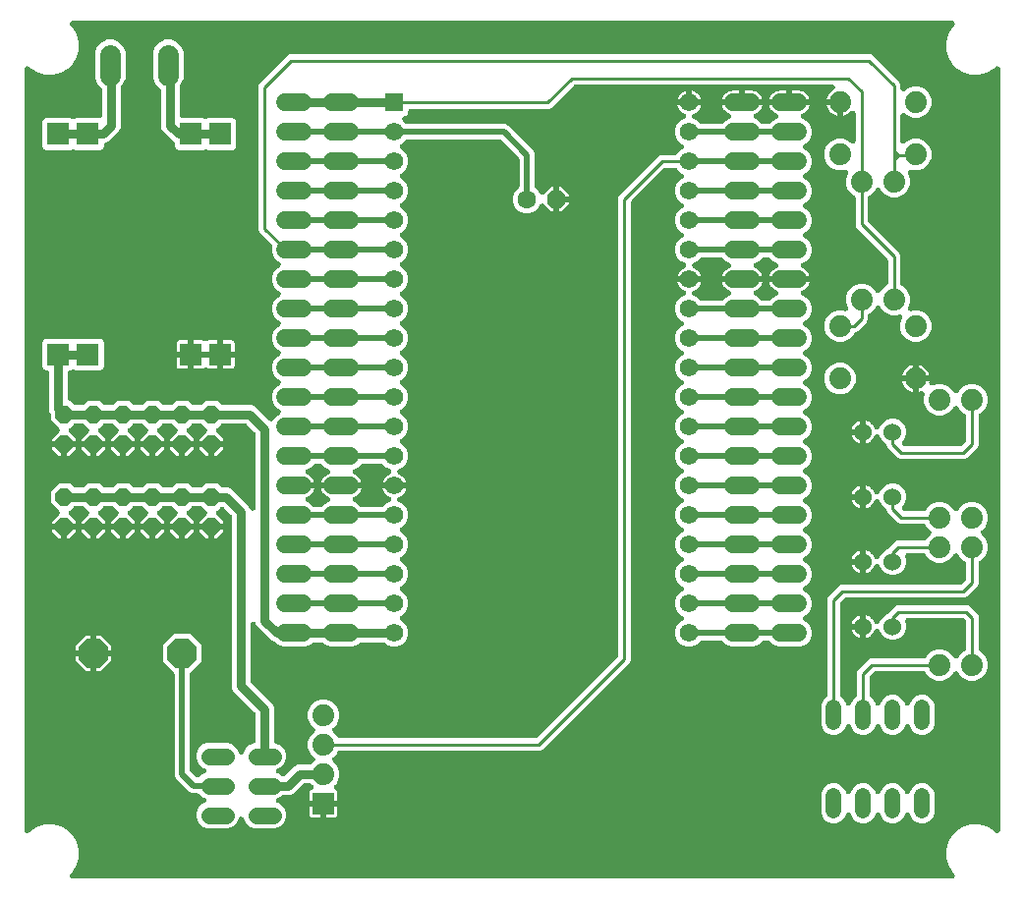
<source format=gbr>
G04 EAGLE Gerber X2 export*
%TF.Part,Single*%
%TF.FileFunction,Copper,L2,Bot,Mixed*%
%TF.FilePolarity,Positive*%
%TF.GenerationSoftware,Autodesk,EAGLE,9.6.2*%
%TF.CreationDate,2025-03-18T09:50:27Z*%
G75*
%MOMM*%
%FSLAX34Y34*%
%LPD*%
%INBottom Copper*%
%AMOC8*
5,1,8,0,0,1.08239X$1,22.5*%
G01*
%ADD10P,1.649562X8X22.500000*%
%ADD11P,1.732040X8X22.500000*%
%ADD12C,1.600200*%
%ADD13C,1.524000*%
%ADD14C,1.524000*%
%ADD15R,1.930400X1.930400*%
%ADD16C,1.879600*%
%ADD17P,2.749271X8X22.500000*%
%ADD18R,1.879600X1.879600*%
%ADD19R,1.560000X1.560000*%
%ADD20C,1.560000*%
%ADD21C,1.790700*%
%ADD22C,1.320800*%
%ADD23C,1.422400*%
%ADD24C,0.508000*%
%ADD25C,0.254000*%
%ADD26C,0.762000*%

G36*
X810586Y11442D02*
X810586Y11442D01*
X810716Y11444D01*
X810809Y11462D01*
X810905Y11471D01*
X811030Y11505D01*
X811158Y11530D01*
X811247Y11564D01*
X811339Y11589D01*
X811456Y11645D01*
X811578Y11692D01*
X811660Y11742D01*
X811746Y11783D01*
X811851Y11858D01*
X811963Y11926D01*
X812034Y11989D01*
X812112Y12045D01*
X812203Y12138D01*
X812300Y12224D01*
X812359Y12299D01*
X812426Y12367D01*
X812499Y12475D01*
X812579Y12577D01*
X812625Y12661D01*
X812678Y12740D01*
X812731Y12859D01*
X812792Y12974D01*
X812822Y13065D01*
X812860Y13152D01*
X812891Y13279D01*
X812931Y13402D01*
X812944Y13497D01*
X812967Y13590D01*
X812975Y13719D01*
X812993Y13848D01*
X812989Y13944D01*
X812995Y14039D01*
X812980Y14168D01*
X812974Y14298D01*
X812954Y14391D01*
X812943Y14486D01*
X812905Y14611D01*
X812877Y14738D01*
X812840Y14826D01*
X812812Y14917D01*
X812753Y15033D01*
X812703Y15153D01*
X812651Y15233D01*
X812608Y15319D01*
X812529Y15422D01*
X812459Y15531D01*
X812373Y15629D01*
X812336Y15677D01*
X812303Y15708D01*
X812252Y15766D01*
X810446Y17571D01*
X807134Y23308D01*
X805419Y29707D01*
X805419Y36333D01*
X807134Y42732D01*
X810446Y48469D01*
X815131Y53154D01*
X820868Y56466D01*
X827267Y58181D01*
X833893Y58181D01*
X840292Y56466D01*
X846029Y53154D01*
X847834Y51348D01*
X847934Y51265D01*
X848027Y51174D01*
X848107Y51121D01*
X848180Y51059D01*
X848293Y50995D01*
X848400Y50922D01*
X848488Y50883D01*
X848571Y50836D01*
X848693Y50792D01*
X848812Y50740D01*
X848905Y50717D01*
X848995Y50685D01*
X849123Y50664D01*
X849250Y50633D01*
X849345Y50627D01*
X849439Y50612D01*
X849569Y50613D01*
X849699Y50605D01*
X849794Y50616D01*
X849890Y50618D01*
X850017Y50642D01*
X850146Y50657D01*
X850238Y50685D01*
X850332Y50703D01*
X850453Y50750D01*
X850577Y50788D01*
X850663Y50831D01*
X850752Y50866D01*
X850863Y50933D01*
X850979Y50992D01*
X851055Y51050D01*
X851136Y51099D01*
X851234Y51186D01*
X851337Y51264D01*
X851402Y51334D01*
X851474Y51398D01*
X851554Y51500D01*
X851643Y51595D01*
X851694Y51676D01*
X851753Y51751D01*
X851815Y51865D01*
X851884Y51975D01*
X851921Y52063D01*
X851966Y52148D01*
X852006Y52271D01*
X852055Y52392D01*
X852075Y52485D01*
X852105Y52576D01*
X852123Y52704D01*
X852150Y52832D01*
X852158Y52961D01*
X852166Y53022D01*
X852165Y53067D01*
X852169Y53144D01*
X852169Y708856D01*
X852158Y708986D01*
X852156Y709116D01*
X852138Y709209D01*
X852129Y709305D01*
X852095Y709430D01*
X852070Y709558D01*
X852036Y709647D01*
X852011Y709739D01*
X851955Y709856D01*
X851908Y709978D01*
X851858Y710060D01*
X851817Y710146D01*
X851742Y710251D01*
X851674Y710363D01*
X851611Y710434D01*
X851555Y710512D01*
X851462Y710603D01*
X851376Y710700D01*
X851301Y710759D01*
X851233Y710826D01*
X851125Y710899D01*
X851023Y710979D01*
X850939Y711025D01*
X850860Y711078D01*
X850741Y711131D01*
X850626Y711192D01*
X850535Y711222D01*
X850448Y711260D01*
X850321Y711291D01*
X850198Y711331D01*
X850103Y711344D01*
X850010Y711367D01*
X849881Y711375D01*
X849752Y711393D01*
X849656Y711389D01*
X849561Y711395D01*
X849432Y711380D01*
X849302Y711374D01*
X849209Y711354D01*
X849114Y711343D01*
X848989Y711305D01*
X848862Y711277D01*
X848774Y711240D01*
X848683Y711212D01*
X848567Y711153D01*
X848447Y711103D01*
X848367Y711051D01*
X848281Y711008D01*
X848178Y710929D01*
X848069Y710859D01*
X847971Y710773D01*
X847923Y710736D01*
X847892Y710703D01*
X847834Y710652D01*
X846029Y708846D01*
X840292Y705534D01*
X833893Y703819D01*
X827267Y703819D01*
X820868Y705534D01*
X815131Y708846D01*
X810446Y713531D01*
X807134Y719268D01*
X805419Y725667D01*
X805419Y732293D01*
X807134Y738692D01*
X810446Y744429D01*
X812252Y746234D01*
X812335Y746334D01*
X812426Y746427D01*
X812479Y746507D01*
X812541Y746580D01*
X812605Y746693D01*
X812678Y746800D01*
X812717Y746888D01*
X812764Y746971D01*
X812808Y747093D01*
X812860Y747212D01*
X812883Y747305D01*
X812915Y747395D01*
X812936Y747523D01*
X812967Y747650D01*
X812973Y747745D01*
X812988Y747839D01*
X812987Y747969D01*
X812995Y748099D01*
X812984Y748194D01*
X812982Y748290D01*
X812958Y748417D01*
X812943Y748546D01*
X812915Y748638D01*
X812897Y748732D01*
X812850Y748853D01*
X812812Y748977D01*
X812769Y749063D01*
X812734Y749152D01*
X812667Y749263D01*
X812608Y749379D01*
X812550Y749455D01*
X812501Y749536D01*
X812414Y749634D01*
X812336Y749737D01*
X812266Y749802D01*
X812202Y749874D01*
X812100Y749954D01*
X812005Y750043D01*
X811924Y750094D01*
X811849Y750153D01*
X811735Y750215D01*
X811625Y750284D01*
X811537Y750321D01*
X811452Y750366D01*
X811329Y750406D01*
X811208Y750455D01*
X811115Y750475D01*
X811024Y750505D01*
X810895Y750523D01*
X810768Y750550D01*
X810639Y750558D01*
X810578Y750566D01*
X810533Y750565D01*
X810456Y750569D01*
X53144Y750569D01*
X53014Y750558D01*
X52884Y750556D01*
X52791Y750538D01*
X52695Y750529D01*
X52570Y750495D01*
X52442Y750470D01*
X52353Y750436D01*
X52261Y750411D01*
X52144Y750355D01*
X52022Y750308D01*
X51940Y750258D01*
X51854Y750217D01*
X51749Y750142D01*
X51637Y750074D01*
X51566Y750011D01*
X51488Y749955D01*
X51397Y749862D01*
X51300Y749776D01*
X51241Y749701D01*
X51174Y749633D01*
X51101Y749525D01*
X51021Y749423D01*
X50975Y749339D01*
X50922Y749260D01*
X50869Y749141D01*
X50808Y749026D01*
X50778Y748935D01*
X50740Y748848D01*
X50709Y748721D01*
X50669Y748598D01*
X50656Y748503D01*
X50633Y748410D01*
X50625Y748281D01*
X50607Y748152D01*
X50611Y748056D01*
X50605Y747961D01*
X50620Y747832D01*
X50626Y747702D01*
X50646Y747609D01*
X50657Y747514D01*
X50695Y747389D01*
X50723Y747262D01*
X50760Y747174D01*
X50788Y747083D01*
X50847Y746967D01*
X50897Y746847D01*
X50949Y746767D01*
X50992Y746681D01*
X51071Y746578D01*
X51141Y746469D01*
X51227Y746371D01*
X51264Y746323D01*
X51297Y746292D01*
X51348Y746234D01*
X53154Y744429D01*
X56466Y738692D01*
X58181Y732293D01*
X58181Y725667D01*
X56466Y719268D01*
X53154Y713531D01*
X48469Y708846D01*
X42732Y705534D01*
X36333Y703819D01*
X29707Y703819D01*
X23308Y705534D01*
X17571Y708846D01*
X15766Y710652D01*
X15666Y710735D01*
X15573Y710826D01*
X15493Y710879D01*
X15420Y710941D01*
X15307Y711005D01*
X15200Y711078D01*
X15112Y711117D01*
X15029Y711164D01*
X14907Y711208D01*
X14788Y711260D01*
X14695Y711283D01*
X14605Y711315D01*
X14477Y711336D01*
X14350Y711367D01*
X14255Y711373D01*
X14161Y711388D01*
X14031Y711387D01*
X13901Y711395D01*
X13806Y711384D01*
X13710Y711382D01*
X13583Y711358D01*
X13454Y711343D01*
X13362Y711315D01*
X13268Y711297D01*
X13147Y711250D01*
X13023Y711212D01*
X12937Y711169D01*
X12848Y711134D01*
X12737Y711067D01*
X12621Y711008D01*
X12545Y710950D01*
X12464Y710901D01*
X12366Y710814D01*
X12263Y710736D01*
X12198Y710666D01*
X12126Y710602D01*
X12046Y710500D01*
X11957Y710405D01*
X11906Y710324D01*
X11847Y710249D01*
X11785Y710135D01*
X11716Y710025D01*
X11679Y709937D01*
X11634Y709852D01*
X11594Y709729D01*
X11545Y709608D01*
X11525Y709515D01*
X11495Y709424D01*
X11477Y709295D01*
X11450Y709168D01*
X11442Y709039D01*
X11434Y708978D01*
X11435Y708933D01*
X11431Y708856D01*
X11431Y53144D01*
X11442Y53014D01*
X11444Y52884D01*
X11462Y52791D01*
X11471Y52695D01*
X11505Y52570D01*
X11530Y52442D01*
X11564Y52353D01*
X11589Y52261D01*
X11645Y52144D01*
X11692Y52022D01*
X11742Y51940D01*
X11783Y51854D01*
X11858Y51749D01*
X11926Y51637D01*
X11989Y51566D01*
X12045Y51488D01*
X12138Y51397D01*
X12224Y51300D01*
X12299Y51241D01*
X12367Y51174D01*
X12475Y51101D01*
X12577Y51021D01*
X12661Y50975D01*
X12740Y50922D01*
X12859Y50869D01*
X12974Y50808D01*
X13065Y50778D01*
X13152Y50740D01*
X13279Y50709D01*
X13402Y50669D01*
X13497Y50656D01*
X13590Y50633D01*
X13719Y50625D01*
X13848Y50607D01*
X13944Y50611D01*
X14039Y50605D01*
X14168Y50620D01*
X14298Y50626D01*
X14391Y50646D01*
X14486Y50657D01*
X14611Y50695D01*
X14738Y50723D01*
X14826Y50760D01*
X14917Y50788D01*
X15033Y50847D01*
X15153Y50897D01*
X15233Y50949D01*
X15319Y50992D01*
X15422Y51071D01*
X15531Y51141D01*
X15629Y51227D01*
X15677Y51264D01*
X15708Y51297D01*
X15766Y51348D01*
X17571Y53154D01*
X23308Y56466D01*
X29707Y58181D01*
X36333Y58181D01*
X42732Y56466D01*
X48469Y53154D01*
X53154Y48469D01*
X56466Y42732D01*
X58181Y36333D01*
X58181Y29707D01*
X56466Y23308D01*
X53154Y17571D01*
X51348Y15766D01*
X51265Y15666D01*
X51174Y15573D01*
X51121Y15493D01*
X51059Y15420D01*
X50995Y15307D01*
X50922Y15200D01*
X50883Y15112D01*
X50836Y15029D01*
X50792Y14907D01*
X50740Y14788D01*
X50717Y14695D01*
X50685Y14605D01*
X50664Y14477D01*
X50633Y14350D01*
X50627Y14255D01*
X50612Y14161D01*
X50613Y14031D01*
X50605Y13901D01*
X50616Y13806D01*
X50618Y13710D01*
X50642Y13583D01*
X50657Y13454D01*
X50685Y13362D01*
X50703Y13268D01*
X50750Y13147D01*
X50788Y13023D01*
X50831Y12937D01*
X50866Y12848D01*
X50933Y12737D01*
X50992Y12621D01*
X51050Y12545D01*
X51099Y12464D01*
X51186Y12366D01*
X51264Y12263D01*
X51334Y12198D01*
X51398Y12126D01*
X51500Y12046D01*
X51595Y11957D01*
X51676Y11906D01*
X51751Y11847D01*
X51865Y11785D01*
X51975Y11716D01*
X52063Y11679D01*
X52148Y11634D01*
X52271Y11594D01*
X52392Y11545D01*
X52485Y11525D01*
X52576Y11495D01*
X52705Y11477D01*
X52832Y11450D01*
X52961Y11442D01*
X53022Y11434D01*
X53067Y11435D01*
X53144Y11431D01*
X810456Y11431D01*
X810586Y11442D01*
G37*
%LPC*%
G36*
X168465Y54863D02*
X168465Y54863D01*
X164357Y56565D01*
X161213Y59709D01*
X159511Y63817D01*
X159511Y68263D01*
X161213Y72371D01*
X164357Y75515D01*
X166479Y76394D01*
X166594Y76454D01*
X166713Y76506D01*
X166793Y76558D01*
X166878Y76603D01*
X166981Y76682D01*
X167089Y76754D01*
X167158Y76820D01*
X167234Y76878D01*
X167321Y76975D01*
X167415Y77065D01*
X167471Y77142D01*
X167535Y77213D01*
X167604Y77323D01*
X167681Y77428D01*
X167723Y77514D01*
X167773Y77595D01*
X167821Y77716D01*
X167878Y77832D01*
X167905Y77924D01*
X167940Y78013D01*
X167966Y78141D01*
X168001Y78266D01*
X168011Y78361D01*
X168030Y78454D01*
X168033Y78584D01*
X168046Y78714D01*
X168039Y78809D01*
X168041Y78904D01*
X168021Y79033D01*
X168011Y79163D01*
X167987Y79255D01*
X167972Y79349D01*
X167930Y79473D01*
X167897Y79598D01*
X167857Y79685D01*
X167826Y79775D01*
X167762Y79889D01*
X167708Y80007D01*
X167653Y80085D01*
X167606Y80168D01*
X167524Y80269D01*
X167449Y80376D01*
X167381Y80443D01*
X167321Y80517D01*
X167222Y80601D01*
X167130Y80693D01*
X167051Y80747D01*
X166979Y80809D01*
X166866Y80875D01*
X166759Y80949D01*
X166643Y81006D01*
X166590Y81037D01*
X166548Y81052D01*
X166479Y81086D01*
X164357Y81965D01*
X162230Y84092D01*
X162104Y84197D01*
X161983Y84309D01*
X161932Y84341D01*
X161885Y84380D01*
X161742Y84462D01*
X161603Y84550D01*
X161547Y84574D01*
X161494Y84604D01*
X161339Y84659D01*
X161187Y84721D01*
X161127Y84734D01*
X161070Y84755D01*
X160907Y84781D01*
X160747Y84816D01*
X160669Y84821D01*
X160625Y84828D01*
X160565Y84827D01*
X160435Y84835D01*
X156166Y84835D01*
X153739Y85841D01*
X141721Y97859D01*
X140715Y100286D01*
X140715Y187584D01*
X140701Y187748D01*
X140694Y187912D01*
X140681Y187972D01*
X140675Y188033D01*
X140632Y188191D01*
X140596Y188352D01*
X140573Y188408D01*
X140557Y188467D01*
X140486Y188615D01*
X140423Y188767D01*
X140390Y188819D01*
X140363Y188874D01*
X140268Y189007D01*
X140178Y189145D01*
X140127Y189203D01*
X140101Y189240D01*
X140058Y189282D01*
X139972Y189380D01*
X130555Y198796D01*
X130555Y212684D01*
X140376Y222505D01*
X154264Y222505D01*
X164085Y212684D01*
X164085Y198796D01*
X154668Y189380D01*
X154563Y189253D01*
X154451Y189133D01*
X154419Y189081D01*
X154380Y189034D01*
X154298Y188891D01*
X154210Y188753D01*
X154186Y188696D01*
X154156Y188643D01*
X154101Y188488D01*
X154039Y188336D01*
X154026Y188277D01*
X154005Y188219D01*
X153979Y188057D01*
X153944Y187896D01*
X153939Y187819D01*
X153932Y187775D01*
X153933Y187714D01*
X153925Y187584D01*
X153925Y105388D01*
X153931Y105321D01*
X153930Y105314D01*
X153935Y105277D01*
X153939Y105224D01*
X153946Y105059D01*
X153959Y105000D01*
X153965Y104939D01*
X153981Y104880D01*
X153982Y104867D01*
X154003Y104797D01*
X154008Y104780D01*
X154044Y104620D01*
X154067Y104564D01*
X154083Y104505D01*
X154107Y104455D01*
X154113Y104436D01*
X154157Y104349D01*
X154217Y104204D01*
X154250Y104153D01*
X154277Y104098D01*
X154304Y104059D01*
X154317Y104034D01*
X154385Y103945D01*
X154462Y103826D01*
X154513Y103768D01*
X154539Y103732D01*
X154568Y103704D01*
X154589Y103676D01*
X154619Y103648D01*
X154668Y103592D01*
X159056Y99205D01*
X159082Y99183D01*
X159105Y99157D01*
X159255Y99038D01*
X159401Y98916D01*
X159431Y98899D01*
X159458Y98877D01*
X159627Y98787D01*
X159792Y98693D01*
X159825Y98681D01*
X159855Y98665D01*
X160036Y98606D01*
X160216Y98542D01*
X160250Y98536D01*
X160283Y98525D01*
X160472Y98499D01*
X160660Y98468D01*
X160695Y98469D01*
X160729Y98464D01*
X160920Y98472D01*
X161111Y98474D01*
X161145Y98481D01*
X161179Y98482D01*
X161365Y98524D01*
X161553Y98560D01*
X161585Y98573D01*
X161619Y98580D01*
X161794Y98653D01*
X161973Y98722D01*
X162002Y98740D01*
X162034Y98754D01*
X162194Y98857D01*
X162357Y98956D01*
X162383Y98979D01*
X162412Y98998D01*
X162647Y99205D01*
X164357Y100915D01*
X166479Y101794D01*
X166594Y101854D01*
X166713Y101906D01*
X166793Y101958D01*
X166878Y102003D01*
X166981Y102082D01*
X167089Y102154D01*
X167158Y102220D01*
X167234Y102278D01*
X167321Y102375D01*
X167415Y102465D01*
X167471Y102542D01*
X167535Y102613D01*
X167604Y102723D01*
X167681Y102828D01*
X167723Y102914D01*
X167773Y102995D01*
X167821Y103116D01*
X167878Y103232D01*
X167905Y103324D01*
X167940Y103413D01*
X167966Y103541D01*
X168001Y103666D01*
X168011Y103761D01*
X168030Y103854D01*
X168033Y103984D01*
X168046Y104114D01*
X168039Y104209D01*
X168041Y104304D01*
X168021Y104433D01*
X168011Y104563D01*
X167987Y104655D01*
X167972Y104749D01*
X167930Y104873D01*
X167897Y104998D01*
X167857Y105085D01*
X167826Y105175D01*
X167762Y105289D01*
X167708Y105407D01*
X167653Y105485D01*
X167606Y105568D01*
X167524Y105669D01*
X167449Y105776D01*
X167381Y105843D01*
X167321Y105917D01*
X167222Y106001D01*
X167130Y106093D01*
X167051Y106147D01*
X166979Y106209D01*
X166866Y106275D01*
X166759Y106349D01*
X166643Y106406D01*
X166590Y106437D01*
X166548Y106452D01*
X166479Y106486D01*
X164357Y107365D01*
X161213Y110509D01*
X159511Y114617D01*
X159511Y119063D01*
X161213Y123171D01*
X164357Y126315D01*
X168465Y128017D01*
X187135Y128017D01*
X191243Y126315D01*
X194387Y123171D01*
X195774Y119823D01*
X195834Y119708D01*
X195886Y119588D01*
X195938Y119508D01*
X195983Y119424D01*
X196062Y119321D01*
X196134Y119213D01*
X196200Y119143D01*
X196258Y119068D01*
X196355Y118981D01*
X196444Y118887D01*
X196522Y118830D01*
X196593Y118766D01*
X196703Y118698D01*
X196808Y118621D01*
X196894Y118579D01*
X196975Y118528D01*
X197095Y118480D01*
X197212Y118423D01*
X197304Y118397D01*
X197393Y118362D01*
X197520Y118336D01*
X197646Y118300D01*
X197741Y118291D01*
X197834Y118272D01*
X197964Y118268D01*
X198094Y118256D01*
X198189Y118263D01*
X198284Y118261D01*
X198413Y118281D01*
X198543Y118291D01*
X198635Y118315D01*
X198729Y118330D01*
X198853Y118372D01*
X198978Y118405D01*
X199065Y118445D01*
X199155Y118476D01*
X199269Y118539D01*
X199387Y118594D01*
X199465Y118649D01*
X199548Y118695D01*
X199649Y118778D01*
X199756Y118852D01*
X199823Y118920D01*
X199897Y118981D01*
X199981Y119080D01*
X200073Y119172D01*
X200127Y119250D01*
X200189Y119323D01*
X200255Y119435D01*
X200329Y119542D01*
X200386Y119659D01*
X200417Y119712D01*
X200432Y119754D01*
X200466Y119823D01*
X201853Y123171D01*
X204997Y126315D01*
X208998Y127972D01*
X209186Y128071D01*
X209375Y128167D01*
X209385Y128175D01*
X209397Y128181D01*
X209566Y128312D01*
X209733Y128439D01*
X209742Y128448D01*
X209753Y128457D01*
X209895Y128614D01*
X210039Y128770D01*
X210046Y128781D01*
X210054Y128791D01*
X210166Y128970D01*
X210280Y129150D01*
X210285Y129162D01*
X210292Y129173D01*
X210371Y129371D01*
X210451Y129566D01*
X210454Y129579D01*
X210459Y129591D01*
X210502Y129800D01*
X210546Y130006D01*
X210547Y130022D01*
X210549Y130033D01*
X210550Y130072D01*
X210565Y130318D01*
X210565Y153166D01*
X210551Y153330D01*
X210544Y153495D01*
X210531Y153554D01*
X210525Y153615D01*
X210482Y153774D01*
X210446Y153934D01*
X210423Y153990D01*
X210407Y154049D01*
X210336Y154197D01*
X210273Y154350D01*
X210240Y154401D01*
X210213Y154456D01*
X210118Y154589D01*
X210028Y154728D01*
X209977Y154786D01*
X209951Y154822D01*
X209908Y154864D01*
X209822Y154962D01*
X191444Y173339D01*
X190245Y176234D01*
X190245Y323346D01*
X190231Y323510D01*
X190224Y323675D01*
X190211Y323734D01*
X190205Y323795D01*
X190162Y323954D01*
X190126Y324114D01*
X190103Y324170D01*
X190087Y324229D01*
X190016Y324378D01*
X189953Y324530D01*
X189920Y324581D01*
X189893Y324636D01*
X189798Y324769D01*
X189708Y324908D01*
X189657Y324966D01*
X189631Y325002D01*
X189588Y325044D01*
X189502Y325142D01*
X183560Y331084D01*
X183533Y331106D01*
X183510Y331132D01*
X183361Y331250D01*
X183214Y331373D01*
X183184Y331390D01*
X183157Y331411D01*
X182989Y331502D01*
X182823Y331596D01*
X182791Y331608D01*
X182760Y331624D01*
X182579Y331683D01*
X182399Y331747D01*
X182365Y331753D01*
X182332Y331763D01*
X182143Y331789D01*
X181955Y331820D01*
X181920Y331820D01*
X181886Y331825D01*
X181695Y331817D01*
X181505Y331814D01*
X181471Y331808D01*
X181436Y331806D01*
X181250Y331765D01*
X181063Y331729D01*
X181030Y331716D01*
X180996Y331709D01*
X180820Y331635D01*
X180642Y331566D01*
X180613Y331549D01*
X180581Y331535D01*
X180421Y331432D01*
X180258Y331333D01*
X180232Y331310D01*
X180203Y331291D01*
X179969Y331084D01*
X177263Y328378D01*
X177240Y328351D01*
X177214Y328328D01*
X177096Y328179D01*
X176974Y328033D01*
X176956Y328002D01*
X176935Y327975D01*
X176845Y327807D01*
X176750Y327642D01*
X176739Y327609D01*
X176722Y327578D01*
X176663Y327397D01*
X176599Y327217D01*
X176594Y327183D01*
X176583Y327150D01*
X176557Y326962D01*
X176526Y326773D01*
X176526Y326738D01*
X176522Y326704D01*
X176530Y326514D01*
X176532Y326323D01*
X176539Y326289D01*
X176540Y326254D01*
X176581Y326068D01*
X176618Y325881D01*
X176630Y325848D01*
X176638Y325815D01*
X176711Y325639D01*
X176780Y325461D01*
X176798Y325431D01*
X176811Y325399D01*
X176915Y325239D01*
X177014Y325076D01*
X177037Y325050D01*
X177056Y325021D01*
X177263Y324787D01*
X182881Y319169D01*
X182881Y317499D01*
X172720Y317499D01*
X162559Y317499D01*
X162559Y319169D01*
X168177Y324787D01*
X168200Y324814D01*
X168226Y324836D01*
X168344Y324986D01*
X168466Y325132D01*
X168484Y325162D01*
X168505Y325189D01*
X168595Y325358D01*
X168690Y325523D01*
X168701Y325556D01*
X168718Y325586D01*
X168777Y325767D01*
X168841Y325947D01*
X168846Y325982D01*
X168857Y326015D01*
X168883Y326203D01*
X168914Y326392D01*
X168914Y326426D01*
X168918Y326461D01*
X168910Y326652D01*
X168908Y326842D01*
X168901Y326876D01*
X168900Y326910D01*
X168859Y327097D01*
X168822Y327284D01*
X168810Y327316D01*
X168802Y327350D01*
X168729Y327526D01*
X168660Y327704D01*
X168642Y327733D01*
X168629Y327766D01*
X168525Y327926D01*
X168426Y328089D01*
X168403Y328115D01*
X168384Y328144D01*
X168177Y328378D01*
X164814Y331742D01*
X164687Y331847D01*
X164567Y331959D01*
X164515Y331991D01*
X164468Y332030D01*
X164326Y332112D01*
X164187Y332200D01*
X164130Y332224D01*
X164077Y332254D01*
X163923Y332309D01*
X163770Y332371D01*
X163711Y332384D01*
X163653Y332405D01*
X163491Y332431D01*
X163330Y332466D01*
X163253Y332471D01*
X163209Y332478D01*
X163148Y332477D01*
X163018Y332485D01*
X157022Y332485D01*
X156858Y332471D01*
X156694Y332464D01*
X156634Y332451D01*
X156573Y332445D01*
X156414Y332402D01*
X156254Y332366D01*
X156198Y332343D01*
X156139Y332327D01*
X155991Y332256D01*
X155839Y332193D01*
X155787Y332160D01*
X155732Y332133D01*
X155599Y332038D01*
X155460Y331948D01*
X155403Y331897D01*
X155366Y331871D01*
X155324Y331828D01*
X155226Y331742D01*
X151863Y328378D01*
X151840Y328351D01*
X151814Y328328D01*
X151696Y328179D01*
X151574Y328033D01*
X151556Y328002D01*
X151535Y327975D01*
X151445Y327807D01*
X151350Y327642D01*
X151339Y327609D01*
X151322Y327578D01*
X151263Y327397D01*
X151199Y327217D01*
X151194Y327183D01*
X151183Y327150D01*
X151157Y326962D01*
X151126Y326773D01*
X151126Y326738D01*
X151122Y326704D01*
X151130Y326514D01*
X151132Y326323D01*
X151139Y326289D01*
X151140Y326254D01*
X151181Y326068D01*
X151218Y325881D01*
X151230Y325848D01*
X151238Y325815D01*
X151311Y325639D01*
X151380Y325461D01*
X151398Y325431D01*
X151411Y325399D01*
X151515Y325239D01*
X151614Y325076D01*
X151637Y325050D01*
X151656Y325021D01*
X151863Y324787D01*
X157481Y319169D01*
X157481Y317499D01*
X147320Y317499D01*
X137159Y317499D01*
X137159Y319169D01*
X142777Y324787D01*
X142800Y324814D01*
X142826Y324836D01*
X142944Y324986D01*
X143066Y325132D01*
X143084Y325162D01*
X143105Y325189D01*
X143195Y325358D01*
X143290Y325523D01*
X143301Y325556D01*
X143318Y325586D01*
X143377Y325767D01*
X143441Y325947D01*
X143446Y325982D01*
X143457Y326015D01*
X143483Y326203D01*
X143514Y326392D01*
X143514Y326426D01*
X143518Y326461D01*
X143510Y326652D01*
X143508Y326842D01*
X143501Y326876D01*
X143500Y326910D01*
X143459Y327097D01*
X143422Y327284D01*
X143410Y327316D01*
X143402Y327350D01*
X143329Y327526D01*
X143260Y327704D01*
X143242Y327733D01*
X143229Y327766D01*
X143125Y327926D01*
X143026Y328089D01*
X143003Y328115D01*
X142984Y328144D01*
X142777Y328378D01*
X139414Y331742D01*
X139287Y331847D01*
X139167Y331959D01*
X139115Y331991D01*
X139068Y332030D01*
X138926Y332112D01*
X138787Y332200D01*
X138730Y332224D01*
X138677Y332254D01*
X138523Y332309D01*
X138370Y332371D01*
X138311Y332384D01*
X138253Y332405D01*
X138091Y332431D01*
X137930Y332466D01*
X137853Y332471D01*
X137809Y332478D01*
X137748Y332477D01*
X137618Y332485D01*
X131622Y332485D01*
X131458Y332471D01*
X131294Y332464D01*
X131234Y332451D01*
X131173Y332445D01*
X131014Y332402D01*
X130854Y332366D01*
X130798Y332343D01*
X130739Y332327D01*
X130591Y332256D01*
X130439Y332193D01*
X130387Y332160D01*
X130332Y332133D01*
X130199Y332038D01*
X130060Y331948D01*
X130003Y331897D01*
X129966Y331871D01*
X129924Y331828D01*
X129826Y331742D01*
X126463Y328378D01*
X126440Y328351D01*
X126414Y328328D01*
X126296Y328178D01*
X126174Y328033D01*
X126156Y328002D01*
X126135Y327975D01*
X126045Y327807D01*
X125950Y327642D01*
X125939Y327609D01*
X125922Y327578D01*
X125863Y327397D01*
X125799Y327217D01*
X125794Y327183D01*
X125783Y327150D01*
X125757Y326961D01*
X125726Y326773D01*
X125726Y326739D01*
X125722Y326704D01*
X125730Y326513D01*
X125732Y326323D01*
X125739Y326289D01*
X125740Y326254D01*
X125781Y326068D01*
X125818Y325881D01*
X125830Y325848D01*
X125838Y325815D01*
X125911Y325639D01*
X125980Y325461D01*
X125998Y325431D01*
X126011Y325399D01*
X126115Y325239D01*
X126214Y325076D01*
X126237Y325050D01*
X126256Y325021D01*
X126463Y324787D01*
X132081Y319169D01*
X132081Y317499D01*
X121920Y317499D01*
X111759Y317499D01*
X111759Y319169D01*
X117377Y324787D01*
X117400Y324813D01*
X117426Y324836D01*
X117544Y324986D01*
X117666Y325132D01*
X117684Y325162D01*
X117705Y325189D01*
X117795Y325358D01*
X117890Y325523D01*
X117901Y325556D01*
X117918Y325586D01*
X117977Y325767D01*
X118041Y325947D01*
X118046Y325982D01*
X118057Y326015D01*
X118083Y326203D01*
X118114Y326392D01*
X118114Y326426D01*
X118118Y326461D01*
X118110Y326652D01*
X118108Y326842D01*
X118101Y326876D01*
X118100Y326911D01*
X118059Y327097D01*
X118022Y327284D01*
X118010Y327316D01*
X118002Y327350D01*
X117929Y327526D01*
X117860Y327704D01*
X117842Y327734D01*
X117829Y327766D01*
X117725Y327925D01*
X117626Y328089D01*
X117603Y328115D01*
X117584Y328144D01*
X117377Y328378D01*
X114014Y331742D01*
X113888Y331847D01*
X113767Y331959D01*
X113715Y331991D01*
X113668Y332030D01*
X113526Y332112D01*
X113387Y332200D01*
X113330Y332224D01*
X113277Y332254D01*
X113123Y332309D01*
X112970Y332371D01*
X112911Y332384D01*
X112853Y332405D01*
X112691Y332431D01*
X112530Y332466D01*
X112453Y332471D01*
X112409Y332478D01*
X112348Y332477D01*
X112218Y332485D01*
X106222Y332485D01*
X106058Y332471D01*
X105894Y332464D01*
X105834Y332451D01*
X105773Y332445D01*
X105614Y332402D01*
X105454Y332366D01*
X105398Y332343D01*
X105339Y332327D01*
X105191Y332256D01*
X105039Y332193D01*
X104987Y332160D01*
X104932Y332133D01*
X104799Y332038D01*
X104660Y331948D01*
X104603Y331897D01*
X104566Y331871D01*
X104524Y331828D01*
X104426Y331742D01*
X101063Y328378D01*
X101040Y328351D01*
X101014Y328328D01*
X100896Y328178D01*
X100774Y328033D01*
X100756Y328002D01*
X100735Y327975D01*
X100645Y327807D01*
X100550Y327642D01*
X100539Y327609D01*
X100522Y327578D01*
X100463Y327397D01*
X100399Y327217D01*
X100394Y327183D01*
X100383Y327150D01*
X100357Y326961D01*
X100326Y326773D01*
X100326Y326739D01*
X100322Y326704D01*
X100330Y326513D01*
X100332Y326323D01*
X100339Y326289D01*
X100340Y326254D01*
X100381Y326068D01*
X100418Y325881D01*
X100430Y325848D01*
X100438Y325815D01*
X100511Y325639D01*
X100580Y325461D01*
X100598Y325431D01*
X100611Y325399D01*
X100715Y325239D01*
X100814Y325076D01*
X100837Y325050D01*
X100856Y325021D01*
X101063Y324787D01*
X106681Y319169D01*
X106681Y317499D01*
X96520Y317499D01*
X86359Y317499D01*
X86359Y319169D01*
X91977Y324787D01*
X92000Y324813D01*
X92026Y324836D01*
X92144Y324986D01*
X92266Y325132D01*
X92284Y325162D01*
X92305Y325189D01*
X92395Y325358D01*
X92490Y325523D01*
X92501Y325556D01*
X92518Y325586D01*
X92577Y325767D01*
X92641Y325947D01*
X92646Y325982D01*
X92657Y326015D01*
X92683Y326203D01*
X92714Y326392D01*
X92714Y326426D01*
X92718Y326461D01*
X92710Y326652D01*
X92708Y326842D01*
X92701Y326876D01*
X92700Y326911D01*
X92659Y327097D01*
X92622Y327284D01*
X92610Y327316D01*
X92602Y327350D01*
X92529Y327526D01*
X92460Y327704D01*
X92442Y327734D01*
X92429Y327766D01*
X92325Y327925D01*
X92226Y328089D01*
X92203Y328115D01*
X92184Y328144D01*
X91977Y328378D01*
X88614Y331742D01*
X88488Y331847D01*
X88367Y331959D01*
X88315Y331991D01*
X88268Y332030D01*
X88126Y332112D01*
X87987Y332200D01*
X87930Y332224D01*
X87877Y332254D01*
X87723Y332309D01*
X87570Y332371D01*
X87511Y332384D01*
X87453Y332405D01*
X87291Y332431D01*
X87130Y332466D01*
X87053Y332471D01*
X87009Y332478D01*
X86948Y332477D01*
X86818Y332485D01*
X80822Y332485D01*
X80658Y332471D01*
X80494Y332464D01*
X80434Y332451D01*
X80373Y332445D01*
X80214Y332402D01*
X80054Y332366D01*
X79998Y332343D01*
X79939Y332327D01*
X79791Y332256D01*
X79639Y332193D01*
X79587Y332160D01*
X79532Y332133D01*
X79399Y332038D01*
X79260Y331948D01*
X79203Y331897D01*
X79166Y331871D01*
X79124Y331828D01*
X79026Y331742D01*
X75663Y328378D01*
X75640Y328351D01*
X75614Y328328D01*
X75496Y328179D01*
X75374Y328033D01*
X75356Y328002D01*
X75335Y327975D01*
X75245Y327807D01*
X75150Y327642D01*
X75139Y327609D01*
X75122Y327578D01*
X75063Y327397D01*
X74999Y327217D01*
X74994Y327183D01*
X74983Y327150D01*
X74957Y326962D01*
X74926Y326773D01*
X74926Y326738D01*
X74922Y326704D01*
X74930Y326514D01*
X74932Y326323D01*
X74939Y326289D01*
X74940Y326254D01*
X74981Y326068D01*
X75018Y325881D01*
X75030Y325848D01*
X75038Y325815D01*
X75111Y325639D01*
X75180Y325461D01*
X75198Y325431D01*
X75211Y325399D01*
X75315Y325239D01*
X75414Y325076D01*
X75437Y325050D01*
X75456Y325021D01*
X75663Y324787D01*
X81281Y319169D01*
X81281Y317499D01*
X71120Y317499D01*
X60959Y317499D01*
X60959Y319169D01*
X66577Y324787D01*
X66600Y324814D01*
X66626Y324836D01*
X66744Y324986D01*
X66866Y325132D01*
X66884Y325162D01*
X66905Y325189D01*
X66995Y325358D01*
X67090Y325523D01*
X67101Y325556D01*
X67118Y325586D01*
X67177Y325767D01*
X67241Y325947D01*
X67246Y325982D01*
X67257Y326015D01*
X67283Y326203D01*
X67314Y326392D01*
X67314Y326426D01*
X67318Y326461D01*
X67310Y326652D01*
X67308Y326842D01*
X67301Y326876D01*
X67300Y326910D01*
X67259Y327097D01*
X67222Y327284D01*
X67210Y327316D01*
X67202Y327350D01*
X67129Y327526D01*
X67060Y327704D01*
X67042Y327733D01*
X67029Y327766D01*
X66925Y327926D01*
X66826Y328089D01*
X66803Y328115D01*
X66784Y328144D01*
X66577Y328378D01*
X63214Y331742D01*
X63087Y331847D01*
X62967Y331959D01*
X62915Y331991D01*
X62868Y332030D01*
X62726Y332112D01*
X62587Y332200D01*
X62530Y332224D01*
X62477Y332254D01*
X62323Y332309D01*
X62170Y332371D01*
X62111Y332384D01*
X62053Y332405D01*
X61891Y332431D01*
X61730Y332466D01*
X61653Y332471D01*
X61609Y332478D01*
X61548Y332477D01*
X61418Y332485D01*
X55422Y332485D01*
X55258Y332471D01*
X55094Y332464D01*
X55034Y332451D01*
X54973Y332445D01*
X54814Y332402D01*
X54654Y332366D01*
X54598Y332343D01*
X54539Y332327D01*
X54391Y332256D01*
X54239Y332193D01*
X54187Y332160D01*
X54132Y332133D01*
X53999Y332038D01*
X53860Y331948D01*
X53803Y331897D01*
X53766Y331871D01*
X53724Y331828D01*
X53626Y331742D01*
X50263Y328378D01*
X50240Y328351D01*
X50214Y328328D01*
X50096Y328179D01*
X49974Y328033D01*
X49956Y328002D01*
X49935Y327975D01*
X49845Y327807D01*
X49750Y327642D01*
X49739Y327609D01*
X49722Y327578D01*
X49663Y327397D01*
X49599Y327217D01*
X49594Y327183D01*
X49583Y327150D01*
X49557Y326962D01*
X49526Y326773D01*
X49526Y326738D01*
X49522Y326704D01*
X49530Y326514D01*
X49532Y326323D01*
X49539Y326289D01*
X49540Y326254D01*
X49581Y326068D01*
X49618Y325881D01*
X49630Y325848D01*
X49638Y325815D01*
X49711Y325639D01*
X49780Y325461D01*
X49798Y325431D01*
X49811Y325399D01*
X49915Y325239D01*
X50014Y325076D01*
X50037Y325050D01*
X50056Y325021D01*
X50263Y324787D01*
X55881Y319169D01*
X55881Y317499D01*
X45720Y317499D01*
X35559Y317499D01*
X35559Y319169D01*
X41177Y324787D01*
X41200Y324814D01*
X41226Y324836D01*
X41344Y324986D01*
X41466Y325132D01*
X41484Y325162D01*
X41505Y325189D01*
X41595Y325358D01*
X41690Y325523D01*
X41701Y325556D01*
X41718Y325586D01*
X41777Y325767D01*
X41841Y325947D01*
X41846Y325982D01*
X41857Y326015D01*
X41883Y326203D01*
X41914Y326392D01*
X41914Y326426D01*
X41918Y326461D01*
X41910Y326652D01*
X41908Y326842D01*
X41901Y326876D01*
X41900Y326910D01*
X41859Y327097D01*
X41822Y327284D01*
X41810Y327316D01*
X41802Y327350D01*
X41729Y327526D01*
X41660Y327704D01*
X41642Y327734D01*
X41629Y327766D01*
X41525Y327925D01*
X41426Y328089D01*
X41403Y328115D01*
X41384Y328144D01*
X41177Y328378D01*
X34035Y335520D01*
X34035Y345200D01*
X40880Y352045D01*
X50560Y352045D01*
X53626Y348978D01*
X53752Y348873D01*
X53873Y348761D01*
X53925Y348729D01*
X53972Y348690D01*
X54114Y348608D01*
X54253Y348520D01*
X54310Y348496D01*
X54363Y348466D01*
X54518Y348411D01*
X54670Y348349D01*
X54729Y348336D01*
X54787Y348315D01*
X54949Y348289D01*
X55110Y348254D01*
X55187Y348249D01*
X55231Y348242D01*
X55292Y348243D01*
X55422Y348235D01*
X61418Y348235D01*
X61582Y348249D01*
X61746Y348256D01*
X61806Y348269D01*
X61867Y348275D01*
X62026Y348318D01*
X62186Y348354D01*
X62242Y348377D01*
X62301Y348393D01*
X62450Y348464D01*
X62601Y348527D01*
X62653Y348560D01*
X62708Y348587D01*
X62841Y348682D01*
X62980Y348772D01*
X63037Y348823D01*
X63074Y348849D01*
X63116Y348892D01*
X63214Y348978D01*
X66280Y352045D01*
X75960Y352045D01*
X79026Y348978D01*
X79152Y348873D01*
X79273Y348761D01*
X79325Y348729D01*
X79372Y348690D01*
X79514Y348608D01*
X79653Y348520D01*
X79710Y348496D01*
X79763Y348466D01*
X79918Y348411D01*
X80070Y348349D01*
X80129Y348336D01*
X80187Y348315D01*
X80349Y348289D01*
X80510Y348254D01*
X80587Y348249D01*
X80631Y348242D01*
X80692Y348243D01*
X80822Y348235D01*
X86818Y348235D01*
X86982Y348249D01*
X87146Y348256D01*
X87206Y348269D01*
X87267Y348275D01*
X87426Y348318D01*
X87586Y348354D01*
X87642Y348377D01*
X87701Y348393D01*
X87849Y348464D01*
X88001Y348527D01*
X88053Y348560D01*
X88108Y348587D01*
X88241Y348682D01*
X88380Y348772D01*
X88437Y348823D01*
X88474Y348849D01*
X88516Y348892D01*
X88614Y348978D01*
X91680Y352045D01*
X101360Y352045D01*
X104426Y348978D01*
X104553Y348873D01*
X104673Y348761D01*
X104725Y348729D01*
X104772Y348690D01*
X104914Y348608D01*
X105053Y348520D01*
X105110Y348496D01*
X105163Y348466D01*
X105317Y348411D01*
X105470Y348349D01*
X105529Y348336D01*
X105587Y348315D01*
X105749Y348289D01*
X105910Y348254D01*
X105987Y348249D01*
X106031Y348242D01*
X106092Y348243D01*
X106222Y348235D01*
X112218Y348235D01*
X112382Y348249D01*
X112546Y348256D01*
X112606Y348269D01*
X112667Y348275D01*
X112826Y348318D01*
X112986Y348354D01*
X113042Y348377D01*
X113101Y348393D01*
X113249Y348464D01*
X113401Y348527D01*
X113453Y348560D01*
X113508Y348587D01*
X113641Y348682D01*
X113780Y348772D01*
X113837Y348823D01*
X113874Y348849D01*
X113916Y348892D01*
X114014Y348978D01*
X117080Y352045D01*
X126760Y352045D01*
X129826Y348978D01*
X129953Y348873D01*
X130073Y348761D01*
X130125Y348729D01*
X130172Y348690D01*
X130314Y348608D01*
X130453Y348520D01*
X130510Y348496D01*
X130563Y348466D01*
X130717Y348411D01*
X130870Y348349D01*
X130929Y348336D01*
X130987Y348315D01*
X131149Y348289D01*
X131310Y348254D01*
X131387Y348249D01*
X131431Y348242D01*
X131492Y348243D01*
X131622Y348235D01*
X137618Y348235D01*
X137782Y348249D01*
X137946Y348256D01*
X138006Y348269D01*
X138067Y348275D01*
X138226Y348318D01*
X138386Y348354D01*
X138442Y348377D01*
X138501Y348393D01*
X138650Y348464D01*
X138801Y348527D01*
X138853Y348560D01*
X138908Y348587D01*
X139041Y348682D01*
X139180Y348772D01*
X139237Y348823D01*
X139274Y348849D01*
X139316Y348892D01*
X139414Y348978D01*
X142480Y352045D01*
X152160Y352045D01*
X155226Y348978D01*
X155352Y348873D01*
X155473Y348761D01*
X155525Y348729D01*
X155572Y348690D01*
X155714Y348608D01*
X155853Y348520D01*
X155910Y348496D01*
X155963Y348466D01*
X156118Y348411D01*
X156270Y348349D01*
X156329Y348336D01*
X156387Y348315D01*
X156549Y348289D01*
X156710Y348254D01*
X156787Y348249D01*
X156831Y348242D01*
X156892Y348243D01*
X157022Y348235D01*
X163018Y348235D01*
X163182Y348249D01*
X163346Y348256D01*
X163406Y348269D01*
X163467Y348275D01*
X163626Y348318D01*
X163786Y348354D01*
X163842Y348377D01*
X163901Y348393D01*
X164050Y348464D01*
X164201Y348527D01*
X164253Y348560D01*
X164308Y348587D01*
X164441Y348682D01*
X164580Y348772D01*
X164637Y348823D01*
X164674Y348849D01*
X164716Y348892D01*
X164814Y348978D01*
X167880Y352045D01*
X177560Y352045D01*
X180626Y348978D01*
X180753Y348873D01*
X180873Y348761D01*
X180925Y348729D01*
X180972Y348690D01*
X181114Y348608D01*
X181253Y348520D01*
X181310Y348496D01*
X181363Y348466D01*
X181517Y348411D01*
X181670Y348349D01*
X181729Y348336D01*
X181787Y348315D01*
X181949Y348289D01*
X182110Y348254D01*
X182187Y348249D01*
X182231Y348242D01*
X182292Y348243D01*
X182422Y348235D01*
X186986Y348235D01*
X189881Y347036D01*
X204796Y332121D01*
X205680Y329986D01*
X205763Y329828D01*
X205839Y329668D01*
X205866Y329630D01*
X205889Y329587D01*
X205998Y329446D01*
X206101Y329302D01*
X206135Y329269D01*
X206164Y329231D01*
X206296Y329112D01*
X206423Y328988D01*
X206463Y328961D01*
X206499Y328929D01*
X206649Y328836D01*
X206796Y328736D01*
X206840Y328717D01*
X206881Y328691D01*
X207046Y328626D01*
X207208Y328554D01*
X207255Y328542D01*
X207299Y328525D01*
X207473Y328489D01*
X207646Y328447D01*
X207693Y328444D01*
X207740Y328435D01*
X207918Y328430D01*
X208095Y328419D01*
X208143Y328425D01*
X208190Y328424D01*
X208366Y328451D01*
X208542Y328472D01*
X208588Y328485D01*
X208635Y328493D01*
X208803Y328550D01*
X208973Y328602D01*
X209016Y328624D01*
X209061Y328639D01*
X209216Y328726D01*
X209375Y328806D01*
X209413Y328835D01*
X209454Y328858D01*
X209592Y328971D01*
X209733Y329078D01*
X209766Y329113D01*
X209803Y329144D01*
X209918Y329279D01*
X210039Y329409D01*
X210064Y329450D01*
X210095Y329486D01*
X210185Y329639D01*
X210280Y329789D01*
X210299Y329833D01*
X210323Y329875D01*
X210384Y330041D01*
X210451Y330206D01*
X210461Y330253D01*
X210478Y330297D01*
X210509Y330472D01*
X210546Y330646D01*
X210550Y330705D01*
X210556Y330741D01*
X210556Y330804D01*
X210565Y330958D01*
X210565Y394466D01*
X210551Y394630D01*
X210544Y394795D01*
X210531Y394854D01*
X210525Y394915D01*
X210482Y395074D01*
X210446Y395234D01*
X210423Y395290D01*
X210407Y395349D01*
X210336Y395497D01*
X210273Y395650D01*
X210240Y395701D01*
X210213Y395756D01*
X210118Y395889D01*
X210028Y396028D01*
X209977Y396086D01*
X209951Y396122D01*
X209908Y396164D01*
X209822Y396262D01*
X203222Y402862D01*
X203096Y402967D01*
X202975Y403079D01*
X202923Y403111D01*
X202877Y403150D01*
X202734Y403232D01*
X202595Y403320D01*
X202538Y403344D01*
X202486Y403374D01*
X202331Y403429D01*
X202178Y403491D01*
X202119Y403504D01*
X202061Y403525D01*
X201899Y403551D01*
X201738Y403586D01*
X201661Y403591D01*
X201617Y403598D01*
X201556Y403597D01*
X201426Y403605D01*
X182422Y403605D01*
X182258Y403591D01*
X182094Y403584D01*
X182034Y403571D01*
X181973Y403565D01*
X181814Y403522D01*
X181654Y403486D01*
X181598Y403463D01*
X181539Y403447D01*
X181391Y403376D01*
X181239Y403313D01*
X181187Y403280D01*
X181132Y403253D01*
X180999Y403158D01*
X180860Y403068D01*
X180803Y403017D01*
X180766Y402991D01*
X180724Y402948D01*
X180626Y402862D01*
X177263Y399498D01*
X177240Y399471D01*
X177214Y399448D01*
X177096Y399299D01*
X176974Y399153D01*
X176956Y399122D01*
X176935Y399095D01*
X176845Y398927D01*
X176750Y398762D01*
X176739Y398729D01*
X176722Y398698D01*
X176663Y398517D01*
X176599Y398337D01*
X176594Y398303D01*
X176583Y398270D01*
X176557Y398082D01*
X176526Y397893D01*
X176526Y397858D01*
X176522Y397824D01*
X176530Y397634D01*
X176532Y397443D01*
X176539Y397409D01*
X176540Y397374D01*
X176582Y397188D01*
X176618Y397001D01*
X176630Y396968D01*
X176638Y396935D01*
X176711Y396759D01*
X176780Y396581D01*
X176798Y396551D01*
X176811Y396519D01*
X176915Y396359D01*
X177014Y396196D01*
X177037Y396170D01*
X177056Y396141D01*
X177263Y395907D01*
X182881Y390289D01*
X182881Y388619D01*
X172720Y388619D01*
X162559Y388619D01*
X162559Y390289D01*
X168177Y395907D01*
X168200Y395934D01*
X168226Y395956D01*
X168344Y396106D01*
X168466Y396252D01*
X168484Y396282D01*
X168505Y396309D01*
X168595Y396478D01*
X168690Y396643D01*
X168701Y396676D01*
X168718Y396706D01*
X168777Y396887D01*
X168841Y397067D01*
X168846Y397102D01*
X168857Y397135D01*
X168883Y397324D01*
X168914Y397512D01*
X168914Y397546D01*
X168918Y397581D01*
X168910Y397772D01*
X168908Y397962D01*
X168901Y397996D01*
X168900Y398030D01*
X168859Y398217D01*
X168822Y398404D01*
X168810Y398436D01*
X168802Y398470D01*
X168729Y398646D01*
X168660Y398824D01*
X168642Y398853D01*
X168629Y398886D01*
X168525Y399046D01*
X168426Y399209D01*
X168403Y399235D01*
X168384Y399264D01*
X168177Y399498D01*
X164814Y402862D01*
X164687Y402967D01*
X164567Y403079D01*
X164515Y403111D01*
X164468Y403150D01*
X164326Y403232D01*
X164187Y403320D01*
X164130Y403344D01*
X164077Y403374D01*
X163923Y403429D01*
X163770Y403491D01*
X163711Y403504D01*
X163653Y403525D01*
X163491Y403551D01*
X163330Y403586D01*
X163253Y403591D01*
X163209Y403598D01*
X163148Y403597D01*
X163018Y403605D01*
X157022Y403605D01*
X156858Y403591D01*
X156694Y403584D01*
X156634Y403571D01*
X156573Y403565D01*
X156414Y403522D01*
X156254Y403486D01*
X156198Y403463D01*
X156139Y403447D01*
X155991Y403376D01*
X155839Y403313D01*
X155787Y403280D01*
X155732Y403253D01*
X155599Y403158D01*
X155460Y403068D01*
X155403Y403017D01*
X155366Y402991D01*
X155324Y402948D01*
X155226Y402862D01*
X151863Y399498D01*
X151840Y399471D01*
X151814Y399448D01*
X151696Y399299D01*
X151574Y399153D01*
X151556Y399122D01*
X151535Y399095D01*
X151445Y398927D01*
X151350Y398762D01*
X151339Y398729D01*
X151322Y398698D01*
X151263Y398517D01*
X151199Y398337D01*
X151194Y398303D01*
X151183Y398270D01*
X151157Y398082D01*
X151126Y397893D01*
X151126Y397858D01*
X151122Y397824D01*
X151130Y397634D01*
X151132Y397443D01*
X151139Y397409D01*
X151140Y397374D01*
X151182Y397188D01*
X151218Y397001D01*
X151230Y396968D01*
X151238Y396935D01*
X151311Y396759D01*
X151380Y396581D01*
X151398Y396551D01*
X151411Y396519D01*
X151515Y396359D01*
X151614Y396196D01*
X151637Y396170D01*
X151656Y396141D01*
X151863Y395907D01*
X157481Y390289D01*
X157481Y388619D01*
X147320Y388619D01*
X137159Y388619D01*
X137159Y390289D01*
X142777Y395907D01*
X142800Y395934D01*
X142826Y395956D01*
X142944Y396106D01*
X143066Y396252D01*
X143084Y396282D01*
X143105Y396309D01*
X143195Y396478D01*
X143290Y396643D01*
X143301Y396676D01*
X143318Y396706D01*
X143377Y396887D01*
X143441Y397067D01*
X143446Y397102D01*
X143457Y397135D01*
X143483Y397324D01*
X143514Y397512D01*
X143514Y397546D01*
X143518Y397581D01*
X143510Y397772D01*
X143508Y397962D01*
X143501Y397996D01*
X143500Y398030D01*
X143459Y398217D01*
X143422Y398404D01*
X143410Y398436D01*
X143402Y398470D01*
X143329Y398646D01*
X143260Y398824D01*
X143242Y398853D01*
X143229Y398886D01*
X143125Y399046D01*
X143026Y399209D01*
X143003Y399235D01*
X142984Y399264D01*
X142777Y399498D01*
X139414Y402862D01*
X139287Y402967D01*
X139167Y403079D01*
X139115Y403111D01*
X139068Y403150D01*
X138926Y403232D01*
X138787Y403320D01*
X138730Y403344D01*
X138677Y403374D01*
X138523Y403429D01*
X138370Y403491D01*
X138311Y403504D01*
X138253Y403525D01*
X138091Y403551D01*
X137930Y403586D01*
X137853Y403591D01*
X137809Y403598D01*
X137748Y403597D01*
X137618Y403605D01*
X131622Y403605D01*
X131458Y403591D01*
X131294Y403584D01*
X131234Y403571D01*
X131173Y403565D01*
X131014Y403522D01*
X130854Y403486D01*
X130798Y403463D01*
X130739Y403447D01*
X130591Y403376D01*
X130439Y403313D01*
X130387Y403280D01*
X130332Y403253D01*
X130199Y403158D01*
X130060Y403068D01*
X130003Y403017D01*
X129966Y402991D01*
X129924Y402948D01*
X129826Y402862D01*
X126463Y399498D01*
X126440Y399471D01*
X126414Y399448D01*
X126296Y399298D01*
X126174Y399153D01*
X126156Y399122D01*
X126135Y399095D01*
X126045Y398927D01*
X125950Y398762D01*
X125939Y398729D01*
X125922Y398698D01*
X125863Y398517D01*
X125799Y398337D01*
X125794Y398303D01*
X125783Y398270D01*
X125757Y398081D01*
X125726Y397893D01*
X125726Y397859D01*
X125722Y397824D01*
X125730Y397633D01*
X125732Y397443D01*
X125739Y397409D01*
X125740Y397374D01*
X125782Y397188D01*
X125818Y397001D01*
X125830Y396968D01*
X125838Y396935D01*
X125911Y396759D01*
X125980Y396581D01*
X125998Y396551D01*
X126011Y396519D01*
X126115Y396359D01*
X126214Y396196D01*
X126237Y396170D01*
X126256Y396141D01*
X126463Y395907D01*
X132081Y390289D01*
X132081Y388619D01*
X121920Y388619D01*
X111759Y388619D01*
X111759Y390289D01*
X117377Y395907D01*
X117400Y395933D01*
X117426Y395956D01*
X117544Y396106D01*
X117666Y396252D01*
X117684Y396282D01*
X117705Y396309D01*
X117795Y396478D01*
X117890Y396643D01*
X117901Y396676D01*
X117918Y396706D01*
X117977Y396887D01*
X118041Y397067D01*
X118046Y397102D01*
X118057Y397135D01*
X118083Y397324D01*
X118114Y397512D01*
X118114Y397546D01*
X118118Y397581D01*
X118110Y397772D01*
X118108Y397962D01*
X118101Y397996D01*
X118100Y398031D01*
X118059Y398217D01*
X118022Y398404D01*
X118010Y398436D01*
X118002Y398470D01*
X117929Y398646D01*
X117860Y398824D01*
X117842Y398854D01*
X117829Y398886D01*
X117725Y399045D01*
X117626Y399209D01*
X117603Y399235D01*
X117584Y399264D01*
X117377Y399498D01*
X114014Y402862D01*
X113888Y402967D01*
X113767Y403079D01*
X113715Y403111D01*
X113668Y403150D01*
X113526Y403232D01*
X113387Y403320D01*
X113330Y403344D01*
X113277Y403374D01*
X113123Y403429D01*
X112970Y403491D01*
X112911Y403504D01*
X112853Y403525D01*
X112691Y403551D01*
X112530Y403586D01*
X112453Y403591D01*
X112409Y403598D01*
X112348Y403597D01*
X112218Y403605D01*
X106222Y403605D01*
X106058Y403591D01*
X105894Y403584D01*
X105834Y403571D01*
X105773Y403565D01*
X105614Y403522D01*
X105454Y403486D01*
X105398Y403463D01*
X105339Y403447D01*
X105191Y403376D01*
X105039Y403313D01*
X104987Y403280D01*
X104932Y403253D01*
X104799Y403158D01*
X104660Y403068D01*
X104603Y403017D01*
X104566Y402991D01*
X104524Y402948D01*
X104426Y402862D01*
X101063Y399498D01*
X101040Y399471D01*
X101014Y399448D01*
X100896Y399298D01*
X100774Y399153D01*
X100756Y399122D01*
X100735Y399095D01*
X100645Y398927D01*
X100550Y398762D01*
X100539Y398729D01*
X100522Y398698D01*
X100463Y398517D01*
X100399Y398337D01*
X100394Y398303D01*
X100383Y398270D01*
X100357Y398081D01*
X100326Y397893D01*
X100326Y397859D01*
X100322Y397824D01*
X100330Y397633D01*
X100332Y397443D01*
X100339Y397409D01*
X100340Y397374D01*
X100382Y397188D01*
X100418Y397001D01*
X100430Y396968D01*
X100438Y396935D01*
X100511Y396759D01*
X100580Y396581D01*
X100598Y396551D01*
X100611Y396519D01*
X100715Y396359D01*
X100814Y396196D01*
X100837Y396170D01*
X100856Y396141D01*
X101063Y395907D01*
X106681Y390289D01*
X106681Y388619D01*
X96520Y388619D01*
X86359Y388619D01*
X86359Y390289D01*
X91977Y395907D01*
X92000Y395933D01*
X92026Y395956D01*
X92144Y396106D01*
X92266Y396252D01*
X92284Y396282D01*
X92305Y396309D01*
X92395Y396478D01*
X92490Y396643D01*
X92501Y396676D01*
X92518Y396706D01*
X92577Y396887D01*
X92641Y397067D01*
X92646Y397102D01*
X92657Y397135D01*
X92683Y397324D01*
X92714Y397512D01*
X92714Y397546D01*
X92718Y397581D01*
X92710Y397772D01*
X92708Y397962D01*
X92701Y397996D01*
X92700Y398031D01*
X92659Y398217D01*
X92622Y398404D01*
X92610Y398436D01*
X92602Y398470D01*
X92529Y398646D01*
X92460Y398824D01*
X92442Y398854D01*
X92429Y398886D01*
X92325Y399045D01*
X92226Y399209D01*
X92203Y399235D01*
X92184Y399264D01*
X91977Y399498D01*
X88614Y402862D01*
X88488Y402967D01*
X88367Y403079D01*
X88315Y403111D01*
X88268Y403150D01*
X88126Y403232D01*
X87987Y403320D01*
X87930Y403344D01*
X87877Y403374D01*
X87723Y403429D01*
X87570Y403491D01*
X87511Y403504D01*
X87453Y403525D01*
X87291Y403551D01*
X87130Y403586D01*
X87053Y403591D01*
X87009Y403598D01*
X86948Y403597D01*
X86818Y403605D01*
X80822Y403605D01*
X80658Y403591D01*
X80494Y403584D01*
X80434Y403571D01*
X80373Y403565D01*
X80214Y403522D01*
X80054Y403486D01*
X79998Y403463D01*
X79939Y403447D01*
X79791Y403376D01*
X79639Y403313D01*
X79587Y403280D01*
X79532Y403253D01*
X79399Y403158D01*
X79260Y403068D01*
X79203Y403017D01*
X79166Y402991D01*
X79124Y402948D01*
X79026Y402862D01*
X75663Y399498D01*
X75640Y399471D01*
X75614Y399448D01*
X75496Y399298D01*
X75374Y399153D01*
X75356Y399122D01*
X75335Y399095D01*
X75245Y398927D01*
X75150Y398762D01*
X75139Y398729D01*
X75122Y398698D01*
X75063Y398517D01*
X74999Y398337D01*
X74994Y398303D01*
X74983Y398270D01*
X74957Y398081D01*
X74926Y397893D01*
X74926Y397859D01*
X74922Y397824D01*
X74930Y397633D01*
X74932Y397443D01*
X74939Y397409D01*
X74940Y397374D01*
X74982Y397188D01*
X75018Y397001D01*
X75030Y396968D01*
X75038Y396935D01*
X75111Y396759D01*
X75180Y396581D01*
X75198Y396551D01*
X75211Y396519D01*
X75315Y396359D01*
X75414Y396196D01*
X75437Y396170D01*
X75456Y396141D01*
X75663Y395907D01*
X81281Y390289D01*
X81281Y388619D01*
X71120Y388619D01*
X60959Y388619D01*
X60959Y390289D01*
X66577Y395907D01*
X66600Y395933D01*
X66626Y395956D01*
X66744Y396106D01*
X66866Y396252D01*
X66884Y396282D01*
X66905Y396309D01*
X66995Y396478D01*
X67090Y396643D01*
X67101Y396676D01*
X67118Y396706D01*
X67177Y396887D01*
X67241Y397067D01*
X67246Y397102D01*
X67257Y397135D01*
X67283Y397324D01*
X67314Y397512D01*
X67314Y397546D01*
X67318Y397581D01*
X67310Y397772D01*
X67308Y397962D01*
X67301Y397996D01*
X67300Y398031D01*
X67259Y398217D01*
X67222Y398404D01*
X67210Y398436D01*
X67202Y398470D01*
X67129Y398646D01*
X67060Y398824D01*
X67042Y398854D01*
X67029Y398886D01*
X66925Y399045D01*
X66826Y399209D01*
X66803Y399235D01*
X66784Y399264D01*
X66577Y399498D01*
X63214Y402862D01*
X63088Y402967D01*
X62967Y403079D01*
X62915Y403111D01*
X62868Y403150D01*
X62726Y403232D01*
X62587Y403320D01*
X62530Y403344D01*
X62477Y403374D01*
X62323Y403429D01*
X62170Y403491D01*
X62111Y403504D01*
X62053Y403525D01*
X61891Y403551D01*
X61730Y403586D01*
X61653Y403591D01*
X61609Y403598D01*
X61548Y403597D01*
X61418Y403605D01*
X55422Y403605D01*
X55258Y403591D01*
X55094Y403584D01*
X55034Y403571D01*
X54973Y403565D01*
X54814Y403522D01*
X54654Y403486D01*
X54598Y403463D01*
X54539Y403447D01*
X54391Y403376D01*
X54239Y403313D01*
X54187Y403280D01*
X54132Y403253D01*
X53999Y403158D01*
X53860Y403068D01*
X53803Y403017D01*
X53766Y402991D01*
X53724Y402948D01*
X53626Y402862D01*
X50263Y399498D01*
X50240Y399471D01*
X50214Y399448D01*
X50096Y399298D01*
X49974Y399153D01*
X49956Y399122D01*
X49935Y399095D01*
X49845Y398927D01*
X49750Y398762D01*
X49739Y398729D01*
X49722Y398698D01*
X49663Y398517D01*
X49599Y398337D01*
X49594Y398303D01*
X49583Y398270D01*
X49557Y398081D01*
X49526Y397893D01*
X49526Y397859D01*
X49522Y397824D01*
X49530Y397633D01*
X49532Y397443D01*
X49539Y397409D01*
X49540Y397374D01*
X49582Y397188D01*
X49618Y397001D01*
X49630Y396968D01*
X49638Y396935D01*
X49711Y396759D01*
X49780Y396581D01*
X49798Y396551D01*
X49811Y396519D01*
X49915Y396359D01*
X50014Y396196D01*
X50037Y396170D01*
X50056Y396141D01*
X50263Y395907D01*
X55881Y390289D01*
X55881Y388619D01*
X45720Y388619D01*
X35559Y388619D01*
X35559Y390289D01*
X41177Y395907D01*
X41200Y395934D01*
X41226Y395956D01*
X41344Y396106D01*
X41466Y396252D01*
X41484Y396282D01*
X41505Y396309D01*
X41595Y396478D01*
X41690Y396643D01*
X41701Y396676D01*
X41718Y396706D01*
X41777Y396887D01*
X41841Y397067D01*
X41846Y397102D01*
X41857Y397135D01*
X41883Y397324D01*
X41914Y397512D01*
X41914Y397546D01*
X41918Y397581D01*
X41910Y397772D01*
X41908Y397962D01*
X41901Y397996D01*
X41900Y398030D01*
X41859Y398217D01*
X41822Y398404D01*
X41810Y398436D01*
X41802Y398470D01*
X41729Y398646D01*
X41660Y398824D01*
X41642Y398854D01*
X41629Y398886D01*
X41525Y399045D01*
X41426Y399209D01*
X41403Y399235D01*
X41384Y399264D01*
X41177Y399498D01*
X34035Y406640D01*
X34035Y411465D01*
X34025Y411581D01*
X34025Y411698D01*
X34005Y411805D01*
X33995Y411913D01*
X33965Y412026D01*
X33944Y412141D01*
X33893Y412287D01*
X33877Y412348D01*
X33861Y412380D01*
X33842Y412437D01*
X32795Y414964D01*
X32795Y446764D01*
X32792Y446799D01*
X32794Y446833D01*
X32772Y447022D01*
X32755Y447213D01*
X32746Y447246D01*
X32742Y447280D01*
X32687Y447463D01*
X32637Y447647D01*
X32622Y447678D01*
X32612Y447711D01*
X32525Y447882D01*
X32443Y448054D01*
X32423Y448082D01*
X32408Y448113D01*
X32292Y448265D01*
X32181Y448420D01*
X32156Y448444D01*
X32136Y448471D01*
X31996Y448600D01*
X31859Y448734D01*
X31830Y448753D01*
X31804Y448777D01*
X31643Y448879D01*
X31486Y448986D01*
X31454Y449000D01*
X31425Y449018D01*
X31248Y449091D01*
X31074Y449168D01*
X31040Y449176D01*
X31008Y449189D01*
X30821Y449229D01*
X30636Y449275D01*
X30602Y449277D01*
X30568Y449284D01*
X30256Y449303D01*
X30209Y449303D01*
X28716Y449922D01*
X27572Y451066D01*
X26953Y452559D01*
X26953Y473481D01*
X27572Y474974D01*
X28716Y476118D01*
X30209Y476737D01*
X51131Y476737D01*
X52413Y476205D01*
X52570Y476156D01*
X52725Y476099D01*
X52785Y476089D01*
X52843Y476071D01*
X53006Y476050D01*
X53168Y476021D01*
X53229Y476022D01*
X53289Y476014D01*
X53454Y476022D01*
X53618Y476023D01*
X53678Y476034D01*
X53739Y476037D01*
X53900Y476074D01*
X54061Y476104D01*
X54134Y476129D01*
X54178Y476139D01*
X54234Y476163D01*
X54357Y476205D01*
X55639Y476737D01*
X76561Y476737D01*
X78054Y476118D01*
X79198Y474974D01*
X79817Y473481D01*
X79817Y452559D01*
X79198Y451066D01*
X78054Y449922D01*
X76561Y449303D01*
X55639Y449303D01*
X54357Y449835D01*
X54200Y449884D01*
X54045Y449941D01*
X53985Y449951D01*
X53927Y449969D01*
X53764Y449990D01*
X53602Y450019D01*
X53541Y450018D01*
X53480Y450026D01*
X53316Y450018D01*
X53152Y450017D01*
X53092Y450006D01*
X53031Y450003D01*
X52870Y449966D01*
X52709Y449936D01*
X52636Y449911D01*
X52592Y449901D01*
X52536Y449877D01*
X52413Y449835D01*
X51131Y449303D01*
X51084Y449303D01*
X51049Y449300D01*
X51015Y449302D01*
X50826Y449280D01*
X50635Y449263D01*
X50602Y449254D01*
X50568Y449250D01*
X50385Y449195D01*
X50201Y449145D01*
X50170Y449130D01*
X50137Y449120D01*
X49966Y449033D01*
X49794Y448951D01*
X49766Y448931D01*
X49735Y448916D01*
X49583Y448800D01*
X49428Y448689D01*
X49404Y448664D01*
X49377Y448644D01*
X49248Y448504D01*
X49114Y448367D01*
X49095Y448338D01*
X49071Y448312D01*
X48969Y448151D01*
X48862Y447994D01*
X48848Y447962D01*
X48830Y447933D01*
X48757Y447756D01*
X48680Y447582D01*
X48672Y447548D01*
X48659Y447516D01*
X48619Y447329D01*
X48573Y447144D01*
X48571Y447110D01*
X48564Y447076D01*
X48545Y446764D01*
X48545Y425704D01*
X48548Y425669D01*
X48546Y425635D01*
X48568Y425446D01*
X48585Y425255D01*
X48594Y425222D01*
X48598Y425188D01*
X48653Y425005D01*
X48703Y424821D01*
X48718Y424790D01*
X48728Y424757D01*
X48815Y424586D01*
X48897Y424414D01*
X48917Y424386D01*
X48932Y424355D01*
X49048Y424203D01*
X49159Y424048D01*
X49184Y424024D01*
X49204Y423997D01*
X49344Y423868D01*
X49481Y423734D01*
X49510Y423715D01*
X49536Y423691D01*
X49697Y423589D01*
X49854Y423482D01*
X49886Y423468D01*
X49915Y423450D01*
X50092Y423377D01*
X50266Y423300D01*
X50300Y423292D01*
X50332Y423279D01*
X50477Y423247D01*
X53626Y420098D01*
X53753Y419993D01*
X53873Y419881D01*
X53925Y419849D01*
X53972Y419810D01*
X54114Y419728D01*
X54253Y419640D01*
X54310Y419616D01*
X54363Y419586D01*
X54517Y419531D01*
X54670Y419469D01*
X54729Y419456D01*
X54787Y419435D01*
X54949Y419409D01*
X55110Y419374D01*
X55187Y419369D01*
X55231Y419362D01*
X55292Y419363D01*
X55422Y419355D01*
X61418Y419355D01*
X61582Y419369D01*
X61746Y419376D01*
X61806Y419389D01*
X61867Y419395D01*
X62026Y419438D01*
X62186Y419474D01*
X62242Y419497D01*
X62301Y419513D01*
X62449Y419584D01*
X62601Y419647D01*
X62653Y419680D01*
X62708Y419707D01*
X62841Y419802D01*
X62980Y419892D01*
X63037Y419943D01*
X63074Y419969D01*
X63116Y420012D01*
X63214Y420098D01*
X66280Y423165D01*
X75960Y423165D01*
X79026Y420098D01*
X79153Y419993D01*
X79273Y419881D01*
X79325Y419849D01*
X79372Y419810D01*
X79514Y419728D01*
X79653Y419640D01*
X79710Y419616D01*
X79763Y419586D01*
X79917Y419531D01*
X80070Y419469D01*
X80129Y419456D01*
X80187Y419435D01*
X80349Y419409D01*
X80510Y419374D01*
X80587Y419369D01*
X80631Y419362D01*
X80692Y419363D01*
X80822Y419355D01*
X86818Y419355D01*
X86982Y419369D01*
X87146Y419376D01*
X87206Y419389D01*
X87267Y419395D01*
X87426Y419438D01*
X87586Y419474D01*
X87642Y419497D01*
X87701Y419513D01*
X87849Y419584D01*
X88001Y419647D01*
X88053Y419680D01*
X88108Y419707D01*
X88241Y419802D01*
X88380Y419892D01*
X88437Y419943D01*
X88474Y419969D01*
X88516Y420012D01*
X88614Y420098D01*
X91680Y423165D01*
X101360Y423165D01*
X104426Y420098D01*
X104553Y419993D01*
X104673Y419881D01*
X104725Y419849D01*
X104772Y419810D01*
X104914Y419728D01*
X105053Y419640D01*
X105110Y419616D01*
X105163Y419586D01*
X105317Y419531D01*
X105470Y419469D01*
X105529Y419456D01*
X105587Y419435D01*
X105749Y419409D01*
X105910Y419374D01*
X105987Y419369D01*
X106031Y419362D01*
X106092Y419363D01*
X106222Y419355D01*
X112218Y419355D01*
X112382Y419369D01*
X112546Y419376D01*
X112606Y419389D01*
X112667Y419395D01*
X112826Y419438D01*
X112986Y419474D01*
X113042Y419497D01*
X113101Y419513D01*
X113249Y419584D01*
X113401Y419647D01*
X113453Y419680D01*
X113508Y419707D01*
X113641Y419802D01*
X113780Y419892D01*
X113837Y419943D01*
X113874Y419969D01*
X113916Y420012D01*
X114014Y420098D01*
X117080Y423165D01*
X126760Y423165D01*
X129826Y420098D01*
X129953Y419993D01*
X130073Y419881D01*
X130125Y419849D01*
X130172Y419810D01*
X130314Y419728D01*
X130453Y419640D01*
X130510Y419616D01*
X130563Y419586D01*
X130717Y419531D01*
X130870Y419469D01*
X130929Y419456D01*
X130987Y419435D01*
X131149Y419409D01*
X131310Y419374D01*
X131387Y419369D01*
X131431Y419362D01*
X131492Y419363D01*
X131622Y419355D01*
X137618Y419355D01*
X137782Y419369D01*
X137946Y419376D01*
X138006Y419389D01*
X138067Y419395D01*
X138226Y419438D01*
X138386Y419474D01*
X138442Y419497D01*
X138501Y419513D01*
X138650Y419584D01*
X138801Y419647D01*
X138853Y419680D01*
X138908Y419707D01*
X139041Y419802D01*
X139180Y419892D01*
X139237Y419943D01*
X139274Y419969D01*
X139316Y420012D01*
X139414Y420098D01*
X142480Y423165D01*
X152160Y423165D01*
X155226Y420098D01*
X155352Y419993D01*
X155473Y419881D01*
X155525Y419849D01*
X155572Y419810D01*
X155714Y419728D01*
X155853Y419640D01*
X155910Y419616D01*
X155963Y419586D01*
X156118Y419531D01*
X156270Y419469D01*
X156329Y419456D01*
X156387Y419435D01*
X156549Y419409D01*
X156710Y419374D01*
X156787Y419369D01*
X156831Y419362D01*
X156892Y419363D01*
X157022Y419355D01*
X163018Y419355D01*
X163182Y419369D01*
X163346Y419376D01*
X163406Y419389D01*
X163467Y419395D01*
X163626Y419438D01*
X163786Y419474D01*
X163842Y419497D01*
X163901Y419513D01*
X164050Y419584D01*
X164201Y419647D01*
X164253Y419680D01*
X164308Y419707D01*
X164441Y419802D01*
X164580Y419892D01*
X164637Y419943D01*
X164674Y419969D01*
X164716Y420012D01*
X164814Y420098D01*
X167880Y423165D01*
X177560Y423165D01*
X180626Y420098D01*
X180752Y419993D01*
X180873Y419881D01*
X180925Y419849D01*
X180972Y419810D01*
X181114Y419728D01*
X181253Y419640D01*
X181310Y419616D01*
X181363Y419586D01*
X181518Y419531D01*
X181670Y419469D01*
X181729Y419456D01*
X181787Y419435D01*
X181949Y419409D01*
X182110Y419374D01*
X182187Y419369D01*
X182231Y419362D01*
X182292Y419363D01*
X182422Y419355D01*
X207306Y419355D01*
X210201Y418156D01*
X212773Y415584D01*
X222049Y406308D01*
X222112Y406255D01*
X222169Y406195D01*
X222284Y406111D01*
X222394Y406019D01*
X222466Y405978D01*
X222532Y405929D01*
X222661Y405867D01*
X222785Y405796D01*
X222863Y405768D01*
X222937Y405732D01*
X223074Y405693D01*
X223209Y405645D01*
X223291Y405631D01*
X223370Y405609D01*
X223512Y405595D01*
X223654Y405571D01*
X223736Y405572D01*
X223818Y405564D01*
X223961Y405575D01*
X224104Y405577D01*
X224185Y405593D01*
X224267Y405599D01*
X224405Y405636D01*
X224546Y405663D01*
X224623Y405693D01*
X224702Y405713D01*
X224832Y405774D01*
X224966Y405825D01*
X225036Y405868D01*
X225111Y405903D01*
X225228Y405985D01*
X225351Y406059D01*
X225412Y406114D01*
X225480Y406161D01*
X225581Y406262D01*
X225688Y406357D01*
X225739Y406422D01*
X225797Y406480D01*
X225878Y406598D01*
X225967Y406710D01*
X226006Y406783D01*
X226053Y406851D01*
X226161Y407072D01*
X226180Y407107D01*
X226183Y407117D01*
X226190Y407132D01*
X226314Y407431D01*
X229601Y410718D01*
X230683Y411166D01*
X230798Y411226D01*
X230918Y411278D01*
X230998Y411330D01*
X231082Y411375D01*
X231185Y411454D01*
X231294Y411526D01*
X231363Y411592D01*
X231438Y411650D01*
X231525Y411747D01*
X231620Y411837D01*
X231676Y411914D01*
X231740Y411985D01*
X231809Y412095D01*
X231885Y412200D01*
X231927Y412286D01*
X231978Y412367D01*
X232026Y412488D01*
X232083Y412605D01*
X232109Y412696D01*
X232144Y412785D01*
X232171Y412913D01*
X232206Y413038D01*
X232215Y413133D01*
X232235Y413226D01*
X232238Y413356D01*
X232251Y413486D01*
X232243Y413581D01*
X232245Y413676D01*
X232226Y413805D01*
X232215Y413935D01*
X232191Y414027D01*
X232177Y414121D01*
X232134Y414244D01*
X232101Y414370D01*
X232061Y414457D01*
X232030Y414547D01*
X231967Y414661D01*
X231912Y414779D01*
X231857Y414857D01*
X231811Y414940D01*
X231728Y415041D01*
X231654Y415148D01*
X231586Y415215D01*
X231526Y415289D01*
X231427Y415373D01*
X231334Y415465D01*
X231256Y415519D01*
X231183Y415581D01*
X231071Y415647D01*
X230964Y415721D01*
X230847Y415778D01*
X230795Y415809D01*
X230753Y415824D01*
X230683Y415858D01*
X229601Y416306D01*
X226314Y419593D01*
X224535Y423888D01*
X224535Y428536D01*
X226314Y432831D01*
X229601Y436118D01*
X230683Y436566D01*
X230798Y436626D01*
X230918Y436678D01*
X230998Y436730D01*
X231082Y436775D01*
X231185Y436854D01*
X231294Y436926D01*
X231363Y436992D01*
X231438Y437050D01*
X231525Y437147D01*
X231620Y437237D01*
X231676Y437314D01*
X231740Y437385D01*
X231809Y437495D01*
X231885Y437600D01*
X231927Y437686D01*
X231978Y437767D01*
X232026Y437888D01*
X232083Y438005D01*
X232109Y438096D01*
X232144Y438185D01*
X232171Y438313D01*
X232206Y438438D01*
X232215Y438533D01*
X232235Y438626D01*
X232238Y438756D01*
X232251Y438886D01*
X232243Y438981D01*
X232245Y439076D01*
X232226Y439205D01*
X232215Y439335D01*
X232191Y439427D01*
X232177Y439521D01*
X232134Y439644D01*
X232101Y439770D01*
X232061Y439857D01*
X232030Y439947D01*
X231967Y440061D01*
X231912Y440179D01*
X231857Y440257D01*
X231811Y440340D01*
X231728Y440441D01*
X231654Y440548D01*
X231586Y440615D01*
X231526Y440689D01*
X231427Y440773D01*
X231334Y440865D01*
X231256Y440919D01*
X231183Y440981D01*
X231071Y441047D01*
X230964Y441121D01*
X230847Y441178D01*
X230795Y441209D01*
X230753Y441224D01*
X230683Y441258D01*
X229601Y441706D01*
X226314Y444993D01*
X224535Y449288D01*
X224535Y453936D01*
X226314Y458231D01*
X229601Y461518D01*
X230683Y461966D01*
X230798Y462026D01*
X230918Y462078D01*
X230998Y462130D01*
X231082Y462175D01*
X231185Y462254D01*
X231294Y462326D01*
X231363Y462392D01*
X231438Y462450D01*
X231525Y462547D01*
X231620Y462637D01*
X231676Y462714D01*
X231740Y462785D01*
X231809Y462895D01*
X231885Y463000D01*
X231927Y463086D01*
X231978Y463167D01*
X232026Y463288D01*
X232083Y463405D01*
X232109Y463496D01*
X232144Y463585D01*
X232171Y463713D01*
X232206Y463838D01*
X232215Y463933D01*
X232235Y464026D01*
X232238Y464156D01*
X232251Y464286D01*
X232243Y464381D01*
X232245Y464476D01*
X232226Y464605D01*
X232215Y464735D01*
X232191Y464827D01*
X232177Y464921D01*
X232134Y465044D01*
X232101Y465170D01*
X232061Y465257D01*
X232030Y465347D01*
X231967Y465461D01*
X231912Y465579D01*
X231857Y465657D01*
X231811Y465740D01*
X231728Y465841D01*
X231654Y465948D01*
X231586Y466015D01*
X231526Y466089D01*
X231427Y466173D01*
X231334Y466265D01*
X231256Y466319D01*
X231183Y466381D01*
X231071Y466447D01*
X230964Y466521D01*
X230847Y466578D01*
X230795Y466609D01*
X230753Y466624D01*
X230683Y466658D01*
X229601Y467106D01*
X226314Y470393D01*
X224535Y474688D01*
X224535Y479336D01*
X226314Y483631D01*
X229601Y486918D01*
X230683Y487366D01*
X230798Y487426D01*
X230918Y487478D01*
X230998Y487530D01*
X231082Y487575D01*
X231185Y487654D01*
X231294Y487726D01*
X231363Y487792D01*
X231438Y487850D01*
X231525Y487947D01*
X231620Y488037D01*
X231676Y488114D01*
X231740Y488185D01*
X231809Y488295D01*
X231885Y488400D01*
X231927Y488486D01*
X231978Y488567D01*
X232026Y488688D01*
X232083Y488805D01*
X232109Y488896D01*
X232144Y488985D01*
X232171Y489113D01*
X232206Y489238D01*
X232215Y489333D01*
X232235Y489426D01*
X232238Y489556D01*
X232251Y489686D01*
X232243Y489781D01*
X232245Y489876D01*
X232226Y490005D01*
X232215Y490135D01*
X232191Y490227D01*
X232177Y490321D01*
X232134Y490444D01*
X232101Y490570D01*
X232061Y490657D01*
X232030Y490747D01*
X231967Y490861D01*
X231912Y490979D01*
X231857Y491057D01*
X231811Y491140D01*
X231728Y491241D01*
X231654Y491348D01*
X231586Y491415D01*
X231526Y491489D01*
X231427Y491573D01*
X231334Y491665D01*
X231256Y491719D01*
X231183Y491781D01*
X231071Y491847D01*
X230964Y491921D01*
X230847Y491978D01*
X230795Y492009D01*
X230753Y492024D01*
X230683Y492058D01*
X229601Y492506D01*
X226314Y495793D01*
X224535Y500088D01*
X224535Y504736D01*
X226314Y509031D01*
X229601Y512318D01*
X230683Y512766D01*
X230798Y512826D01*
X230918Y512878D01*
X230998Y512930D01*
X231082Y512975D01*
X231185Y513054D01*
X231294Y513126D01*
X231363Y513192D01*
X231438Y513250D01*
X231525Y513347D01*
X231620Y513437D01*
X231676Y513514D01*
X231740Y513585D01*
X231809Y513695D01*
X231885Y513800D01*
X231927Y513886D01*
X231978Y513967D01*
X232026Y514088D01*
X232083Y514205D01*
X232109Y514296D01*
X232144Y514385D01*
X232171Y514513D01*
X232206Y514638D01*
X232215Y514733D01*
X232235Y514826D01*
X232238Y514956D01*
X232251Y515086D01*
X232243Y515181D01*
X232245Y515276D01*
X232226Y515405D01*
X232215Y515535D01*
X232191Y515627D01*
X232177Y515721D01*
X232134Y515844D01*
X232101Y515970D01*
X232061Y516057D01*
X232030Y516147D01*
X231967Y516261D01*
X231912Y516379D01*
X231857Y516457D01*
X231811Y516540D01*
X231728Y516641D01*
X231654Y516748D01*
X231586Y516815D01*
X231526Y516889D01*
X231427Y516973D01*
X231334Y517065D01*
X231256Y517119D01*
X231183Y517181D01*
X231071Y517247D01*
X230964Y517321D01*
X230847Y517378D01*
X230795Y517409D01*
X230753Y517424D01*
X230683Y517458D01*
X229601Y517906D01*
X226314Y521193D01*
X224535Y525488D01*
X224535Y530136D01*
X226314Y534431D01*
X229601Y537718D01*
X230683Y538166D01*
X230798Y538226D01*
X230918Y538278D01*
X230998Y538330D01*
X231082Y538375D01*
X231185Y538454D01*
X231294Y538526D01*
X231363Y538592D01*
X231438Y538650D01*
X231525Y538747D01*
X231620Y538837D01*
X231676Y538914D01*
X231740Y538985D01*
X231809Y539095D01*
X231885Y539200D01*
X231927Y539286D01*
X231978Y539367D01*
X232026Y539488D01*
X232083Y539605D01*
X232109Y539696D01*
X232144Y539785D01*
X232171Y539913D01*
X232206Y540038D01*
X232215Y540133D01*
X232235Y540226D01*
X232238Y540356D01*
X232251Y540486D01*
X232243Y540581D01*
X232245Y540676D01*
X232226Y540805D01*
X232215Y540935D01*
X232191Y541027D01*
X232177Y541121D01*
X232134Y541244D01*
X232101Y541370D01*
X232061Y541457D01*
X232030Y541547D01*
X231967Y541661D01*
X231912Y541779D01*
X231857Y541857D01*
X231811Y541940D01*
X231728Y542041D01*
X231654Y542148D01*
X231586Y542215D01*
X231526Y542289D01*
X231427Y542373D01*
X231334Y542465D01*
X231256Y542519D01*
X231183Y542581D01*
X231071Y542647D01*
X230964Y542721D01*
X230847Y542778D01*
X230795Y542809D01*
X230753Y542824D01*
X230683Y542858D01*
X229601Y543306D01*
X226314Y546593D01*
X224535Y550888D01*
X224535Y555536D01*
X224567Y555612D01*
X224630Y555815D01*
X224696Y556016D01*
X224697Y556029D01*
X224701Y556042D01*
X224728Y556252D01*
X224757Y556462D01*
X224757Y556475D01*
X224758Y556488D01*
X224747Y556700D01*
X224739Y556912D01*
X224736Y556925D01*
X224735Y556938D01*
X224687Y557145D01*
X224641Y557352D01*
X224636Y557364D01*
X224633Y557377D01*
X224549Y557571D01*
X224468Y557767D01*
X224460Y557778D01*
X224455Y557790D01*
X224338Y557967D01*
X224223Y558145D01*
X224213Y558157D01*
X224207Y558166D01*
X224180Y558194D01*
X224016Y558379D01*
X213917Y568478D01*
X213105Y570439D01*
X213105Y694481D01*
X213917Y696442D01*
X238278Y720803D01*
X240239Y721615D01*
X740201Y721615D01*
X742162Y720803D01*
X765253Y697712D01*
X766065Y695751D01*
X766065Y692428D01*
X766076Y692299D01*
X766078Y692169D01*
X766096Y692075D01*
X766105Y691980D01*
X766139Y691854D01*
X766164Y691727D01*
X766198Y691637D01*
X766223Y691545D01*
X766279Y691428D01*
X766326Y691307D01*
X766376Y691225D01*
X766417Y691139D01*
X766492Y691033D01*
X766560Y690922D01*
X766623Y690850D01*
X766679Y690773D01*
X766772Y690682D01*
X766858Y690584D01*
X766933Y690525D01*
X767001Y690459D01*
X767109Y690386D01*
X767211Y690305D01*
X767295Y690260D01*
X767374Y690206D01*
X767493Y690154D01*
X767608Y690092D01*
X767699Y690063D01*
X767786Y690024D01*
X767912Y689993D01*
X768036Y689953D01*
X768131Y689940D01*
X768224Y689918D01*
X768353Y689910D01*
X768482Y689892D01*
X768578Y689896D01*
X768673Y689890D01*
X768802Y689905D01*
X768932Y689910D01*
X769025Y689931D01*
X769120Y689942D01*
X769245Y689980D01*
X769372Y690008D01*
X769460Y690045D01*
X769551Y690072D01*
X769667Y690131D01*
X769787Y690181D01*
X769867Y690233D01*
X769953Y690277D01*
X770056Y690355D01*
X770165Y690426D01*
X770263Y690512D01*
X770311Y690549D01*
X770342Y690582D01*
X770400Y690633D01*
X771646Y691879D01*
X776594Y693929D01*
X781950Y693929D01*
X786898Y691879D01*
X790685Y688092D01*
X792735Y683144D01*
X792735Y677788D01*
X790685Y672840D01*
X786898Y669053D01*
X781950Y667003D01*
X776594Y667003D01*
X771646Y669053D01*
X770400Y670299D01*
X770300Y670383D01*
X770207Y670473D01*
X770127Y670527D01*
X770054Y670588D01*
X769941Y670653D01*
X769834Y670726D01*
X769746Y670764D01*
X769663Y670812D01*
X769541Y670855D01*
X769422Y670908D01*
X769329Y670930D01*
X769239Y670962D01*
X769111Y670984D01*
X768984Y671014D01*
X768889Y671020D01*
X768795Y671036D01*
X768665Y671034D01*
X768535Y671042D01*
X768440Y671031D01*
X768344Y671030D01*
X768217Y671005D01*
X768088Y670990D01*
X767996Y670962D01*
X767902Y670944D01*
X767781Y670897D01*
X767657Y670860D01*
X767571Y670816D01*
X767482Y670782D01*
X767371Y670714D01*
X767255Y670655D01*
X767179Y670598D01*
X767098Y670548D01*
X767000Y670462D01*
X766897Y670383D01*
X766832Y670313D01*
X766760Y670250D01*
X766680Y670148D01*
X766591Y670052D01*
X766540Y669972D01*
X766481Y669897D01*
X766419Y669782D01*
X766350Y669672D01*
X766313Y669584D01*
X766268Y669500D01*
X766228Y669376D01*
X766179Y669256D01*
X766159Y669163D01*
X766129Y669072D01*
X766111Y668943D01*
X766084Y668816D01*
X766076Y668686D01*
X766068Y668626D01*
X766069Y668581D01*
X766065Y668504D01*
X766065Y647216D01*
X766076Y647087D01*
X766078Y646957D01*
X766096Y646863D01*
X766105Y646768D01*
X766139Y646642D01*
X766164Y646515D01*
X766198Y646425D01*
X766223Y646333D01*
X766279Y646216D01*
X766326Y646095D01*
X766376Y646013D01*
X766417Y645927D01*
X766492Y645821D01*
X766560Y645710D01*
X766623Y645638D01*
X766679Y645561D01*
X766772Y645470D01*
X766858Y645372D01*
X766933Y645313D01*
X767001Y645247D01*
X767109Y645174D01*
X767211Y645093D01*
X767295Y645048D01*
X767374Y644994D01*
X767493Y644942D01*
X767608Y644880D01*
X767699Y644851D01*
X767786Y644812D01*
X767912Y644781D01*
X768036Y644741D01*
X768131Y644728D01*
X768224Y644706D01*
X768353Y644698D01*
X768482Y644680D01*
X768578Y644684D01*
X768673Y644678D01*
X768802Y644693D01*
X768932Y644698D01*
X769025Y644719D01*
X769120Y644730D01*
X769245Y644768D01*
X769372Y644796D01*
X769460Y644833D01*
X769551Y644860D01*
X769667Y644919D01*
X769787Y644969D01*
X769867Y645021D01*
X769953Y645065D01*
X770056Y645143D01*
X770165Y645214D01*
X770263Y645300D01*
X770311Y645337D01*
X770342Y645370D01*
X770400Y645421D01*
X771646Y646667D01*
X776594Y648717D01*
X781950Y648717D01*
X786898Y646667D01*
X790685Y642880D01*
X792735Y637932D01*
X792735Y632576D01*
X790685Y627628D01*
X786898Y623841D01*
X781950Y621791D01*
X776594Y621791D01*
X775872Y622090D01*
X775748Y622129D01*
X775627Y622177D01*
X775534Y622196D01*
X775443Y622225D01*
X775314Y622241D01*
X775186Y622267D01*
X775091Y622270D01*
X774996Y622282D01*
X774866Y622275D01*
X774736Y622278D01*
X774642Y622264D01*
X774546Y622259D01*
X774420Y622229D01*
X774291Y622209D01*
X774201Y622178D01*
X774108Y622157D01*
X773988Y622105D01*
X773865Y622063D01*
X773782Y622016D01*
X773694Y621979D01*
X773586Y621907D01*
X773472Y621844D01*
X773398Y621783D01*
X773319Y621730D01*
X773224Y621641D01*
X773124Y621558D01*
X773062Y621486D01*
X772993Y621420D01*
X772916Y621315D01*
X772831Y621216D01*
X772783Y621133D01*
X772727Y621056D01*
X772670Y620940D01*
X772604Y620827D01*
X772571Y620738D01*
X772529Y620652D01*
X772494Y620527D01*
X772449Y620405D01*
X772432Y620311D01*
X772406Y620219D01*
X772393Y620089D01*
X772371Y619961D01*
X772371Y619866D01*
X772361Y619771D01*
X772372Y619641D01*
X772372Y619511D01*
X772389Y619417D01*
X772397Y619322D01*
X772430Y619196D01*
X772453Y619068D01*
X772495Y618945D01*
X772511Y618886D01*
X772530Y618846D01*
X772555Y618773D01*
X774193Y614818D01*
X774193Y609462D01*
X772143Y604514D01*
X768356Y600727D01*
X763408Y598677D01*
X758052Y598677D01*
X753104Y600727D01*
X749317Y604514D01*
X749106Y605023D01*
X749046Y605138D01*
X748994Y605258D01*
X748942Y605338D01*
X748897Y605422D01*
X748818Y605525D01*
X748746Y605634D01*
X748680Y605703D01*
X748622Y605778D01*
X748525Y605865D01*
X748435Y605959D01*
X748358Y606016D01*
X748287Y606080D01*
X748177Y606149D01*
X748072Y606225D01*
X747986Y606267D01*
X747905Y606318D01*
X747784Y606366D01*
X747667Y606423D01*
X747576Y606449D01*
X747487Y606484D01*
X747359Y606510D01*
X747234Y606546D01*
X747139Y606555D01*
X747046Y606575D01*
X746916Y606578D01*
X746786Y606591D01*
X746691Y606583D01*
X746596Y606585D01*
X746467Y606565D01*
X746337Y606555D01*
X746245Y606531D01*
X746151Y606516D01*
X746028Y606474D01*
X745902Y606441D01*
X745815Y606401D01*
X745725Y606370D01*
X745611Y606307D01*
X745493Y606252D01*
X745415Y606197D01*
X745332Y606151D01*
X745231Y606068D01*
X745124Y605994D01*
X745057Y605926D01*
X744983Y605865D01*
X744899Y605767D01*
X744807Y605674D01*
X744753Y605596D01*
X744691Y605523D01*
X744625Y605411D01*
X744551Y605304D01*
X744494Y605187D01*
X744463Y605134D01*
X744448Y605092D01*
X744414Y605023D01*
X744203Y604514D01*
X740416Y600727D01*
X739692Y600427D01*
X739505Y600329D01*
X739315Y600233D01*
X739305Y600225D01*
X739293Y600219D01*
X739125Y600088D01*
X738957Y599961D01*
X738948Y599951D01*
X738937Y599943D01*
X738795Y599785D01*
X738651Y599630D01*
X738644Y599618D01*
X738636Y599609D01*
X738523Y599429D01*
X738410Y599250D01*
X738405Y599238D01*
X738398Y599226D01*
X738319Y599030D01*
X738239Y598833D01*
X738236Y598820D01*
X738231Y598808D01*
X738189Y598600D01*
X738144Y598393D01*
X738143Y598377D01*
X738141Y598367D01*
X738140Y598327D01*
X738125Y598081D01*
X738125Y578571D01*
X738139Y578408D01*
X738146Y578243D01*
X738159Y578184D01*
X738165Y578123D01*
X738208Y577964D01*
X738244Y577804D01*
X738267Y577747D01*
X738283Y577689D01*
X738354Y577541D01*
X738417Y577388D01*
X738450Y577337D01*
X738477Y577282D01*
X738572Y577149D01*
X738662Y577010D01*
X738713Y576952D01*
X738739Y576916D01*
X738782Y576873D01*
X738868Y576776D01*
X763395Y552250D01*
X765253Y550392D01*
X766065Y548431D01*
X766065Y524599D01*
X766084Y524387D01*
X766100Y524176D01*
X766103Y524164D01*
X766105Y524150D01*
X766161Y523945D01*
X766214Y523741D01*
X766220Y523729D01*
X766223Y523716D01*
X766314Y523525D01*
X766403Y523332D01*
X766411Y523321D01*
X766417Y523309D01*
X766539Y523138D01*
X766662Y522963D01*
X766671Y522954D01*
X766679Y522943D01*
X766831Y522795D01*
X766981Y522646D01*
X766992Y522639D01*
X767001Y522629D01*
X767178Y522510D01*
X767351Y522390D01*
X767366Y522383D01*
X767374Y522377D01*
X767411Y522361D01*
X767632Y522253D01*
X768356Y521953D01*
X772143Y518166D01*
X774193Y513218D01*
X774193Y507862D01*
X772555Y503907D01*
X772516Y503783D01*
X772468Y503663D01*
X772449Y503569D01*
X772420Y503478D01*
X772403Y503349D01*
X772377Y503221D01*
X772375Y503126D01*
X772363Y503031D01*
X772370Y502901D01*
X772367Y502771D01*
X772381Y502677D01*
X772386Y502581D01*
X772416Y502455D01*
X772436Y502326D01*
X772467Y502236D01*
X772488Y502143D01*
X772540Y502024D01*
X772582Y501901D01*
X772628Y501817D01*
X772666Y501729D01*
X772738Y501621D01*
X772801Y501507D01*
X772862Y501433D01*
X772914Y501354D01*
X773004Y501260D01*
X773087Y501159D01*
X773159Y501097D01*
X773225Y501028D01*
X773330Y500951D01*
X773429Y500866D01*
X773512Y500818D01*
X773588Y500762D01*
X773705Y500705D01*
X773818Y500639D01*
X773907Y500606D01*
X773993Y500564D01*
X774118Y500529D01*
X774240Y500484D01*
X774334Y500467D01*
X774426Y500441D01*
X774556Y500428D01*
X774684Y500406D01*
X774779Y500406D01*
X774874Y500397D01*
X775004Y500407D01*
X775134Y500407D01*
X775228Y500424D01*
X775323Y500432D01*
X775449Y500465D01*
X775577Y500488D01*
X775700Y500530D01*
X775759Y500546D01*
X775799Y500565D01*
X775872Y500590D01*
X776594Y500889D01*
X781950Y500889D01*
X786898Y498839D01*
X790685Y495052D01*
X792735Y490104D01*
X792735Y484748D01*
X790685Y479800D01*
X786898Y476013D01*
X781950Y473963D01*
X776594Y473963D01*
X771646Y476013D01*
X767859Y479800D01*
X765809Y484748D01*
X765809Y490104D01*
X767447Y494059D01*
X767486Y494183D01*
X767534Y494303D01*
X767553Y494397D01*
X767582Y494488D01*
X767599Y494617D01*
X767625Y494745D01*
X767627Y494840D01*
X767639Y494935D01*
X767632Y495065D01*
X767635Y495195D01*
X767621Y495289D01*
X767616Y495385D01*
X767586Y495511D01*
X767566Y495640D01*
X767535Y495730D01*
X767514Y495823D01*
X767462Y495942D01*
X767420Y496065D01*
X767374Y496149D01*
X767336Y496237D01*
X767264Y496345D01*
X767201Y496459D01*
X767140Y496533D01*
X767088Y496612D01*
X766998Y496706D01*
X766915Y496807D01*
X766843Y496869D01*
X766777Y496938D01*
X766672Y497015D01*
X766573Y497100D01*
X766490Y497148D01*
X766414Y497204D01*
X766297Y497261D01*
X766184Y497327D01*
X766095Y497360D01*
X766009Y497402D01*
X765884Y497437D01*
X765762Y497482D01*
X765668Y497499D01*
X765576Y497525D01*
X765446Y497538D01*
X765318Y497560D01*
X765223Y497560D01*
X765128Y497569D01*
X764998Y497559D01*
X764868Y497559D01*
X764774Y497542D01*
X764679Y497534D01*
X764553Y497501D01*
X764425Y497478D01*
X764302Y497436D01*
X764243Y497420D01*
X764203Y497401D01*
X764130Y497376D01*
X763408Y497077D01*
X758052Y497077D01*
X753104Y499127D01*
X749317Y502914D01*
X749106Y503423D01*
X749046Y503538D01*
X748994Y503658D01*
X748942Y503738D01*
X748897Y503822D01*
X748818Y503925D01*
X748746Y504034D01*
X748680Y504103D01*
X748622Y504178D01*
X748525Y504265D01*
X748435Y504359D01*
X748358Y504416D01*
X748287Y504480D01*
X748177Y504549D01*
X748072Y504625D01*
X747986Y504667D01*
X747905Y504718D01*
X747784Y504766D01*
X747667Y504823D01*
X747576Y504849D01*
X747487Y504884D01*
X747359Y504910D01*
X747234Y504946D01*
X747139Y504955D01*
X747046Y504975D01*
X746916Y504978D01*
X746786Y504991D01*
X746691Y504983D01*
X746596Y504985D01*
X746467Y504965D01*
X746337Y504955D01*
X746245Y504931D01*
X746151Y504916D01*
X746028Y504874D01*
X745902Y504841D01*
X745815Y504801D01*
X745725Y504770D01*
X745611Y504707D01*
X745493Y504652D01*
X745415Y504597D01*
X745332Y504551D01*
X745231Y504468D01*
X745124Y504394D01*
X745057Y504326D01*
X744983Y504265D01*
X744899Y504167D01*
X744807Y504074D01*
X744753Y503996D01*
X744691Y503923D01*
X744625Y503811D01*
X744551Y503704D01*
X744494Y503587D01*
X744463Y503534D01*
X744448Y503492D01*
X744414Y503423D01*
X744203Y502914D01*
X740416Y499127D01*
X739692Y498827D01*
X739505Y498729D01*
X739315Y498633D01*
X739305Y498625D01*
X739293Y498619D01*
X739125Y498488D01*
X738957Y498361D01*
X738948Y498351D01*
X738937Y498343D01*
X738795Y498185D01*
X738651Y498030D01*
X738644Y498018D01*
X738636Y498009D01*
X738523Y497829D01*
X738410Y497650D01*
X738405Y497638D01*
X738398Y497626D01*
X738319Y497430D01*
X738239Y497233D01*
X738236Y497220D01*
X738231Y497208D01*
X738189Y497001D01*
X738144Y496793D01*
X738143Y496777D01*
X738141Y496767D01*
X738140Y496727D01*
X738125Y496481D01*
X738125Y492969D01*
X737313Y491008D01*
X729208Y482903D01*
X727450Y482175D01*
X727304Y482099D01*
X727155Y482030D01*
X727105Y481995D01*
X727051Y481967D01*
X726921Y481866D01*
X726786Y481772D01*
X726743Y481728D01*
X726695Y481691D01*
X726585Y481569D01*
X726469Y481452D01*
X726434Y481402D01*
X726393Y481357D01*
X726306Y481217D01*
X726213Y481082D01*
X726179Y481012D01*
X726155Y480975D01*
X726133Y480918D01*
X726076Y480801D01*
X725661Y479800D01*
X721874Y476013D01*
X716926Y473963D01*
X711570Y473963D01*
X706622Y476013D01*
X702835Y479800D01*
X700785Y484748D01*
X700785Y490104D01*
X702835Y495052D01*
X706622Y498839D01*
X711570Y500889D01*
X716926Y500889D01*
X717648Y500590D01*
X717772Y500551D01*
X717893Y500503D01*
X717986Y500484D01*
X718077Y500455D01*
X718206Y500439D01*
X718334Y500413D01*
X718429Y500410D01*
X718524Y500398D01*
X718654Y500405D01*
X718784Y500402D01*
X718878Y500416D01*
X718974Y500421D01*
X719100Y500451D01*
X719229Y500471D01*
X719319Y500502D01*
X719412Y500523D01*
X719532Y500575D01*
X719655Y500617D01*
X719738Y500664D01*
X719826Y500701D01*
X719934Y500773D01*
X720048Y500836D01*
X720122Y500897D01*
X720201Y500950D01*
X720296Y501039D01*
X720396Y501122D01*
X720458Y501194D01*
X720527Y501260D01*
X720604Y501365D01*
X720689Y501464D01*
X720737Y501547D01*
X720793Y501624D01*
X720850Y501740D01*
X720916Y501853D01*
X720949Y501942D01*
X720991Y502028D01*
X721026Y502153D01*
X721071Y502275D01*
X721088Y502369D01*
X721114Y502461D01*
X721127Y502591D01*
X721149Y502719D01*
X721149Y502814D01*
X721159Y502909D01*
X721148Y503039D01*
X721148Y503169D01*
X721131Y503263D01*
X721123Y503358D01*
X721090Y503484D01*
X721067Y503612D01*
X721025Y503735D01*
X721009Y503794D01*
X720990Y503834D01*
X720965Y503907D01*
X719327Y507862D01*
X719327Y513218D01*
X721377Y518166D01*
X725164Y521953D01*
X730112Y524003D01*
X735468Y524003D01*
X740416Y521953D01*
X744203Y518166D01*
X744414Y517657D01*
X744474Y517542D01*
X744526Y517422D01*
X744578Y517342D01*
X744623Y517258D01*
X744702Y517155D01*
X744774Y517047D01*
X744840Y516977D01*
X744898Y516902D01*
X744995Y516815D01*
X745084Y516721D01*
X745162Y516664D01*
X745232Y516600D01*
X745343Y516531D01*
X745448Y516455D01*
X745534Y516413D01*
X745615Y516362D01*
X745736Y516314D01*
X745852Y516257D01*
X745944Y516231D01*
X746033Y516196D01*
X746160Y516170D01*
X746286Y516134D01*
X746381Y516125D01*
X746474Y516105D01*
X746604Y516102D01*
X746734Y516089D01*
X746829Y516097D01*
X746924Y516095D01*
X747053Y516115D01*
X747182Y516125D01*
X747275Y516149D01*
X747369Y516164D01*
X747492Y516206D01*
X747618Y516239D01*
X747705Y516279D01*
X747795Y516310D01*
X747909Y516373D01*
X748027Y516428D01*
X748105Y516483D01*
X748188Y516529D01*
X748289Y516612D01*
X748395Y516686D01*
X748463Y516754D01*
X748537Y516815D01*
X748621Y516913D01*
X748713Y517006D01*
X748767Y517084D01*
X748829Y517157D01*
X748895Y517269D01*
X748969Y517376D01*
X749026Y517493D01*
X749057Y517545D01*
X749072Y517587D01*
X749106Y517657D01*
X749317Y518166D01*
X753104Y521953D01*
X753828Y522253D01*
X754015Y522351D01*
X754205Y522447D01*
X754215Y522455D01*
X754227Y522461D01*
X754395Y522592D01*
X754563Y522719D01*
X754572Y522729D01*
X754583Y522737D01*
X754725Y522895D01*
X754869Y523050D01*
X754876Y523062D01*
X754884Y523071D01*
X754997Y523251D01*
X755110Y523430D01*
X755115Y523442D01*
X755122Y523454D01*
X755201Y523650D01*
X755281Y523847D01*
X755284Y523860D01*
X755289Y523872D01*
X755331Y524079D01*
X755376Y524287D01*
X755377Y524303D01*
X755379Y524313D01*
X755380Y524353D01*
X755395Y524599D01*
X755395Y544109D01*
X755381Y544272D01*
X755374Y544437D01*
X755361Y544496D01*
X755355Y544557D01*
X755312Y544716D01*
X755276Y544876D01*
X755253Y544933D01*
X755237Y544991D01*
X755166Y545139D01*
X755103Y545292D01*
X755070Y545343D01*
X755043Y545398D01*
X754948Y545531D01*
X754858Y545670D01*
X754807Y545728D01*
X754781Y545764D01*
X754738Y545807D01*
X754652Y545904D01*
X730125Y570430D01*
X728267Y572288D01*
X727455Y574249D01*
X727455Y598081D01*
X727436Y598292D01*
X727420Y598504D01*
X727417Y598516D01*
X727415Y598530D01*
X727359Y598735D01*
X727306Y598939D01*
X727300Y598951D01*
X727297Y598964D01*
X727206Y599154D01*
X727117Y599348D01*
X727109Y599359D01*
X727103Y599371D01*
X726981Y599542D01*
X726858Y599717D01*
X726849Y599726D01*
X726841Y599737D01*
X726689Y599885D01*
X726539Y600034D01*
X726528Y600041D01*
X726519Y600051D01*
X726342Y600170D01*
X726169Y600290D01*
X726154Y600297D01*
X726146Y600303D01*
X726109Y600319D01*
X725888Y600427D01*
X725164Y600727D01*
X721377Y604514D01*
X719327Y609462D01*
X719327Y614818D01*
X720965Y618773D01*
X721004Y618897D01*
X721052Y619017D01*
X721071Y619111D01*
X721100Y619202D01*
X721117Y619331D01*
X721143Y619459D01*
X721145Y619554D01*
X721157Y619649D01*
X721150Y619779D01*
X721153Y619909D01*
X721139Y620003D01*
X721134Y620099D01*
X721104Y620225D01*
X721084Y620354D01*
X721053Y620444D01*
X721032Y620537D01*
X720980Y620656D01*
X720938Y620779D01*
X720892Y620863D01*
X720854Y620951D01*
X720782Y621059D01*
X720719Y621173D01*
X720658Y621247D01*
X720606Y621326D01*
X720516Y621420D01*
X720433Y621521D01*
X720361Y621583D01*
X720295Y621652D01*
X720190Y621729D01*
X720091Y621814D01*
X720008Y621862D01*
X719932Y621918D01*
X719815Y621975D01*
X719702Y622041D01*
X719613Y622074D01*
X719527Y622116D01*
X719402Y622151D01*
X719280Y622196D01*
X719186Y622213D01*
X719094Y622239D01*
X718964Y622252D01*
X718836Y622274D01*
X718741Y622274D01*
X718646Y622283D01*
X718516Y622273D01*
X718386Y622273D01*
X718292Y622256D01*
X718197Y622248D01*
X718071Y622215D01*
X717943Y622192D01*
X717820Y622150D01*
X717761Y622134D01*
X717721Y622115D01*
X717648Y622090D01*
X716926Y621791D01*
X711570Y621791D01*
X706622Y623841D01*
X702835Y627628D01*
X700785Y632576D01*
X700785Y637932D01*
X702835Y642880D01*
X706622Y646667D01*
X711570Y648717D01*
X716926Y648717D01*
X721874Y646667D01*
X723120Y645421D01*
X723220Y645337D01*
X723313Y645247D01*
X723393Y645193D01*
X723466Y645132D01*
X723579Y645067D01*
X723686Y644994D01*
X723774Y644956D01*
X723857Y644908D01*
X723979Y644865D01*
X724098Y644812D01*
X724191Y644790D01*
X724281Y644758D01*
X724409Y644736D01*
X724536Y644706D01*
X724631Y644700D01*
X724725Y644684D01*
X724855Y644686D01*
X724985Y644678D01*
X725080Y644689D01*
X725176Y644690D01*
X725303Y644715D01*
X725432Y644730D01*
X725524Y644758D01*
X725618Y644776D01*
X725739Y644823D01*
X725863Y644860D01*
X725949Y644904D01*
X726038Y644938D01*
X726149Y645006D01*
X726265Y645065D01*
X726341Y645122D01*
X726422Y645172D01*
X726520Y645258D01*
X726623Y645337D01*
X726688Y645407D01*
X726760Y645470D01*
X726840Y645572D01*
X726929Y645668D01*
X726980Y645748D01*
X727039Y645823D01*
X727100Y645938D01*
X727170Y646048D01*
X727207Y646136D01*
X727252Y646220D01*
X727292Y646344D01*
X727341Y646464D01*
X727361Y646557D01*
X727391Y646648D01*
X727409Y646777D01*
X727436Y646904D01*
X727444Y647034D01*
X727452Y647094D01*
X727451Y647139D01*
X727455Y647216D01*
X727455Y670659D01*
X727444Y670789D01*
X727442Y670919D01*
X727424Y671012D01*
X727415Y671108D01*
X727381Y671233D01*
X727356Y671361D01*
X727322Y671450D01*
X727297Y671542D01*
X727241Y671659D01*
X727194Y671781D01*
X727144Y671862D01*
X727103Y671949D01*
X727028Y672054D01*
X726960Y672165D01*
X726897Y672237D01*
X726841Y672315D01*
X726748Y672405D01*
X726662Y672503D01*
X726587Y672562D01*
X726519Y672629D01*
X726411Y672701D01*
X726309Y672782D01*
X726225Y672827D01*
X726146Y672881D01*
X726027Y672933D01*
X725912Y672995D01*
X725821Y673024D01*
X725734Y673063D01*
X725607Y673094D01*
X725484Y673134D01*
X725389Y673147D01*
X725296Y673170D01*
X725167Y673178D01*
X725038Y673195D01*
X724942Y673192D01*
X724847Y673197D01*
X724718Y673182D01*
X724588Y673177D01*
X724495Y673156D01*
X724400Y673145D01*
X724275Y673108D01*
X724148Y673079D01*
X724060Y673043D01*
X723969Y673015D01*
X723853Y672956D01*
X723733Y672906D01*
X723653Y672854D01*
X723567Y672811D01*
X723464Y672732D01*
X723355Y672662D01*
X723257Y672575D01*
X723209Y672539D01*
X723178Y672506D01*
X723120Y672455D01*
X722026Y671360D01*
X720505Y670255D01*
X718831Y669402D01*
X717044Y668821D01*
X716787Y668781D01*
X716787Y680466D01*
X716784Y680500D01*
X716786Y680535D01*
X716764Y680724D01*
X716747Y680914D01*
X716738Y680948D01*
X716734Y680982D01*
X716679Y681165D01*
X716629Y681349D01*
X716614Y681380D01*
X716604Y681413D01*
X716517Y681584D01*
X716436Y681755D01*
X716415Y681783D01*
X716400Y681814D01*
X716284Y681966D01*
X716173Y682121D01*
X716173Y682122D01*
X716149Y682146D01*
X716128Y682173D01*
X716127Y682173D01*
X715987Y682303D01*
X715850Y682436D01*
X715822Y682455D01*
X715796Y682479D01*
X715635Y682581D01*
X715477Y682688D01*
X715446Y682702D01*
X715416Y682720D01*
X715240Y682793D01*
X715065Y682870D01*
X715032Y682878D01*
X715000Y682891D01*
X714813Y682932D01*
X714628Y682977D01*
X714594Y682979D01*
X714560Y682986D01*
X714248Y683005D01*
X702563Y683005D01*
X702603Y683262D01*
X703184Y685049D01*
X704037Y686723D01*
X705142Y688244D01*
X706470Y689572D01*
X707991Y690677D01*
X708435Y690903D01*
X708502Y690945D01*
X708572Y690979D01*
X708692Y691064D01*
X708817Y691143D01*
X708875Y691195D01*
X708938Y691241D01*
X709041Y691346D01*
X709150Y691445D01*
X709198Y691507D01*
X709252Y691563D01*
X709335Y691686D01*
X709425Y691802D01*
X709461Y691872D01*
X709504Y691936D01*
X709564Y692071D01*
X709632Y692202D01*
X709655Y692277D01*
X709687Y692348D01*
X709722Y692491D01*
X709765Y692632D01*
X709775Y692710D01*
X709793Y692786D01*
X709802Y692933D01*
X709820Y693079D01*
X709816Y693157D01*
X709821Y693235D01*
X709804Y693382D01*
X709796Y693529D01*
X709778Y693605D01*
X709769Y693682D01*
X709726Y693824D01*
X709692Y693967D01*
X709661Y694038D01*
X709639Y694113D01*
X709572Y694245D01*
X709513Y694380D01*
X709470Y694445D01*
X709434Y694515D01*
X709345Y694632D01*
X709264Y694755D01*
X709209Y694811D01*
X709162Y694873D01*
X709054Y694973D01*
X708952Y695080D01*
X708889Y695126D01*
X708831Y695179D01*
X708707Y695258D01*
X708588Y695344D01*
X708517Y695378D01*
X708451Y695420D01*
X708315Y695476D01*
X708182Y695541D01*
X708107Y695562D01*
X708035Y695591D01*
X707891Y695622D01*
X707749Y695662D01*
X707671Y695670D01*
X707595Y695686D01*
X707331Y695702D01*
X707301Y695705D01*
X707293Y695705D01*
X707283Y695705D01*
X486382Y695705D01*
X486218Y695691D01*
X486053Y695684D01*
X485994Y695671D01*
X485933Y695665D01*
X485774Y695622D01*
X485614Y695586D01*
X485557Y695563D01*
X485499Y695547D01*
X485351Y695476D01*
X485198Y695413D01*
X485147Y695380D01*
X485092Y695353D01*
X484959Y695258D01*
X484820Y695168D01*
X484762Y695117D01*
X484726Y695091D01*
X484683Y695048D01*
X484586Y694962D01*
X465302Y675677D01*
X463341Y674865D01*
X344604Y674865D01*
X344569Y674862D01*
X344535Y674864D01*
X344346Y674842D01*
X344155Y674825D01*
X344122Y674816D01*
X344088Y674812D01*
X343905Y674757D01*
X343721Y674707D01*
X343690Y674692D01*
X343657Y674682D01*
X343486Y674595D01*
X343314Y674513D01*
X343286Y674493D01*
X343255Y674478D01*
X343103Y674362D01*
X342948Y674251D01*
X342924Y674226D01*
X342897Y674206D01*
X342768Y674066D01*
X342634Y673929D01*
X342615Y673900D01*
X342591Y673874D01*
X342489Y673713D01*
X342382Y673556D01*
X342368Y673524D01*
X342350Y673495D01*
X342277Y673318D01*
X342200Y673144D01*
X342192Y673110D01*
X342179Y673078D01*
X342139Y672891D01*
X342093Y672706D01*
X342091Y672672D01*
X342084Y672638D01*
X342065Y672326D01*
X342065Y671591D01*
X341446Y670098D01*
X340302Y668954D01*
X338526Y668218D01*
X338453Y668180D01*
X338376Y668150D01*
X338254Y668076D01*
X338127Y668010D01*
X338062Y667959D01*
X337992Y667917D01*
X337884Y667822D01*
X337771Y667734D01*
X337716Y667673D01*
X337654Y667618D01*
X337565Y667506D01*
X337469Y667400D01*
X337426Y667330D01*
X337375Y667265D01*
X337307Y667139D01*
X337232Y667018D01*
X337201Y666941D01*
X337162Y666868D01*
X337118Y666732D01*
X337065Y666599D01*
X337048Y666518D01*
X337023Y666440D01*
X337003Y666298D01*
X336975Y666158D01*
X336973Y666076D01*
X336962Y665994D01*
X336967Y665851D01*
X336964Y665708D01*
X336977Y665627D01*
X336980Y665544D01*
X337011Y665404D01*
X337033Y665263D01*
X337060Y665185D01*
X337078Y665105D01*
X337133Y664973D01*
X337179Y664837D01*
X337219Y664765D01*
X337251Y664689D01*
X337329Y664569D01*
X337399Y664444D01*
X337451Y664380D01*
X337495Y664311D01*
X337659Y664126D01*
X337684Y664096D01*
X337692Y664089D01*
X337702Y664077D01*
X339619Y662160D01*
X339745Y662055D01*
X339866Y661943D01*
X339917Y661911D01*
X339964Y661872D01*
X340107Y661790D01*
X340246Y661702D01*
X340302Y661678D01*
X340355Y661648D01*
X340510Y661593D01*
X340662Y661531D01*
X340722Y661518D01*
X340779Y661497D01*
X340942Y661471D01*
X341102Y661436D01*
X341179Y661431D01*
X341224Y661424D01*
X341285Y661425D01*
X341414Y661417D01*
X426002Y661417D01*
X428429Y660411D01*
X450099Y638741D01*
X451105Y636314D01*
X451105Y608411D01*
X451119Y608247D01*
X451126Y608082D01*
X451139Y608023D01*
X451145Y607962D01*
X451188Y607803D01*
X451224Y607643D01*
X451247Y607587D01*
X451263Y607528D01*
X451334Y607380D01*
X451397Y607227D01*
X451430Y607176D01*
X451457Y607121D01*
X451552Y606988D01*
X451642Y606849D01*
X451693Y606791D01*
X451719Y606755D01*
X451762Y606713D01*
X451848Y606615D01*
X454729Y603735D01*
X455353Y602227D01*
X455391Y602154D01*
X455421Y602077D01*
X455496Y601955D01*
X455562Y601828D01*
X455612Y601763D01*
X455655Y601692D01*
X455750Y601585D01*
X455838Y601472D01*
X455899Y601417D01*
X455953Y601355D01*
X456066Y601266D01*
X456172Y601170D01*
X456242Y601127D01*
X456306Y601076D01*
X456432Y601008D01*
X456554Y600932D01*
X456631Y600902D01*
X456703Y600863D01*
X456839Y600819D01*
X456972Y600766D01*
X457053Y600749D01*
X457132Y600724D01*
X457273Y600704D01*
X457414Y600675D01*
X457496Y600674D01*
X457578Y600662D01*
X457721Y600668D01*
X457864Y600665D01*
X457945Y600677D01*
X458027Y600681D01*
X458167Y600712D01*
X458309Y600734D01*
X458387Y600760D01*
X458467Y600778D01*
X458599Y600833D01*
X458734Y600880D01*
X458807Y600920D01*
X458882Y600952D01*
X459002Y601029D01*
X459128Y601099D01*
X459192Y601151D01*
X459261Y601196D01*
X459446Y601360D01*
X459476Y601385D01*
X459483Y601393D01*
X459495Y601403D01*
X465533Y607442D01*
X467361Y607442D01*
X467361Y596900D01*
X467361Y586358D01*
X465533Y586358D01*
X459495Y592397D01*
X459432Y592450D01*
X459375Y592509D01*
X459259Y592594D01*
X459149Y592686D01*
X459078Y592727D01*
X459011Y592775D01*
X458883Y592838D01*
X458759Y592909D01*
X458681Y592937D01*
X458607Y592973D01*
X458469Y593012D01*
X458334Y593060D01*
X458253Y593073D01*
X458174Y593096D01*
X458031Y593110D01*
X457890Y593133D01*
X457808Y593132D01*
X457726Y593141D01*
X457583Y593129D01*
X457440Y593127D01*
X457359Y593112D01*
X457277Y593105D01*
X457138Y593069D01*
X456998Y593042D01*
X456921Y593012D01*
X456841Y592991D01*
X456711Y592931D01*
X456578Y592880D01*
X456507Y592837D01*
X456433Y592802D01*
X456315Y592720D01*
X456193Y592646D01*
X456131Y592591D01*
X456064Y592544D01*
X455963Y592442D01*
X455856Y592347D01*
X455804Y592283D01*
X455746Y592224D01*
X455665Y592107D01*
X455576Y591994D01*
X455537Y591922D01*
X455490Y591854D01*
X455382Y591633D01*
X455364Y591597D01*
X455360Y591587D01*
X455353Y591573D01*
X454729Y590065D01*
X451335Y586671D01*
X446900Y584834D01*
X442100Y584834D01*
X437665Y586671D01*
X434271Y590065D01*
X432434Y594500D01*
X432434Y599300D01*
X434271Y603735D01*
X437152Y606615D01*
X437257Y606741D01*
X437369Y606862D01*
X437401Y606914D01*
X437440Y606960D01*
X437522Y607103D01*
X437610Y607242D01*
X437634Y607299D01*
X437664Y607351D01*
X437719Y607506D01*
X437781Y607659D01*
X437794Y607718D01*
X437815Y607776D01*
X437841Y607938D01*
X437876Y608099D01*
X437881Y608176D01*
X437888Y608220D01*
X437887Y608281D01*
X437895Y608411D01*
X437895Y631212D01*
X437881Y631376D01*
X437874Y631541D01*
X437861Y631600D01*
X437855Y631661D01*
X437812Y631820D01*
X437776Y631980D01*
X437753Y632036D01*
X437737Y632095D01*
X437666Y632243D01*
X437603Y632396D01*
X437570Y632447D01*
X437543Y632502D01*
X437448Y632635D01*
X437358Y632774D01*
X437307Y632832D01*
X437281Y632868D01*
X437238Y632911D01*
X437152Y633008D01*
X422696Y647464D01*
X422570Y647569D01*
X422449Y647681D01*
X422397Y647713D01*
X422351Y647752D01*
X422208Y647834D01*
X422069Y647922D01*
X422013Y647946D01*
X421960Y647976D01*
X421805Y648031D01*
X421653Y648093D01*
X421593Y648106D01*
X421535Y648127D01*
X421373Y648153D01*
X421212Y648188D01*
X421135Y648193D01*
X421091Y648200D01*
X421030Y648199D01*
X420900Y648207D01*
X341438Y648207D01*
X341275Y648193D01*
X341110Y648186D01*
X341051Y648173D01*
X340990Y648167D01*
X340831Y648124D01*
X340671Y648088D01*
X340614Y648065D01*
X340555Y648049D01*
X340407Y647978D01*
X340255Y647915D01*
X340204Y647882D01*
X340149Y647855D01*
X340015Y647760D01*
X339877Y647670D01*
X339819Y647619D01*
X339783Y647593D01*
X339740Y647550D01*
X339643Y647464D01*
X336921Y644742D01*
X336207Y644446D01*
X336092Y644386D01*
X335972Y644334D01*
X335893Y644282D01*
X335808Y644237D01*
X335705Y644158D01*
X335597Y644086D01*
X335528Y644020D01*
X335452Y643962D01*
X335365Y643865D01*
X335271Y643776D01*
X335215Y643698D01*
X335150Y643628D01*
X335082Y643517D01*
X335005Y643412D01*
X334963Y643326D01*
X334913Y643245D01*
X334864Y643124D01*
X334807Y643008D01*
X334781Y642916D01*
X334746Y642827D01*
X334720Y642700D01*
X334684Y642574D01*
X334675Y642479D01*
X334656Y642386D01*
X334653Y642256D01*
X334640Y642126D01*
X334647Y642031D01*
X334645Y641936D01*
X334665Y641807D01*
X334675Y641678D01*
X334699Y641585D01*
X334714Y641491D01*
X334756Y641368D01*
X334789Y641242D01*
X334829Y641155D01*
X334860Y641065D01*
X334924Y640951D01*
X334978Y640833D01*
X335033Y640755D01*
X335079Y640672D01*
X335162Y640571D01*
X335237Y640464D01*
X335304Y640397D01*
X335365Y640323D01*
X335464Y640239D01*
X335556Y640147D01*
X335635Y640093D01*
X335707Y640031D01*
X335819Y639965D01*
X335926Y639891D01*
X336043Y639834D01*
X336096Y639803D01*
X336138Y639788D01*
X336207Y639754D01*
X336921Y639458D01*
X340258Y636121D01*
X342065Y631760D01*
X342065Y627040D01*
X340258Y622679D01*
X336921Y619342D01*
X336207Y619046D01*
X336092Y618986D01*
X335972Y618934D01*
X335893Y618882D01*
X335808Y618837D01*
X335705Y618758D01*
X335597Y618686D01*
X335528Y618620D01*
X335452Y618562D01*
X335365Y618465D01*
X335271Y618376D01*
X335215Y618298D01*
X335150Y618228D01*
X335082Y618117D01*
X335005Y618012D01*
X334963Y617926D01*
X334913Y617845D01*
X334864Y617724D01*
X334807Y617608D01*
X334781Y617516D01*
X334746Y617427D01*
X334720Y617300D01*
X334684Y617174D01*
X334675Y617079D01*
X334656Y616986D01*
X334653Y616856D01*
X334640Y616726D01*
X334647Y616631D01*
X334645Y616536D01*
X334665Y616407D01*
X334675Y616278D01*
X334699Y616185D01*
X334714Y616091D01*
X334756Y615968D01*
X334789Y615842D01*
X334829Y615755D01*
X334860Y615665D01*
X334924Y615551D01*
X334978Y615433D01*
X335033Y615355D01*
X335079Y615272D01*
X335162Y615171D01*
X335237Y615064D01*
X335304Y614997D01*
X335365Y614923D01*
X335464Y614839D01*
X335556Y614747D01*
X335635Y614693D01*
X335707Y614631D01*
X335819Y614565D01*
X335926Y614491D01*
X336043Y614434D01*
X336096Y614403D01*
X336138Y614388D01*
X336207Y614354D01*
X336921Y614058D01*
X340258Y610721D01*
X342065Y606360D01*
X342065Y601640D01*
X340258Y597279D01*
X336921Y593942D01*
X336207Y593646D01*
X336092Y593586D01*
X335972Y593534D01*
X335893Y593482D01*
X335808Y593437D01*
X335705Y593358D01*
X335597Y593286D01*
X335528Y593220D01*
X335452Y593162D01*
X335365Y593065D01*
X335271Y592976D01*
X335215Y592898D01*
X335150Y592828D01*
X335082Y592717D01*
X335005Y592612D01*
X334963Y592526D01*
X334913Y592445D01*
X334864Y592324D01*
X334807Y592208D01*
X334781Y592116D01*
X334746Y592027D01*
X334720Y591900D01*
X334684Y591774D01*
X334675Y591679D01*
X334656Y591586D01*
X334653Y591456D01*
X334640Y591326D01*
X334647Y591231D01*
X334645Y591136D01*
X334665Y591007D01*
X334675Y590878D01*
X334699Y590785D01*
X334714Y590691D01*
X334756Y590568D01*
X334789Y590442D01*
X334829Y590355D01*
X334860Y590265D01*
X334924Y590151D01*
X334978Y590033D01*
X335033Y589955D01*
X335079Y589872D01*
X335162Y589771D01*
X335237Y589664D01*
X335304Y589597D01*
X335365Y589523D01*
X335464Y589439D01*
X335556Y589347D01*
X335635Y589293D01*
X335707Y589231D01*
X335819Y589165D01*
X335926Y589091D01*
X336043Y589034D01*
X336096Y589003D01*
X336138Y588988D01*
X336207Y588954D01*
X336921Y588658D01*
X340258Y585321D01*
X342065Y580960D01*
X342065Y576240D01*
X340258Y571879D01*
X336921Y568542D01*
X336207Y568246D01*
X336092Y568186D01*
X335972Y568134D01*
X335893Y568082D01*
X335808Y568037D01*
X335705Y567958D01*
X335597Y567886D01*
X335528Y567820D01*
X335452Y567762D01*
X335365Y567665D01*
X335271Y567576D01*
X335215Y567498D01*
X335150Y567428D01*
X335082Y567317D01*
X335005Y567212D01*
X334963Y567126D01*
X334913Y567045D01*
X334864Y566924D01*
X334807Y566808D01*
X334781Y566716D01*
X334746Y566627D01*
X334720Y566500D01*
X334684Y566374D01*
X334675Y566279D01*
X334656Y566186D01*
X334653Y566056D01*
X334640Y565926D01*
X334647Y565831D01*
X334645Y565736D01*
X334665Y565607D01*
X334675Y565478D01*
X334699Y565385D01*
X334714Y565291D01*
X334756Y565168D01*
X334789Y565042D01*
X334829Y564955D01*
X334860Y564865D01*
X334924Y564751D01*
X334978Y564633D01*
X335033Y564555D01*
X335079Y564472D01*
X335162Y564371D01*
X335237Y564264D01*
X335304Y564197D01*
X335365Y564123D01*
X335464Y564039D01*
X335556Y563947D01*
X335635Y563893D01*
X335707Y563831D01*
X335819Y563765D01*
X335926Y563691D01*
X336043Y563634D01*
X336096Y563603D01*
X336138Y563588D01*
X336207Y563554D01*
X336921Y563258D01*
X340258Y559921D01*
X342065Y555560D01*
X342065Y550840D01*
X340258Y546479D01*
X336921Y543142D01*
X336207Y542846D01*
X336092Y542786D01*
X335972Y542734D01*
X335893Y542682D01*
X335808Y542637D01*
X335705Y542558D01*
X335597Y542486D01*
X335528Y542420D01*
X335452Y542362D01*
X335365Y542265D01*
X335271Y542176D01*
X335215Y542098D01*
X335150Y542028D01*
X335082Y541917D01*
X335005Y541812D01*
X334963Y541726D01*
X334913Y541645D01*
X334864Y541524D01*
X334807Y541408D01*
X334781Y541316D01*
X334746Y541227D01*
X334720Y541100D01*
X334684Y540974D01*
X334675Y540879D01*
X334656Y540786D01*
X334653Y540656D01*
X334640Y540526D01*
X334647Y540431D01*
X334645Y540336D01*
X334665Y540207D01*
X334675Y540078D01*
X334699Y539985D01*
X334714Y539891D01*
X334756Y539768D01*
X334789Y539642D01*
X334829Y539555D01*
X334860Y539465D01*
X334924Y539351D01*
X334978Y539233D01*
X335033Y539155D01*
X335079Y539072D01*
X335162Y538971D01*
X335237Y538864D01*
X335304Y538797D01*
X335365Y538723D01*
X335464Y538639D01*
X335556Y538547D01*
X335635Y538493D01*
X335707Y538431D01*
X335819Y538365D01*
X335926Y538291D01*
X336043Y538234D01*
X336096Y538203D01*
X336138Y538188D01*
X336207Y538154D01*
X336921Y537858D01*
X340258Y534521D01*
X342065Y530160D01*
X342065Y525440D01*
X340258Y521079D01*
X336921Y517742D01*
X336207Y517446D01*
X336092Y517386D01*
X335972Y517334D01*
X335893Y517282D01*
X335808Y517237D01*
X335705Y517158D01*
X335597Y517086D01*
X335528Y517020D01*
X335452Y516962D01*
X335365Y516865D01*
X335271Y516776D01*
X335215Y516698D01*
X335150Y516628D01*
X335082Y516517D01*
X335005Y516412D01*
X334963Y516326D01*
X334913Y516245D01*
X334864Y516124D01*
X334807Y516008D01*
X334781Y515916D01*
X334746Y515827D01*
X334720Y515700D01*
X334684Y515574D01*
X334675Y515479D01*
X334656Y515386D01*
X334653Y515256D01*
X334640Y515126D01*
X334647Y515031D01*
X334645Y514936D01*
X334665Y514807D01*
X334675Y514678D01*
X334699Y514585D01*
X334714Y514491D01*
X334756Y514368D01*
X334789Y514242D01*
X334829Y514155D01*
X334860Y514065D01*
X334924Y513951D01*
X334978Y513833D01*
X335033Y513755D01*
X335079Y513672D01*
X335162Y513571D01*
X335237Y513464D01*
X335304Y513397D01*
X335365Y513323D01*
X335464Y513239D01*
X335556Y513147D01*
X335635Y513093D01*
X335707Y513031D01*
X335819Y512965D01*
X335926Y512891D01*
X336043Y512834D01*
X336096Y512803D01*
X336138Y512788D01*
X336207Y512754D01*
X336921Y512458D01*
X340258Y509121D01*
X342065Y504760D01*
X342065Y500040D01*
X340258Y495679D01*
X336921Y492342D01*
X336207Y492046D01*
X336092Y491986D01*
X335972Y491934D01*
X335893Y491882D01*
X335808Y491837D01*
X335705Y491758D01*
X335597Y491686D01*
X335528Y491620D01*
X335452Y491562D01*
X335365Y491465D01*
X335271Y491376D01*
X335215Y491298D01*
X335150Y491228D01*
X335082Y491117D01*
X335005Y491012D01*
X334963Y490926D01*
X334913Y490845D01*
X334864Y490724D01*
X334807Y490608D01*
X334781Y490516D01*
X334746Y490427D01*
X334720Y490300D01*
X334684Y490174D01*
X334675Y490079D01*
X334656Y489986D01*
X334653Y489856D01*
X334640Y489726D01*
X334647Y489631D01*
X334645Y489536D01*
X334665Y489407D01*
X334675Y489278D01*
X334699Y489185D01*
X334714Y489091D01*
X334756Y488968D01*
X334789Y488842D01*
X334829Y488755D01*
X334860Y488665D01*
X334924Y488551D01*
X334978Y488433D01*
X335033Y488355D01*
X335079Y488272D01*
X335162Y488171D01*
X335237Y488064D01*
X335304Y487997D01*
X335365Y487923D01*
X335464Y487839D01*
X335556Y487747D01*
X335635Y487693D01*
X335707Y487631D01*
X335819Y487565D01*
X335926Y487491D01*
X336043Y487434D01*
X336096Y487403D01*
X336138Y487388D01*
X336207Y487354D01*
X336921Y487058D01*
X340258Y483721D01*
X342065Y479360D01*
X342065Y474640D01*
X340258Y470279D01*
X336921Y466942D01*
X336207Y466646D01*
X336092Y466586D01*
X335972Y466534D01*
X335893Y466482D01*
X335808Y466437D01*
X335705Y466358D01*
X335597Y466286D01*
X335528Y466220D01*
X335452Y466162D01*
X335365Y466065D01*
X335271Y465976D01*
X335215Y465898D01*
X335150Y465828D01*
X335082Y465717D01*
X335005Y465612D01*
X334963Y465526D01*
X334913Y465445D01*
X334864Y465324D01*
X334807Y465208D01*
X334781Y465116D01*
X334746Y465027D01*
X334720Y464900D01*
X334684Y464774D01*
X334675Y464679D01*
X334656Y464586D01*
X334653Y464456D01*
X334640Y464326D01*
X334647Y464231D01*
X334645Y464136D01*
X334665Y464007D01*
X334675Y463878D01*
X334699Y463785D01*
X334714Y463691D01*
X334756Y463568D01*
X334789Y463442D01*
X334829Y463355D01*
X334860Y463265D01*
X334924Y463151D01*
X334978Y463033D01*
X335033Y462955D01*
X335079Y462872D01*
X335162Y462771D01*
X335237Y462664D01*
X335304Y462597D01*
X335365Y462523D01*
X335464Y462439D01*
X335556Y462347D01*
X335635Y462293D01*
X335707Y462231D01*
X335819Y462165D01*
X335926Y462091D01*
X336043Y462034D01*
X336096Y462003D01*
X336138Y461988D01*
X336207Y461954D01*
X336921Y461658D01*
X340258Y458321D01*
X342065Y453960D01*
X342065Y449240D01*
X340258Y444879D01*
X336921Y441542D01*
X336207Y441246D01*
X336092Y441186D01*
X335972Y441134D01*
X335893Y441082D01*
X335808Y441037D01*
X335705Y440958D01*
X335597Y440886D01*
X335528Y440820D01*
X335452Y440762D01*
X335365Y440665D01*
X335271Y440576D01*
X335215Y440498D01*
X335150Y440428D01*
X335082Y440317D01*
X335005Y440212D01*
X334963Y440126D01*
X334913Y440045D01*
X334864Y439924D01*
X334807Y439808D01*
X334781Y439716D01*
X334746Y439627D01*
X334720Y439500D01*
X334684Y439374D01*
X334675Y439279D01*
X334656Y439186D01*
X334653Y439056D01*
X334640Y438926D01*
X334647Y438831D01*
X334645Y438736D01*
X334665Y438607D01*
X334675Y438478D01*
X334699Y438385D01*
X334714Y438291D01*
X334756Y438168D01*
X334789Y438042D01*
X334829Y437955D01*
X334860Y437865D01*
X334924Y437751D01*
X334978Y437633D01*
X335033Y437555D01*
X335079Y437472D01*
X335162Y437371D01*
X335237Y437264D01*
X335304Y437197D01*
X335365Y437123D01*
X335464Y437039D01*
X335556Y436947D01*
X335635Y436893D01*
X335707Y436831D01*
X335819Y436765D01*
X335926Y436691D01*
X336043Y436634D01*
X336096Y436603D01*
X336138Y436588D01*
X336207Y436554D01*
X336921Y436258D01*
X340258Y432921D01*
X342065Y428560D01*
X342065Y423840D01*
X340258Y419479D01*
X336921Y416142D01*
X336207Y415846D01*
X336092Y415786D01*
X335972Y415734D01*
X335893Y415682D01*
X335808Y415637D01*
X335705Y415558D01*
X335597Y415486D01*
X335528Y415420D01*
X335452Y415362D01*
X335365Y415265D01*
X335271Y415176D01*
X335215Y415098D01*
X335150Y415028D01*
X335082Y414917D01*
X335005Y414812D01*
X334963Y414726D01*
X334913Y414645D01*
X334864Y414524D01*
X334807Y414408D01*
X334781Y414316D01*
X334746Y414227D01*
X334720Y414100D01*
X334684Y413974D01*
X334675Y413879D01*
X334656Y413786D01*
X334653Y413656D01*
X334640Y413526D01*
X334647Y413431D01*
X334645Y413336D01*
X334665Y413207D01*
X334675Y413078D01*
X334699Y412985D01*
X334714Y412891D01*
X334756Y412768D01*
X334789Y412642D01*
X334829Y412555D01*
X334860Y412465D01*
X334924Y412351D01*
X334978Y412233D01*
X335033Y412155D01*
X335079Y412072D01*
X335162Y411971D01*
X335237Y411864D01*
X335304Y411797D01*
X335365Y411723D01*
X335464Y411639D01*
X335556Y411547D01*
X335635Y411493D01*
X335707Y411431D01*
X335819Y411365D01*
X335926Y411291D01*
X336043Y411234D01*
X336096Y411203D01*
X336138Y411188D01*
X336207Y411154D01*
X336921Y410858D01*
X340258Y407521D01*
X342065Y403160D01*
X342065Y398440D01*
X340258Y394079D01*
X336921Y390742D01*
X336207Y390446D01*
X336092Y390386D01*
X335972Y390334D01*
X335893Y390282D01*
X335808Y390237D01*
X335705Y390158D01*
X335597Y390086D01*
X335528Y390020D01*
X335452Y389962D01*
X335365Y389865D01*
X335271Y389776D01*
X335215Y389698D01*
X335150Y389628D01*
X335082Y389517D01*
X335005Y389412D01*
X334963Y389326D01*
X334913Y389245D01*
X334864Y389124D01*
X334807Y389008D01*
X334781Y388916D01*
X334746Y388827D01*
X334720Y388700D01*
X334684Y388574D01*
X334675Y388479D01*
X334656Y388386D01*
X334653Y388256D01*
X334640Y388126D01*
X334647Y388031D01*
X334645Y387936D01*
X334665Y387807D01*
X334675Y387678D01*
X334699Y387585D01*
X334714Y387491D01*
X334756Y387368D01*
X334789Y387242D01*
X334829Y387155D01*
X334860Y387065D01*
X334924Y386951D01*
X334978Y386833D01*
X335033Y386755D01*
X335079Y386672D01*
X335162Y386571D01*
X335237Y386464D01*
X335304Y386397D01*
X335365Y386323D01*
X335464Y386239D01*
X335556Y386147D01*
X335635Y386093D01*
X335707Y386031D01*
X335819Y385965D01*
X335926Y385891D01*
X336043Y385834D01*
X336096Y385803D01*
X336138Y385788D01*
X336207Y385754D01*
X336921Y385458D01*
X340258Y382121D01*
X342065Y377760D01*
X342065Y373040D01*
X340258Y368679D01*
X336921Y365342D01*
X334258Y364239D01*
X334231Y364225D01*
X334203Y364215D01*
X334032Y364121D01*
X333859Y364030D01*
X333835Y364012D01*
X333809Y363997D01*
X333657Y363874D01*
X333503Y363754D01*
X333483Y363732D01*
X333459Y363713D01*
X333332Y363565D01*
X333201Y363420D01*
X333185Y363394D01*
X333166Y363371D01*
X333066Y363203D01*
X332964Y363038D01*
X332952Y363010D01*
X332937Y362984D01*
X332869Y362801D01*
X332797Y362620D01*
X332791Y362590D01*
X332780Y362561D01*
X332746Y362370D01*
X332707Y362178D01*
X332706Y362148D01*
X332701Y362118D01*
X332701Y361924D01*
X332696Y361728D01*
X332701Y361698D01*
X332701Y361668D01*
X332735Y361477D01*
X332765Y361283D01*
X332775Y361254D01*
X332780Y361225D01*
X332848Y361042D01*
X332911Y360858D01*
X332926Y360831D01*
X332937Y360803D01*
X333036Y360634D01*
X333131Y360464D01*
X333150Y360441D01*
X333165Y360415D01*
X333292Y360267D01*
X333416Y360116D01*
X333439Y360096D01*
X333459Y360073D01*
X333610Y359950D01*
X333758Y359823D01*
X333784Y359808D01*
X333808Y359789D01*
X334077Y359630D01*
X335620Y358844D01*
X336937Y357887D01*
X338087Y356737D01*
X339044Y355420D01*
X339783Y353969D01*
X340228Y352599D01*
X330260Y352599D01*
X330226Y352596D01*
X330191Y352598D01*
X330179Y352597D01*
X330140Y352599D01*
X320172Y352599D01*
X320617Y353969D01*
X321356Y355420D01*
X322313Y356737D01*
X323463Y357887D01*
X324780Y358844D01*
X326323Y359630D01*
X326349Y359646D01*
X326377Y359658D01*
X326539Y359766D01*
X326704Y359869D01*
X326727Y359890D01*
X326752Y359907D01*
X326894Y360041D01*
X327038Y360172D01*
X327056Y360196D01*
X327078Y360217D01*
X327193Y360375D01*
X327312Y360529D01*
X327326Y360556D01*
X327344Y360581D01*
X327430Y360756D01*
X327519Y360929D01*
X327528Y360958D01*
X327542Y360985D01*
X327595Y361173D01*
X327653Y361359D01*
X327656Y361389D01*
X327665Y361418D01*
X327684Y361612D01*
X327708Y361806D01*
X327706Y361836D01*
X327709Y361866D01*
X327694Y362061D01*
X327683Y362255D01*
X327676Y362285D01*
X327674Y362315D01*
X327625Y362503D01*
X327580Y362694D01*
X327568Y362722D01*
X327560Y362751D01*
X327478Y362928D01*
X327400Y363107D01*
X327384Y363132D01*
X327371Y363159D01*
X327259Y363319D01*
X327151Y363481D01*
X327130Y363503D01*
X327112Y363528D01*
X326975Y363665D01*
X326839Y363806D01*
X326815Y363824D01*
X326793Y363846D01*
X326633Y363956D01*
X326475Y364071D01*
X326448Y364084D01*
X326423Y364102D01*
X326142Y364239D01*
X323479Y365342D01*
X320757Y368064D01*
X320631Y368169D01*
X320510Y368281D01*
X320459Y368313D01*
X320412Y368352D01*
X320269Y368434D01*
X320130Y368522D01*
X320074Y368546D01*
X320021Y368576D01*
X319866Y368631D01*
X319714Y368693D01*
X319654Y368706D01*
X319597Y368727D01*
X319434Y368753D01*
X319274Y368788D01*
X319197Y368793D01*
X319152Y368800D01*
X319091Y368799D01*
X318962Y368807D01*
X303072Y368807D01*
X302908Y368793D01*
X302744Y368786D01*
X302684Y368773D01*
X302623Y368767D01*
X302464Y368724D01*
X302304Y368688D01*
X302248Y368665D01*
X302189Y368649D01*
X302040Y368578D01*
X301889Y368515D01*
X301837Y368482D01*
X301782Y368455D01*
X301649Y368360D01*
X301510Y368270D01*
X301453Y368219D01*
X301416Y368193D01*
X301374Y368150D01*
X301276Y368064D01*
X298719Y365506D01*
X295660Y364239D01*
X295656Y364237D01*
X295652Y364236D01*
X295460Y364135D01*
X295261Y364031D01*
X295257Y364028D01*
X295254Y364026D01*
X295077Y363889D01*
X294905Y363755D01*
X294902Y363752D01*
X294898Y363749D01*
X294748Y363581D01*
X294603Y363421D01*
X294601Y363417D01*
X294598Y363414D01*
X294481Y363224D01*
X294365Y363038D01*
X294364Y363034D01*
X294361Y363031D01*
X294280Y362825D01*
X294199Y362620D01*
X294198Y362616D01*
X294196Y362612D01*
X294153Y362398D01*
X294108Y362179D01*
X294108Y362175D01*
X294108Y362170D01*
X294103Y361946D01*
X294098Y361729D01*
X294098Y361724D01*
X294098Y361720D01*
X294132Y361504D01*
X294167Y361284D01*
X294168Y361280D01*
X294169Y361275D01*
X294242Y361065D01*
X294313Y360858D01*
X294315Y360854D01*
X294316Y360850D01*
X294430Y360649D01*
X294532Y360465D01*
X294535Y360461D01*
X294537Y360458D01*
X294681Y360283D01*
X294818Y360116D01*
X294821Y360114D01*
X294824Y360110D01*
X294993Y359966D01*
X295160Y359824D01*
X295164Y359822D01*
X295167Y359819D01*
X295358Y359708D01*
X295548Y359596D01*
X295553Y359595D01*
X295556Y359593D01*
X295847Y359478D01*
X296000Y359428D01*
X297425Y358702D01*
X298719Y357762D01*
X299850Y356631D01*
X300790Y355337D01*
X301516Y353912D01*
X301959Y352551D01*
X284480Y352551D01*
X267001Y352551D01*
X267444Y353912D01*
X268170Y355337D01*
X269110Y356631D01*
X270241Y357762D01*
X271535Y358702D01*
X272960Y359428D01*
X273113Y359478D01*
X273117Y359480D01*
X273121Y359481D01*
X273322Y359567D01*
X273527Y359655D01*
X273531Y359657D01*
X273535Y359659D01*
X273715Y359778D01*
X273904Y359902D01*
X273907Y359905D01*
X273910Y359907D01*
X274072Y360061D01*
X274231Y360211D01*
X274233Y360215D01*
X274236Y360218D01*
X274367Y360396D01*
X274498Y360574D01*
X274500Y360578D01*
X274502Y360581D01*
X274599Y360778D01*
X274697Y360978D01*
X274698Y360982D01*
X274700Y360986D01*
X274760Y361199D01*
X274821Y361410D01*
X274822Y361415D01*
X274823Y361419D01*
X274845Y361640D01*
X274867Y361858D01*
X274867Y361862D01*
X274868Y361867D01*
X274850Y362087D01*
X274834Y362307D01*
X274833Y362311D01*
X274832Y362316D01*
X274778Y362524D01*
X274721Y362743D01*
X274719Y362747D01*
X274718Y362751D01*
X274627Y362949D01*
X274533Y363152D01*
X274531Y363156D01*
X274529Y363160D01*
X274402Y363341D01*
X274276Y363522D01*
X274273Y363525D01*
X274271Y363529D01*
X274117Y363682D01*
X273958Y363840D01*
X273954Y363843D01*
X273951Y363846D01*
X273772Y363970D01*
X273588Y364098D01*
X273584Y364100D01*
X273581Y364102D01*
X273300Y364239D01*
X270241Y365506D01*
X267684Y368064D01*
X267558Y368169D01*
X267437Y368281D01*
X267385Y368313D01*
X267338Y368352D01*
X267196Y368434D01*
X267057Y368522D01*
X267000Y368546D01*
X266947Y368576D01*
X266792Y368631D01*
X266640Y368693D01*
X266581Y368706D01*
X266523Y368727D01*
X266361Y368753D01*
X266200Y368788D01*
X266123Y368793D01*
X266079Y368800D01*
X266018Y368799D01*
X265888Y368807D01*
X262432Y368807D01*
X262268Y368793D01*
X262104Y368786D01*
X262044Y368773D01*
X261983Y368767D01*
X261824Y368724D01*
X261664Y368688D01*
X261608Y368665D01*
X261549Y368649D01*
X261400Y368578D01*
X261249Y368515D01*
X261197Y368482D01*
X261142Y368455D01*
X261009Y368360D01*
X260870Y368270D01*
X260813Y368219D01*
X260776Y368193D01*
X260734Y368150D01*
X260636Y368064D01*
X258079Y365506D01*
X255020Y364239D01*
X255016Y364237D01*
X255012Y364236D01*
X254820Y364135D01*
X254621Y364031D01*
X254617Y364028D01*
X254614Y364026D01*
X254437Y363889D01*
X254265Y363755D01*
X254262Y363752D01*
X254258Y363749D01*
X254108Y363581D01*
X253963Y363421D01*
X253961Y363417D01*
X253958Y363414D01*
X253841Y363224D01*
X253725Y363038D01*
X253724Y363034D01*
X253721Y363031D01*
X253640Y362825D01*
X253559Y362620D01*
X253558Y362616D01*
X253556Y362612D01*
X253513Y362398D01*
X253468Y362179D01*
X253468Y362175D01*
X253468Y362170D01*
X253463Y361946D01*
X253458Y361729D01*
X253458Y361724D01*
X253458Y361720D01*
X253492Y361504D01*
X253527Y361284D01*
X253528Y361280D01*
X253529Y361275D01*
X253602Y361065D01*
X253673Y360858D01*
X253675Y360854D01*
X253676Y360850D01*
X253790Y360649D01*
X253892Y360465D01*
X253895Y360461D01*
X253897Y360458D01*
X254041Y360283D01*
X254178Y360116D01*
X254181Y360114D01*
X254184Y360110D01*
X254353Y359966D01*
X254520Y359824D01*
X254524Y359822D01*
X254527Y359819D01*
X254718Y359708D01*
X254908Y359596D01*
X254913Y359595D01*
X254916Y359593D01*
X255207Y359478D01*
X255360Y359428D01*
X256785Y358702D01*
X258079Y357762D01*
X259210Y356631D01*
X260150Y355337D01*
X260876Y353912D01*
X261319Y352551D01*
X243840Y352551D01*
X243806Y352548D01*
X243771Y352550D01*
X243582Y352528D01*
X243392Y352511D01*
X243358Y352502D01*
X243324Y352498D01*
X243141Y352443D01*
X242957Y352393D01*
X242926Y352378D01*
X242893Y352368D01*
X242722Y352281D01*
X242551Y352200D01*
X242523Y352179D01*
X242492Y352164D01*
X242340Y352048D01*
X242185Y351937D01*
X242161Y351913D01*
X242133Y351892D01*
X242004Y351752D01*
X241871Y351615D01*
X241851Y351586D01*
X241828Y351561D01*
X241725Y351400D01*
X241619Y351242D01*
X241605Y351210D01*
X241586Y351181D01*
X241514Y351004D01*
X241436Y350830D01*
X241428Y350796D01*
X241415Y350764D01*
X241375Y350578D01*
X241330Y350392D01*
X241328Y350358D01*
X241320Y350324D01*
X241301Y350012D01*
X241304Y349977D01*
X241302Y349943D01*
X241324Y349753D01*
X241341Y349563D01*
X241350Y349530D01*
X241354Y349496D01*
X241409Y349313D01*
X241460Y349129D01*
X241474Y349098D01*
X241484Y349065D01*
X241571Y348894D01*
X241653Y348722D01*
X241673Y348694D01*
X241689Y348663D01*
X241804Y348511D01*
X241915Y348356D01*
X241940Y348332D01*
X241961Y348304D01*
X242101Y348175D01*
X242238Y348042D01*
X242266Y348023D01*
X242292Y347999D01*
X242453Y347897D01*
X242611Y347790D01*
X242642Y347776D01*
X242672Y347757D01*
X242848Y347685D01*
X243023Y347608D01*
X243056Y347600D01*
X243088Y347587D01*
X243275Y347546D01*
X243460Y347501D01*
X243494Y347499D01*
X243528Y347492D01*
X243840Y347473D01*
X261319Y347473D01*
X260876Y346112D01*
X260150Y344687D01*
X259210Y343393D01*
X258079Y342262D01*
X256785Y341322D01*
X255360Y340596D01*
X255207Y340546D01*
X255203Y340544D01*
X255199Y340543D01*
X254998Y340457D01*
X254793Y340369D01*
X254789Y340367D01*
X254785Y340365D01*
X254603Y340245D01*
X254416Y340122D01*
X254413Y340119D01*
X254410Y340117D01*
X254247Y339963D01*
X254089Y339813D01*
X254087Y339809D01*
X254084Y339806D01*
X253953Y339628D01*
X253822Y339450D01*
X253820Y339446D01*
X253818Y339443D01*
X253721Y339246D01*
X253623Y339046D01*
X253622Y339042D01*
X253620Y339038D01*
X253558Y338819D01*
X253499Y338614D01*
X253498Y338609D01*
X253497Y338605D01*
X253475Y338380D01*
X253453Y338166D01*
X253453Y338162D01*
X253452Y338157D01*
X253470Y337935D01*
X253486Y337717D01*
X253487Y337713D01*
X253488Y337708D01*
X253542Y337500D01*
X253599Y337281D01*
X253601Y337277D01*
X253602Y337273D01*
X253695Y337071D01*
X253787Y336872D01*
X253789Y336868D01*
X253791Y336864D01*
X253918Y336683D01*
X254044Y336502D01*
X254047Y336499D01*
X254049Y336495D01*
X254205Y336341D01*
X254362Y336184D01*
X254366Y336181D01*
X254369Y336178D01*
X254548Y336054D01*
X254732Y335926D01*
X254736Y335924D01*
X254739Y335922D01*
X255020Y335785D01*
X258079Y334518D01*
X260636Y331960D01*
X260763Y331855D01*
X260883Y331743D01*
X260935Y331711D01*
X260982Y331672D01*
X261124Y331590D01*
X261263Y331502D01*
X261320Y331478D01*
X261373Y331448D01*
X261527Y331393D01*
X261680Y331331D01*
X261739Y331318D01*
X261797Y331297D01*
X261959Y331271D01*
X262120Y331236D01*
X262197Y331231D01*
X262241Y331224D01*
X262302Y331225D01*
X262432Y331217D01*
X265888Y331217D01*
X266052Y331231D01*
X266216Y331238D01*
X266276Y331251D01*
X266337Y331257D01*
X266496Y331300D01*
X266656Y331336D01*
X266712Y331359D01*
X266771Y331375D01*
X266920Y331446D01*
X267071Y331509D01*
X267123Y331542D01*
X267178Y331569D01*
X267311Y331664D01*
X267450Y331754D01*
X267507Y331805D01*
X267544Y331831D01*
X267586Y331874D01*
X267684Y331960D01*
X270241Y334518D01*
X273300Y335785D01*
X273304Y335787D01*
X273308Y335788D01*
X273500Y335889D01*
X273699Y335993D01*
X273703Y335996D01*
X273706Y335998D01*
X273883Y336135D01*
X274055Y336269D01*
X274058Y336272D01*
X274062Y336275D01*
X274212Y336443D01*
X274357Y336603D01*
X274359Y336607D01*
X274362Y336610D01*
X274479Y336800D01*
X274595Y336986D01*
X274596Y336990D01*
X274599Y336993D01*
X274679Y337197D01*
X274761Y337404D01*
X274762Y337408D01*
X274764Y337412D01*
X274806Y337625D01*
X274852Y337845D01*
X274852Y337849D01*
X274852Y337854D01*
X274857Y338071D01*
X274862Y338295D01*
X274862Y338300D01*
X274862Y338304D01*
X274828Y338519D01*
X274793Y338740D01*
X274792Y338744D01*
X274791Y338749D01*
X274718Y338959D01*
X274647Y339166D01*
X274645Y339170D01*
X274644Y339174D01*
X274534Y339369D01*
X274428Y339559D01*
X274425Y339563D01*
X274423Y339566D01*
X274280Y339739D01*
X274142Y339908D01*
X274139Y339910D01*
X274136Y339914D01*
X273967Y340058D01*
X273800Y340200D01*
X273796Y340202D01*
X273793Y340205D01*
X273602Y340316D01*
X273412Y340428D01*
X273407Y340429D01*
X273404Y340431D01*
X273113Y340546D01*
X272960Y340596D01*
X271535Y341322D01*
X270241Y342262D01*
X269110Y343393D01*
X268170Y344687D01*
X267444Y346112D01*
X267001Y347473D01*
X284480Y347473D01*
X301959Y347473D01*
X301516Y346112D01*
X300790Y344687D01*
X299850Y343393D01*
X298719Y342262D01*
X297425Y341322D01*
X296000Y340596D01*
X295847Y340546D01*
X295843Y340544D01*
X295839Y340543D01*
X295638Y340457D01*
X295433Y340369D01*
X295429Y340367D01*
X295425Y340365D01*
X295243Y340245D01*
X295056Y340122D01*
X295053Y340119D01*
X295050Y340117D01*
X294887Y339963D01*
X294729Y339813D01*
X294727Y339809D01*
X294724Y339806D01*
X294593Y339628D01*
X294462Y339450D01*
X294460Y339446D01*
X294458Y339443D01*
X294361Y339246D01*
X294263Y339046D01*
X294262Y339042D01*
X294260Y339038D01*
X294198Y338819D01*
X294139Y338614D01*
X294138Y338609D01*
X294137Y338605D01*
X294115Y338380D01*
X294093Y338166D01*
X294093Y338162D01*
X294092Y338157D01*
X294110Y337935D01*
X294126Y337717D01*
X294127Y337713D01*
X294128Y337708D01*
X294182Y337500D01*
X294239Y337281D01*
X294241Y337277D01*
X294242Y337273D01*
X294335Y337071D01*
X294427Y336872D01*
X294429Y336868D01*
X294431Y336864D01*
X294558Y336683D01*
X294684Y336502D01*
X294687Y336499D01*
X294689Y336495D01*
X294845Y336341D01*
X295002Y336184D01*
X295006Y336181D01*
X295009Y336178D01*
X295188Y336054D01*
X295372Y335926D01*
X295376Y335924D01*
X295379Y335922D01*
X295660Y335785D01*
X298719Y334518D01*
X301276Y331960D01*
X301402Y331855D01*
X301523Y331743D01*
X301575Y331711D01*
X301622Y331672D01*
X301764Y331590D01*
X301903Y331502D01*
X301960Y331478D01*
X302013Y331448D01*
X302168Y331393D01*
X302320Y331331D01*
X302379Y331318D01*
X302437Y331297D01*
X302599Y331271D01*
X302760Y331236D01*
X302837Y331231D01*
X302881Y331224D01*
X302942Y331225D01*
X303072Y331217D01*
X318986Y331217D01*
X319149Y331231D01*
X319314Y331238D01*
X319373Y331251D01*
X319434Y331257D01*
X319593Y331300D01*
X319753Y331336D01*
X319810Y331359D01*
X319869Y331375D01*
X320017Y331446D01*
X320169Y331509D01*
X320220Y331542D01*
X320275Y331569D01*
X320409Y331664D01*
X320547Y331754D01*
X320605Y331805D01*
X320641Y331831D01*
X320684Y331874D01*
X320781Y331960D01*
X323479Y334658D01*
X326142Y335761D01*
X326169Y335775D01*
X326197Y335785D01*
X326368Y335879D01*
X326541Y335970D01*
X326565Y335988D01*
X326591Y336003D01*
X326743Y336126D01*
X326897Y336246D01*
X326917Y336268D01*
X326941Y336287D01*
X327068Y336435D01*
X327199Y336580D01*
X327215Y336606D01*
X327234Y336629D01*
X327334Y336797D01*
X327436Y336962D01*
X327448Y336990D01*
X327463Y337016D01*
X327531Y337199D01*
X327603Y337380D01*
X327609Y337410D01*
X327620Y337439D01*
X327654Y337630D01*
X327693Y337822D01*
X327694Y337852D01*
X327699Y337882D01*
X327699Y338076D01*
X327704Y338272D01*
X327699Y338302D01*
X327699Y338332D01*
X327665Y338523D01*
X327635Y338717D01*
X327625Y338746D01*
X327620Y338775D01*
X327552Y338958D01*
X327489Y339142D01*
X327474Y339169D01*
X327463Y339197D01*
X327364Y339366D01*
X327269Y339536D01*
X327250Y339559D01*
X327235Y339585D01*
X327108Y339733D01*
X326984Y339884D01*
X326961Y339904D01*
X326941Y339927D01*
X326790Y340050D01*
X326642Y340177D01*
X326616Y340192D01*
X326592Y340211D01*
X326323Y340370D01*
X324780Y341156D01*
X323463Y342113D01*
X322313Y343263D01*
X321356Y344580D01*
X320617Y346031D01*
X320172Y347401D01*
X330140Y347401D01*
X330174Y347404D01*
X330209Y347402D01*
X330221Y347403D01*
X330260Y347401D01*
X340228Y347401D01*
X339783Y346031D01*
X339044Y344580D01*
X338087Y343263D01*
X336937Y342113D01*
X335620Y341156D01*
X334077Y340370D01*
X334051Y340354D01*
X334023Y340342D01*
X333861Y340234D01*
X333696Y340131D01*
X333673Y340110D01*
X333648Y340093D01*
X333506Y339959D01*
X333362Y339828D01*
X333344Y339804D01*
X333322Y339783D01*
X333207Y339625D01*
X333088Y339471D01*
X333074Y339444D01*
X333056Y339419D01*
X332970Y339244D01*
X332881Y339071D01*
X332872Y339042D01*
X332858Y339015D01*
X332805Y338827D01*
X332747Y338641D01*
X332744Y338611D01*
X332735Y338582D01*
X332716Y338388D01*
X332692Y338194D01*
X332694Y338164D01*
X332691Y338134D01*
X332706Y337939D01*
X332717Y337745D01*
X332724Y337715D01*
X332726Y337685D01*
X332775Y337497D01*
X332820Y337306D01*
X332832Y337278D01*
X332840Y337249D01*
X332922Y337072D01*
X333000Y336893D01*
X333016Y336868D01*
X333029Y336841D01*
X333141Y336681D01*
X333249Y336519D01*
X333270Y336497D01*
X333288Y336472D01*
X333425Y336335D01*
X333561Y336194D01*
X333585Y336176D01*
X333607Y336154D01*
X333768Y336043D01*
X333925Y335929D01*
X333952Y335916D01*
X333977Y335898D01*
X334258Y335761D01*
X336921Y334658D01*
X340258Y331321D01*
X342065Y326960D01*
X342065Y322240D01*
X340258Y317879D01*
X336921Y314542D01*
X336207Y314246D01*
X336092Y314186D01*
X335972Y314134D01*
X335893Y314082D01*
X335808Y314037D01*
X335705Y313958D01*
X335597Y313886D01*
X335528Y313820D01*
X335452Y313762D01*
X335365Y313665D01*
X335271Y313576D01*
X335215Y313498D01*
X335150Y313428D01*
X335082Y313317D01*
X335005Y313212D01*
X334963Y313126D01*
X334913Y313045D01*
X334864Y312924D01*
X334807Y312808D01*
X334781Y312716D01*
X334746Y312627D01*
X334720Y312500D01*
X334684Y312374D01*
X334675Y312279D01*
X334656Y312186D01*
X334653Y312056D01*
X334640Y311926D01*
X334647Y311831D01*
X334645Y311736D01*
X334665Y311607D01*
X334675Y311478D01*
X334699Y311385D01*
X334714Y311291D01*
X334756Y311168D01*
X334789Y311042D01*
X334829Y310955D01*
X334860Y310865D01*
X334924Y310751D01*
X334978Y310633D01*
X335033Y310555D01*
X335079Y310472D01*
X335162Y310371D01*
X335237Y310264D01*
X335304Y310197D01*
X335365Y310123D01*
X335464Y310039D01*
X335556Y309947D01*
X335635Y309893D01*
X335707Y309831D01*
X335819Y309765D01*
X335926Y309691D01*
X336043Y309634D01*
X336096Y309603D01*
X336138Y309588D01*
X336207Y309554D01*
X336921Y309258D01*
X340258Y305921D01*
X342065Y301560D01*
X342065Y296840D01*
X340258Y292479D01*
X336921Y289142D01*
X336207Y288846D01*
X336092Y288786D01*
X335972Y288734D01*
X335893Y288682D01*
X335808Y288637D01*
X335705Y288558D01*
X335597Y288486D01*
X335528Y288420D01*
X335452Y288362D01*
X335365Y288265D01*
X335271Y288175D01*
X335214Y288098D01*
X335150Y288027D01*
X335082Y287917D01*
X335005Y287812D01*
X334963Y287726D01*
X334913Y287645D01*
X334864Y287524D01*
X334807Y287407D01*
X334781Y287316D01*
X334746Y287227D01*
X334720Y287099D01*
X334684Y286974D01*
X334675Y286879D01*
X334656Y286786D01*
X334653Y286656D01*
X334640Y286526D01*
X334647Y286431D01*
X334645Y286336D01*
X334665Y286207D01*
X334675Y286077D01*
X334699Y285985D01*
X334714Y285891D01*
X334756Y285768D01*
X334789Y285642D01*
X334829Y285555D01*
X334860Y285465D01*
X334924Y285351D01*
X334978Y285233D01*
X335033Y285155D01*
X335080Y285072D01*
X335162Y284971D01*
X335237Y284864D01*
X335304Y284797D01*
X335365Y284723D01*
X335464Y284639D01*
X335556Y284547D01*
X335635Y284493D01*
X335707Y284431D01*
X335819Y284365D01*
X335926Y284291D01*
X336043Y284234D01*
X336096Y284203D01*
X336138Y284188D01*
X336207Y284154D01*
X336921Y283858D01*
X340258Y280521D01*
X342065Y276160D01*
X342065Y271440D01*
X340258Y267079D01*
X336921Y263742D01*
X336207Y263446D01*
X336092Y263386D01*
X335972Y263334D01*
X335893Y263282D01*
X335808Y263238D01*
X335705Y263158D01*
X335597Y263086D01*
X335528Y263020D01*
X335452Y262962D01*
X335365Y262865D01*
X335271Y262776D01*
X335214Y262698D01*
X335150Y262628D01*
X335082Y262517D01*
X335005Y262412D01*
X334963Y262326D01*
X334913Y262245D01*
X334864Y262125D01*
X334807Y262008D01*
X334781Y261916D01*
X334746Y261827D01*
X334720Y261699D01*
X334684Y261574D01*
X334675Y261480D01*
X334656Y261386D01*
X334653Y261256D01*
X334640Y261126D01*
X334647Y261031D01*
X334645Y260936D01*
X334665Y260807D01*
X334675Y260677D01*
X334699Y260585D01*
X334714Y260491D01*
X334756Y260368D01*
X334789Y260242D01*
X334829Y260155D01*
X334860Y260065D01*
X334924Y259951D01*
X334978Y259833D01*
X335033Y259755D01*
X335079Y259672D01*
X335162Y259571D01*
X335236Y259464D01*
X335304Y259397D01*
X335365Y259323D01*
X335464Y259239D01*
X335556Y259147D01*
X335635Y259093D01*
X335707Y259031D01*
X335819Y258965D01*
X335926Y258891D01*
X336043Y258834D01*
X336096Y258803D01*
X336138Y258788D01*
X336207Y258754D01*
X336921Y258458D01*
X340258Y255121D01*
X342065Y250760D01*
X342065Y246040D01*
X340258Y241679D01*
X336921Y238342D01*
X336207Y238046D01*
X336092Y237986D01*
X335972Y237934D01*
X335893Y237882D01*
X335808Y237838D01*
X335705Y237758D01*
X335597Y237686D01*
X335528Y237620D01*
X335452Y237562D01*
X335365Y237465D01*
X335271Y237376D01*
X335214Y237298D01*
X335150Y237228D01*
X335082Y237117D01*
X335005Y237012D01*
X334963Y236926D01*
X334913Y236845D01*
X334864Y236725D01*
X334807Y236608D01*
X334781Y236516D01*
X334746Y236427D01*
X334720Y236299D01*
X334684Y236174D01*
X334675Y236080D01*
X334656Y235986D01*
X334653Y235856D01*
X334640Y235726D01*
X334647Y235631D01*
X334645Y235536D01*
X334665Y235407D01*
X334675Y235277D01*
X334699Y235185D01*
X334714Y235091D01*
X334756Y234968D01*
X334789Y234842D01*
X334829Y234755D01*
X334860Y234665D01*
X334924Y234551D01*
X334978Y234433D01*
X335033Y234355D01*
X335079Y234272D01*
X335162Y234171D01*
X335236Y234064D01*
X335304Y233997D01*
X335365Y233923D01*
X335464Y233839D01*
X335556Y233747D01*
X335635Y233693D01*
X335707Y233631D01*
X335819Y233565D01*
X335926Y233491D01*
X336043Y233434D01*
X336096Y233403D01*
X336138Y233388D01*
X336207Y233354D01*
X336921Y233058D01*
X340258Y229721D01*
X342065Y225360D01*
X342065Y220640D01*
X340258Y216279D01*
X336921Y212942D01*
X332560Y211135D01*
X327840Y211135D01*
X323479Y212942D01*
X322027Y214394D01*
X321901Y214499D01*
X321780Y214611D01*
X321729Y214643D01*
X321682Y214682D01*
X321539Y214764D01*
X321400Y214852D01*
X321344Y214876D01*
X321291Y214906D01*
X321136Y214961D01*
X320984Y215023D01*
X320924Y215036D01*
X320867Y215057D01*
X320704Y215083D01*
X320544Y215118D01*
X320467Y215123D01*
X320422Y215130D01*
X320361Y215129D01*
X320232Y215137D01*
X301802Y215137D01*
X301638Y215123D01*
X301474Y215116D01*
X301414Y215103D01*
X301353Y215097D01*
X301194Y215054D01*
X301034Y215018D01*
X300978Y214995D01*
X300919Y214979D01*
X300771Y214908D01*
X300619Y214845D01*
X300567Y214812D01*
X300512Y214785D01*
X300379Y214690D01*
X300240Y214600D01*
X300183Y214549D01*
X300146Y214523D01*
X300104Y214480D01*
X300006Y214394D01*
X298719Y213106D01*
X294424Y211327D01*
X274536Y211327D01*
X270241Y213106D01*
X268954Y214394D01*
X268827Y214499D01*
X268707Y214611D01*
X268655Y214643D01*
X268608Y214682D01*
X268466Y214764D01*
X268327Y214852D01*
X268270Y214876D01*
X268217Y214906D01*
X268063Y214961D01*
X267910Y215023D01*
X267851Y215036D01*
X267793Y215057D01*
X267631Y215083D01*
X267470Y215118D01*
X267393Y215123D01*
X267349Y215130D01*
X267288Y215129D01*
X267158Y215137D01*
X261162Y215137D01*
X260998Y215123D01*
X260834Y215116D01*
X260774Y215103D01*
X260713Y215097D01*
X260554Y215054D01*
X260394Y215018D01*
X260338Y214995D01*
X260279Y214979D01*
X260131Y214908D01*
X259979Y214845D01*
X259927Y214812D01*
X259872Y214785D01*
X259739Y214690D01*
X259600Y214600D01*
X259543Y214549D01*
X259506Y214523D01*
X259464Y214480D01*
X259366Y214394D01*
X258079Y213106D01*
X253784Y211327D01*
X233896Y211327D01*
X229601Y213106D01*
X227947Y214760D01*
X227858Y214835D01*
X227775Y214917D01*
X227685Y214979D01*
X227602Y215049D01*
X227500Y215107D01*
X227404Y215173D01*
X227266Y215241D01*
X227211Y215272D01*
X227177Y215284D01*
X227123Y215310D01*
X224647Y216336D01*
X211764Y229219D01*
X210880Y231354D01*
X210797Y231512D01*
X210721Y231672D01*
X210694Y231710D01*
X210671Y231753D01*
X210562Y231894D01*
X210459Y232038D01*
X210425Y232071D01*
X210396Y232109D01*
X210264Y232228D01*
X210137Y232352D01*
X210097Y232379D01*
X210061Y232411D01*
X209911Y232504D01*
X209764Y232604D01*
X209720Y232623D01*
X209679Y232649D01*
X209514Y232714D01*
X209352Y232786D01*
X209305Y232798D01*
X209261Y232815D01*
X209087Y232851D01*
X208914Y232893D01*
X208867Y232896D01*
X208820Y232905D01*
X208642Y232910D01*
X208465Y232921D01*
X208417Y232915D01*
X208370Y232916D01*
X208194Y232889D01*
X208018Y232868D01*
X207972Y232855D01*
X207925Y232847D01*
X207757Y232790D01*
X207587Y232738D01*
X207544Y232716D01*
X207499Y232701D01*
X207344Y232614D01*
X207185Y232534D01*
X207147Y232505D01*
X207106Y232482D01*
X206968Y232369D01*
X206827Y232262D01*
X206794Y232227D01*
X206757Y232196D01*
X206642Y232061D01*
X206521Y231931D01*
X206496Y231890D01*
X206465Y231854D01*
X206375Y231701D01*
X206280Y231551D01*
X206261Y231507D01*
X206237Y231465D01*
X206176Y231299D01*
X206109Y231134D01*
X206099Y231087D01*
X206082Y231043D01*
X206051Y230868D01*
X206014Y230694D01*
X206010Y230635D01*
X206004Y230599D01*
X206004Y230536D01*
X205995Y230382D01*
X205995Y182114D01*
X206009Y181950D01*
X206016Y181785D01*
X206029Y181726D01*
X206035Y181665D01*
X206078Y181506D01*
X206114Y181346D01*
X206137Y181290D01*
X206153Y181231D01*
X206224Y181083D01*
X206287Y180930D01*
X206320Y180879D01*
X206347Y180824D01*
X206442Y180691D01*
X206532Y180552D01*
X206583Y180494D01*
X206609Y180458D01*
X206652Y180416D01*
X206738Y180318D01*
X225116Y161941D01*
X226315Y159046D01*
X226315Y130318D01*
X226334Y130107D01*
X226350Y129896D01*
X226353Y129883D01*
X226355Y129870D01*
X226411Y129664D01*
X226464Y129460D01*
X226470Y129448D01*
X226473Y129435D01*
X226564Y129245D01*
X226653Y129052D01*
X226661Y129041D01*
X226667Y129029D01*
X226789Y128857D01*
X226912Y128683D01*
X226921Y128674D01*
X226929Y128663D01*
X227081Y128515D01*
X227231Y128365D01*
X227242Y128358D01*
X227251Y128349D01*
X227426Y128230D01*
X227601Y128109D01*
X227616Y128103D01*
X227624Y128097D01*
X227660Y128081D01*
X227882Y127972D01*
X231883Y126315D01*
X235027Y123171D01*
X236729Y119063D01*
X236729Y114617D01*
X235027Y110509D01*
X231883Y107365D01*
X229761Y106486D01*
X229646Y106426D01*
X229527Y106374D01*
X229447Y106322D01*
X229362Y106277D01*
X229259Y106198D01*
X229151Y106126D01*
X229082Y106060D01*
X229006Y106002D01*
X228919Y105905D01*
X228825Y105815D01*
X228769Y105738D01*
X228705Y105667D01*
X228636Y105557D01*
X228559Y105452D01*
X228517Y105366D01*
X228467Y105285D01*
X228419Y105164D01*
X228362Y105048D01*
X228335Y104956D01*
X228300Y104867D01*
X228274Y104739D01*
X228239Y104614D01*
X228229Y104519D01*
X228210Y104426D01*
X228207Y104296D01*
X228194Y104166D01*
X228201Y104071D01*
X228199Y103976D01*
X228219Y103847D01*
X228229Y103717D01*
X228253Y103625D01*
X228268Y103531D01*
X228310Y103407D01*
X228343Y103282D01*
X228383Y103195D01*
X228414Y103105D01*
X228478Y102991D01*
X228532Y102873D01*
X228587Y102795D01*
X228634Y102712D01*
X228716Y102611D01*
X228791Y102504D01*
X228859Y102437D01*
X228919Y102363D01*
X229018Y102279D01*
X229110Y102187D01*
X229189Y102133D01*
X229261Y102071D01*
X229374Y102005D01*
X229481Y101931D01*
X229597Y101874D01*
X229650Y101843D01*
X229692Y101828D01*
X229761Y101794D01*
X231883Y100915D01*
X232695Y100103D01*
X232722Y100081D01*
X232745Y100055D01*
X232894Y99937D01*
X233041Y99814D01*
X233071Y99797D01*
X233098Y99775D01*
X233266Y99685D01*
X233432Y99591D01*
X233464Y99579D01*
X233495Y99563D01*
X233676Y99504D01*
X233856Y99440D01*
X233890Y99434D01*
X233923Y99424D01*
X234112Y99397D01*
X234300Y99366D01*
X234335Y99367D01*
X234369Y99362D01*
X234560Y99370D01*
X234750Y99372D01*
X234784Y99379D01*
X234819Y99380D01*
X235005Y99422D01*
X235192Y99458D01*
X235225Y99471D01*
X235259Y99478D01*
X235435Y99552D01*
X235612Y99620D01*
X235642Y99638D01*
X235674Y99652D01*
X235835Y99755D01*
X235997Y99854D01*
X236023Y99877D01*
X236052Y99896D01*
X236286Y100103D01*
X244459Y108276D01*
X247354Y109475D01*
X257024Y109475D01*
X257187Y109489D01*
X257352Y109496D01*
X257411Y109509D01*
X257472Y109515D01*
X257631Y109558D01*
X257792Y109594D01*
X257848Y109617D01*
X257907Y109633D01*
X258055Y109704D01*
X258207Y109767D01*
X258258Y109800D01*
X258313Y109827D01*
X258447Y109922D01*
X258585Y110012D01*
X258643Y110063D01*
X258679Y110089D01*
X258722Y110132D01*
X258819Y110218D01*
X261105Y112504D01*
X261128Y112531D01*
X261153Y112554D01*
X261271Y112703D01*
X261394Y112850D01*
X261411Y112880D01*
X261433Y112907D01*
X261523Y113075D01*
X261618Y113241D01*
X261629Y113273D01*
X261646Y113304D01*
X261704Y113485D01*
X261768Y113665D01*
X261774Y113699D01*
X261785Y113732D01*
X261811Y113921D01*
X261842Y114109D01*
X261841Y114144D01*
X261846Y114178D01*
X261838Y114369D01*
X261836Y114560D01*
X261829Y114594D01*
X261828Y114628D01*
X261787Y114814D01*
X261750Y115002D01*
X261738Y115034D01*
X261730Y115068D01*
X261657Y115244D01*
X261588Y115422D01*
X261570Y115451D01*
X261557Y115483D01*
X261453Y115643D01*
X261354Y115806D01*
X261331Y115832D01*
X261312Y115861D01*
X261105Y116096D01*
X257827Y119374D01*
X255777Y124322D01*
X255777Y129678D01*
X257827Y134626D01*
X261105Y137904D01*
X261128Y137931D01*
X261153Y137954D01*
X261272Y138103D01*
X261394Y138250D01*
X261411Y138280D01*
X261433Y138307D01*
X261523Y138475D01*
X261618Y138641D01*
X261629Y138673D01*
X261646Y138704D01*
X261704Y138885D01*
X261768Y139065D01*
X261774Y139099D01*
X261785Y139132D01*
X261811Y139321D01*
X261842Y139509D01*
X261841Y139544D01*
X261846Y139578D01*
X261838Y139769D01*
X261836Y139959D01*
X261829Y139994D01*
X261828Y140028D01*
X261786Y140214D01*
X261750Y140402D01*
X261738Y140434D01*
X261730Y140468D01*
X261657Y140644D01*
X261588Y140822D01*
X261570Y140851D01*
X261557Y140883D01*
X261453Y141044D01*
X261354Y141206D01*
X261331Y141232D01*
X261312Y141261D01*
X261105Y141496D01*
X257827Y144774D01*
X255777Y149722D01*
X255777Y155078D01*
X257827Y160026D01*
X261614Y163813D01*
X266562Y165863D01*
X271918Y165863D01*
X276866Y163813D01*
X280653Y160026D01*
X282703Y155078D01*
X282703Y149722D01*
X280653Y144774D01*
X277375Y141496D01*
X277352Y141469D01*
X277326Y141446D01*
X277208Y141297D01*
X277086Y141150D01*
X277069Y141120D01*
X277047Y141093D01*
X276957Y140925D01*
X276862Y140759D01*
X276851Y140727D01*
X276834Y140696D01*
X276776Y140515D01*
X276712Y140335D01*
X276706Y140301D01*
X276695Y140268D01*
X276669Y140079D01*
X276638Y139891D01*
X276639Y139856D01*
X276634Y139822D01*
X276642Y139631D01*
X276644Y139440D01*
X276651Y139406D01*
X276652Y139372D01*
X276694Y139186D01*
X276730Y138998D01*
X276742Y138966D01*
X276750Y138932D01*
X276823Y138757D01*
X276892Y138578D01*
X276910Y138549D01*
X276923Y138517D01*
X277027Y138357D01*
X277126Y138194D01*
X277149Y138168D01*
X277168Y138139D01*
X277375Y137904D01*
X280653Y134626D01*
X280953Y133902D01*
X281051Y133715D01*
X281147Y133525D01*
X281155Y133515D01*
X281161Y133503D01*
X281292Y133335D01*
X281419Y133167D01*
X281429Y133158D01*
X281437Y133147D01*
X281595Y133005D01*
X281750Y132861D01*
X281762Y132854D01*
X281771Y132846D01*
X281951Y132733D01*
X282130Y132620D01*
X282142Y132615D01*
X282154Y132608D01*
X282350Y132529D01*
X282547Y132449D01*
X282560Y132446D01*
X282572Y132441D01*
X282779Y132399D01*
X282987Y132354D01*
X283003Y132353D01*
X283013Y132351D01*
X283053Y132350D01*
X283299Y132335D01*
X451398Y132335D01*
X451562Y132349D01*
X451727Y132356D01*
X451786Y132369D01*
X451847Y132375D01*
X452006Y132418D01*
X452166Y132454D01*
X452223Y132477D01*
X452281Y132493D01*
X452429Y132564D01*
X452582Y132627D01*
X452633Y132660D01*
X452688Y132687D01*
X452821Y132782D01*
X452960Y132872D01*
X453018Y132923D01*
X453054Y132949D01*
X453097Y132992D01*
X453194Y133078D01*
X522242Y202126D01*
X522347Y202252D01*
X522459Y202373D01*
X522491Y202425D01*
X522530Y202471D01*
X522612Y202614D01*
X522700Y202753D01*
X522724Y202809D01*
X522754Y202862D01*
X522809Y203017D01*
X522871Y203169D01*
X522884Y203229D01*
X522905Y203287D01*
X522931Y203449D01*
X522966Y203610D01*
X522971Y203687D01*
X522978Y203731D01*
X522977Y203792D01*
X522985Y203922D01*
X522985Y597961D01*
X523797Y599922D01*
X557798Y633923D01*
X559759Y634735D01*
X571871Y634735D01*
X572081Y634753D01*
X572293Y634770D01*
X572306Y634773D01*
X572319Y634775D01*
X572523Y634830D01*
X572729Y634884D01*
X572741Y634890D01*
X572754Y634893D01*
X572944Y634984D01*
X573138Y635073D01*
X573148Y635081D01*
X573160Y635087D01*
X573332Y635209D01*
X573506Y635332D01*
X573516Y635341D01*
X573526Y635349D01*
X573674Y635501D01*
X573824Y635651D01*
X573831Y635662D01*
X573840Y635671D01*
X573959Y635846D01*
X574080Y636022D01*
X574087Y636036D01*
X574092Y636044D01*
X574108Y636080D01*
X574115Y636095D01*
X577479Y639458D01*
X578193Y639754D01*
X578308Y639814D01*
X578428Y639866D01*
X578507Y639918D01*
X578592Y639963D01*
X578695Y640042D01*
X578803Y640114D01*
X578872Y640180D01*
X578948Y640238D01*
X579035Y640335D01*
X579129Y640425D01*
X579186Y640502D01*
X579250Y640573D01*
X579318Y640683D01*
X579395Y640788D01*
X579437Y640874D01*
X579487Y640955D01*
X579536Y641076D01*
X579593Y641193D01*
X579619Y641284D01*
X579654Y641373D01*
X579680Y641501D01*
X579716Y641626D01*
X579725Y641721D01*
X579744Y641814D01*
X579747Y641944D01*
X579760Y642074D01*
X579753Y642169D01*
X579755Y642264D01*
X579735Y642393D01*
X579725Y642523D01*
X579701Y642615D01*
X579686Y642709D01*
X579644Y642832D01*
X579611Y642958D01*
X579571Y643045D01*
X579540Y643135D01*
X579477Y643249D01*
X579422Y643367D01*
X579367Y643445D01*
X579321Y643528D01*
X579238Y643629D01*
X579163Y643736D01*
X579096Y643803D01*
X579035Y643877D01*
X578936Y643961D01*
X578844Y644053D01*
X578765Y644107D01*
X578693Y644169D01*
X578581Y644235D01*
X578474Y644309D01*
X578357Y644366D01*
X578304Y644397D01*
X578262Y644412D01*
X578193Y644446D01*
X577479Y644742D01*
X574142Y648079D01*
X572335Y652440D01*
X572335Y657160D01*
X574142Y661521D01*
X577479Y664858D01*
X580142Y665961D01*
X580169Y665975D01*
X580198Y665985D01*
X580368Y666079D01*
X580541Y666170D01*
X580565Y666188D01*
X580592Y666203D01*
X580743Y666326D01*
X580897Y666446D01*
X580917Y666468D01*
X580941Y666487D01*
X581068Y666635D01*
X581199Y666780D01*
X581215Y666806D01*
X581234Y666829D01*
X581333Y666997D01*
X581436Y667162D01*
X581448Y667190D01*
X581463Y667216D01*
X581531Y667399D01*
X581603Y667580D01*
X581609Y667610D01*
X581620Y667639D01*
X581654Y667831D01*
X581693Y668022D01*
X581694Y668052D01*
X581699Y668082D01*
X581699Y668276D01*
X581704Y668472D01*
X581699Y668502D01*
X581699Y668532D01*
X581665Y668723D01*
X581635Y668917D01*
X581625Y668946D01*
X581620Y668975D01*
X581552Y669158D01*
X581489Y669342D01*
X581474Y669369D01*
X581463Y669397D01*
X581364Y669565D01*
X581270Y669736D01*
X581250Y669759D01*
X581235Y669785D01*
X581108Y669933D01*
X580984Y670084D01*
X580961Y670104D01*
X580941Y670127D01*
X580790Y670250D01*
X580642Y670377D01*
X580616Y670392D01*
X580592Y670411D01*
X580323Y670570D01*
X578780Y671356D01*
X577463Y672313D01*
X576313Y673463D01*
X575356Y674780D01*
X574617Y676231D01*
X574172Y677601D01*
X584140Y677601D01*
X584174Y677604D01*
X584209Y677602D01*
X584221Y677603D01*
X584260Y677601D01*
X594228Y677601D01*
X593783Y676231D01*
X593044Y674780D01*
X592087Y673463D01*
X590937Y672313D01*
X589620Y671356D01*
X588077Y670570D01*
X588051Y670554D01*
X588023Y670542D01*
X587861Y670434D01*
X587696Y670331D01*
X587673Y670310D01*
X587648Y670293D01*
X587507Y670159D01*
X587362Y670028D01*
X587344Y670004D01*
X587322Y669983D01*
X587207Y669826D01*
X587088Y669671D01*
X587074Y669644D01*
X587056Y669619D01*
X586970Y669444D01*
X586881Y669271D01*
X586872Y669242D01*
X586858Y669215D01*
X586805Y669027D01*
X586747Y668841D01*
X586744Y668811D01*
X586735Y668782D01*
X586716Y668587D01*
X586692Y668394D01*
X586694Y668364D01*
X586691Y668334D01*
X586706Y668139D01*
X586717Y667945D01*
X586724Y667915D01*
X586726Y667885D01*
X586775Y667696D01*
X586820Y667506D01*
X586832Y667479D01*
X586840Y667449D01*
X586922Y667272D01*
X587000Y667093D01*
X587016Y667068D01*
X587029Y667041D01*
X587141Y666880D01*
X587249Y666719D01*
X587270Y666697D01*
X587287Y666672D01*
X587426Y666534D01*
X587561Y666394D01*
X587585Y666376D01*
X587607Y666354D01*
X587768Y666243D01*
X587925Y666129D01*
X587952Y666116D01*
X587977Y666098D01*
X588258Y665961D01*
X590921Y664858D01*
X593631Y662148D01*
X593757Y662043D01*
X593878Y661931D01*
X593929Y661899D01*
X593976Y661860D01*
X594119Y661778D01*
X594258Y661690D01*
X594314Y661666D01*
X594367Y661636D01*
X594522Y661581D01*
X594674Y661519D01*
X594734Y661506D01*
X594791Y661485D01*
X594954Y661459D01*
X595114Y661424D01*
X595191Y661419D01*
X595236Y661412D01*
X595297Y661413D01*
X595426Y661405D01*
X611316Y661405D01*
X611480Y661419D01*
X611644Y661426D01*
X611704Y661439D01*
X611765Y661445D01*
X611924Y661488D01*
X612084Y661524D01*
X612140Y661547D01*
X612199Y661563D01*
X612347Y661634D01*
X612499Y661697D01*
X612551Y661730D01*
X612606Y661757D01*
X612739Y661852D01*
X612878Y661942D01*
X612935Y661993D01*
X612972Y662019D01*
X613014Y662062D01*
X613112Y662148D01*
X615681Y664718D01*
X618740Y665985D01*
X618744Y665987D01*
X618748Y665988D01*
X618940Y666089D01*
X619139Y666193D01*
X619143Y666196D01*
X619146Y666198D01*
X619323Y666335D01*
X619495Y666469D01*
X619498Y666472D01*
X619502Y666475D01*
X619650Y666641D01*
X619797Y666803D01*
X619799Y666807D01*
X619802Y666810D01*
X619919Y667000D01*
X620035Y667186D01*
X620036Y667190D01*
X620039Y667193D01*
X620119Y667396D01*
X620201Y667604D01*
X620202Y667608D01*
X620204Y667612D01*
X620246Y667825D01*
X620292Y668045D01*
X620292Y668049D01*
X620292Y668054D01*
X620297Y668273D01*
X620302Y668495D01*
X620302Y668500D01*
X620302Y668504D01*
X620268Y668714D01*
X620233Y668940D01*
X620232Y668944D01*
X620231Y668949D01*
X620158Y669159D01*
X620087Y669366D01*
X620085Y669370D01*
X620084Y669374D01*
X619974Y669569D01*
X619868Y669759D01*
X619865Y669763D01*
X619863Y669766D01*
X619721Y669939D01*
X619582Y670108D01*
X619579Y670110D01*
X619576Y670114D01*
X619408Y670257D01*
X619240Y670400D01*
X619236Y670402D01*
X619233Y670405D01*
X619042Y670516D01*
X618852Y670628D01*
X618847Y670629D01*
X618844Y670631D01*
X618553Y670746D01*
X618400Y670796D01*
X616975Y671522D01*
X615681Y672462D01*
X614550Y673593D01*
X613610Y674887D01*
X612884Y676312D01*
X612441Y677673D01*
X629920Y677673D01*
X647399Y677673D01*
X646956Y676312D01*
X646230Y674887D01*
X645290Y673593D01*
X644159Y672462D01*
X642865Y671522D01*
X641440Y670796D01*
X641287Y670746D01*
X641283Y670744D01*
X641279Y670743D01*
X641078Y670657D01*
X640873Y670569D01*
X640869Y670567D01*
X640865Y670565D01*
X640683Y670445D01*
X640496Y670322D01*
X640493Y670319D01*
X640490Y670317D01*
X640327Y670163D01*
X640169Y670013D01*
X640167Y670009D01*
X640164Y670006D01*
X640032Y669827D01*
X639902Y669650D01*
X639900Y669646D01*
X639898Y669643D01*
X639801Y669446D01*
X639703Y669246D01*
X639702Y669242D01*
X639700Y669238D01*
X639638Y669019D01*
X639579Y668814D01*
X639578Y668809D01*
X639577Y668805D01*
X639555Y668580D01*
X639533Y668366D01*
X639533Y668362D01*
X639532Y668357D01*
X639550Y668136D01*
X639566Y667917D01*
X639567Y667913D01*
X639568Y667908D01*
X639622Y667700D01*
X639679Y667481D01*
X639681Y667477D01*
X639682Y667473D01*
X639773Y667275D01*
X639867Y667072D01*
X639869Y667068D01*
X639871Y667064D01*
X639998Y666883D01*
X640124Y666702D01*
X640127Y666699D01*
X640129Y666695D01*
X640284Y666542D01*
X640442Y666384D01*
X640446Y666381D01*
X640449Y666378D01*
X640628Y666254D01*
X640812Y666126D01*
X640816Y666124D01*
X640819Y666122D01*
X641100Y665985D01*
X644159Y664718D01*
X646716Y662160D01*
X646843Y662055D01*
X646963Y661943D01*
X647015Y661911D01*
X647062Y661872D01*
X647204Y661790D01*
X647343Y661702D01*
X647400Y661678D01*
X647453Y661648D01*
X647607Y661593D01*
X647760Y661531D01*
X647819Y661518D01*
X647877Y661497D01*
X648039Y661471D01*
X648200Y661436D01*
X648277Y661431D01*
X648321Y661424D01*
X648382Y661425D01*
X648512Y661417D01*
X651968Y661417D01*
X652132Y661431D01*
X652296Y661438D01*
X652356Y661451D01*
X652417Y661457D01*
X652576Y661500D01*
X652736Y661536D01*
X652792Y661559D01*
X652851Y661575D01*
X652999Y661646D01*
X653151Y661709D01*
X653203Y661742D01*
X653258Y661769D01*
X653391Y661864D01*
X653530Y661954D01*
X653587Y662005D01*
X653624Y662031D01*
X653666Y662074D01*
X653764Y662160D01*
X656321Y664718D01*
X659380Y665985D01*
X659384Y665987D01*
X659388Y665988D01*
X659580Y666089D01*
X659779Y666193D01*
X659783Y666196D01*
X659786Y666198D01*
X659963Y666335D01*
X660135Y666469D01*
X660138Y666472D01*
X660142Y666475D01*
X660290Y666641D01*
X660437Y666803D01*
X660439Y666807D01*
X660442Y666810D01*
X660559Y667000D01*
X660675Y667186D01*
X660676Y667190D01*
X660679Y667193D01*
X660759Y667396D01*
X660841Y667604D01*
X660842Y667608D01*
X660844Y667612D01*
X660886Y667825D01*
X660932Y668045D01*
X660932Y668049D01*
X660932Y668054D01*
X660937Y668273D01*
X660942Y668495D01*
X660942Y668500D01*
X660942Y668504D01*
X660908Y668714D01*
X660873Y668940D01*
X660872Y668944D01*
X660871Y668949D01*
X660798Y669159D01*
X660727Y669366D01*
X660725Y669370D01*
X660724Y669374D01*
X660614Y669569D01*
X660508Y669759D01*
X660505Y669763D01*
X660503Y669766D01*
X660361Y669939D01*
X660222Y670108D01*
X660219Y670110D01*
X660216Y670114D01*
X660048Y670257D01*
X659880Y670400D01*
X659876Y670402D01*
X659873Y670405D01*
X659682Y670516D01*
X659492Y670628D01*
X659487Y670629D01*
X659484Y670631D01*
X659193Y670746D01*
X659040Y670796D01*
X657615Y671522D01*
X656321Y672462D01*
X655190Y673593D01*
X654250Y674887D01*
X653524Y676312D01*
X653081Y677673D01*
X670560Y677673D01*
X688039Y677673D01*
X687596Y676312D01*
X686870Y674887D01*
X685930Y673593D01*
X684799Y672462D01*
X683505Y671522D01*
X682080Y670796D01*
X681927Y670746D01*
X681923Y670744D01*
X681919Y670743D01*
X681718Y670657D01*
X681513Y670569D01*
X681509Y670567D01*
X681505Y670565D01*
X681323Y670445D01*
X681136Y670322D01*
X681133Y670319D01*
X681130Y670317D01*
X680967Y670163D01*
X680809Y670013D01*
X680807Y670009D01*
X680804Y670006D01*
X680672Y669827D01*
X680542Y669650D01*
X680540Y669646D01*
X680538Y669643D01*
X680441Y669446D01*
X680343Y669246D01*
X680342Y669242D01*
X680340Y669238D01*
X680278Y669019D01*
X680219Y668814D01*
X680218Y668809D01*
X680217Y668805D01*
X680195Y668580D01*
X680173Y668366D01*
X680173Y668362D01*
X680172Y668357D01*
X680190Y668136D01*
X680206Y667917D01*
X680207Y667913D01*
X680208Y667908D01*
X680262Y667700D01*
X680319Y667481D01*
X680321Y667477D01*
X680322Y667473D01*
X680413Y667275D01*
X680507Y667072D01*
X680509Y667068D01*
X680511Y667064D01*
X680638Y666883D01*
X680764Y666702D01*
X680767Y666699D01*
X680769Y666695D01*
X680924Y666542D01*
X681082Y666384D01*
X681086Y666381D01*
X681089Y666378D01*
X681268Y666254D01*
X681452Y666126D01*
X681456Y666124D01*
X681459Y666122D01*
X681740Y665985D01*
X684799Y664718D01*
X688086Y661431D01*
X689865Y657136D01*
X689865Y652488D01*
X688086Y648193D01*
X684799Y644906D01*
X683717Y644458D01*
X683602Y644398D01*
X683482Y644346D01*
X683402Y644294D01*
X683318Y644249D01*
X683215Y644170D01*
X683106Y644098D01*
X683037Y644032D01*
X682962Y643974D01*
X682875Y643877D01*
X682781Y643788D01*
X682724Y643710D01*
X682660Y643640D01*
X682591Y643529D01*
X682515Y643424D01*
X682473Y643338D01*
X682422Y643257D01*
X682374Y643136D01*
X682317Y643020D01*
X682291Y642928D01*
X682256Y642839D01*
X682230Y642712D01*
X682194Y642586D01*
X682185Y642491D01*
X682165Y642398D01*
X682162Y642268D01*
X682149Y642138D01*
X682157Y642043D01*
X682155Y641948D01*
X682174Y641819D01*
X682185Y641689D01*
X682209Y641597D01*
X682223Y641503D01*
X682266Y641379D01*
X682299Y641254D01*
X682339Y641167D01*
X682370Y641077D01*
X682433Y640963D01*
X682488Y640845D01*
X682543Y640767D01*
X682589Y640684D01*
X682672Y640583D01*
X682746Y640476D01*
X682814Y640409D01*
X682874Y640335D01*
X682973Y640251D01*
X683066Y640159D01*
X683144Y640105D01*
X683217Y640043D01*
X683329Y639977D01*
X683436Y639903D01*
X683553Y639846D01*
X683605Y639815D01*
X683647Y639800D01*
X683717Y639766D01*
X684799Y639318D01*
X688086Y636031D01*
X689865Y631736D01*
X689865Y627088D01*
X688086Y622793D01*
X684799Y619506D01*
X683717Y619058D01*
X683602Y618998D01*
X683482Y618946D01*
X683402Y618894D01*
X683318Y618849D01*
X683215Y618770D01*
X683106Y618698D01*
X683037Y618632D01*
X682962Y618574D01*
X682875Y618477D01*
X682781Y618388D01*
X682724Y618310D01*
X682660Y618240D01*
X682591Y618129D01*
X682515Y618024D01*
X682473Y617938D01*
X682422Y617857D01*
X682374Y617736D01*
X682317Y617620D01*
X682291Y617528D01*
X682256Y617439D01*
X682230Y617312D01*
X682194Y617186D01*
X682185Y617091D01*
X682165Y616998D01*
X682162Y616868D01*
X682149Y616738D01*
X682157Y616643D01*
X682155Y616548D01*
X682174Y616419D01*
X682185Y616289D01*
X682209Y616197D01*
X682223Y616103D01*
X682266Y615979D01*
X682299Y615854D01*
X682339Y615767D01*
X682370Y615677D01*
X682433Y615563D01*
X682488Y615445D01*
X682543Y615367D01*
X682589Y615284D01*
X682672Y615183D01*
X682746Y615076D01*
X682814Y615009D01*
X682874Y614935D01*
X682973Y614851D01*
X683066Y614759D01*
X683144Y614705D01*
X683217Y614643D01*
X683329Y614577D01*
X683436Y614503D01*
X683553Y614446D01*
X683605Y614415D01*
X683647Y614400D01*
X683717Y614366D01*
X684799Y613918D01*
X688086Y610631D01*
X689865Y606336D01*
X689865Y601688D01*
X688086Y597393D01*
X684799Y594106D01*
X683717Y593658D01*
X683602Y593598D01*
X683482Y593546D01*
X683402Y593494D01*
X683318Y593449D01*
X683215Y593370D01*
X683106Y593298D01*
X683037Y593232D01*
X682962Y593174D01*
X682875Y593077D01*
X682781Y592988D01*
X682724Y592910D01*
X682660Y592840D01*
X682591Y592729D01*
X682515Y592624D01*
X682473Y592538D01*
X682422Y592457D01*
X682374Y592336D01*
X682317Y592220D01*
X682291Y592128D01*
X682256Y592039D01*
X682230Y591912D01*
X682194Y591786D01*
X682185Y591691D01*
X682165Y591598D01*
X682162Y591468D01*
X682149Y591338D01*
X682157Y591243D01*
X682155Y591148D01*
X682174Y591019D01*
X682185Y590889D01*
X682209Y590797D01*
X682223Y590703D01*
X682266Y590579D01*
X682299Y590454D01*
X682339Y590367D01*
X682370Y590277D01*
X682433Y590163D01*
X682488Y590045D01*
X682543Y589967D01*
X682589Y589884D01*
X682672Y589783D01*
X682746Y589676D01*
X682814Y589609D01*
X682874Y589535D01*
X682973Y589451D01*
X683066Y589359D01*
X683144Y589305D01*
X683217Y589243D01*
X683329Y589177D01*
X683436Y589103D01*
X683553Y589046D01*
X683605Y589015D01*
X683647Y589000D01*
X683717Y588966D01*
X684799Y588518D01*
X688086Y585231D01*
X689865Y580936D01*
X689865Y576288D01*
X688086Y571993D01*
X684799Y568706D01*
X683717Y568258D01*
X683602Y568198D01*
X683482Y568146D01*
X683402Y568094D01*
X683318Y568049D01*
X683215Y567970D01*
X683106Y567898D01*
X683037Y567832D01*
X682962Y567774D01*
X682875Y567677D01*
X682781Y567588D01*
X682724Y567510D01*
X682660Y567440D01*
X682591Y567329D01*
X682515Y567224D01*
X682473Y567138D01*
X682422Y567057D01*
X682374Y566936D01*
X682317Y566820D01*
X682291Y566728D01*
X682256Y566639D01*
X682230Y566512D01*
X682194Y566386D01*
X682185Y566291D01*
X682165Y566198D01*
X682162Y566068D01*
X682149Y565938D01*
X682157Y565843D01*
X682155Y565748D01*
X682174Y565619D01*
X682185Y565489D01*
X682209Y565397D01*
X682223Y565303D01*
X682266Y565179D01*
X682299Y565054D01*
X682339Y564967D01*
X682370Y564877D01*
X682433Y564763D01*
X682488Y564645D01*
X682543Y564567D01*
X682589Y564484D01*
X682672Y564383D01*
X682746Y564276D01*
X682814Y564209D01*
X682874Y564135D01*
X682973Y564051D01*
X683066Y563959D01*
X683144Y563905D01*
X683217Y563843D01*
X683329Y563777D01*
X683436Y563703D01*
X683553Y563646D01*
X683605Y563615D01*
X683647Y563600D01*
X683717Y563566D01*
X684799Y563118D01*
X688086Y559831D01*
X689865Y555536D01*
X689865Y550888D01*
X688086Y546593D01*
X684799Y543306D01*
X681740Y542039D01*
X681736Y542037D01*
X681732Y542036D01*
X681540Y541935D01*
X681341Y541831D01*
X681337Y541828D01*
X681334Y541826D01*
X681157Y541689D01*
X680985Y541555D01*
X680982Y541552D01*
X680978Y541549D01*
X680824Y541377D01*
X680683Y541221D01*
X680681Y541217D01*
X680678Y541214D01*
X680561Y541024D01*
X680445Y540838D01*
X680444Y540834D01*
X680441Y540831D01*
X680360Y540625D01*
X680279Y540420D01*
X680278Y540416D01*
X680276Y540412D01*
X680233Y540198D01*
X680188Y539979D01*
X680188Y539975D01*
X680188Y539970D01*
X680183Y539746D01*
X680178Y539529D01*
X680178Y539524D01*
X680178Y539520D01*
X680212Y539304D01*
X680247Y539084D01*
X680248Y539080D01*
X680249Y539075D01*
X680322Y538864D01*
X680393Y538658D01*
X680395Y538654D01*
X680396Y538650D01*
X680507Y538453D01*
X680612Y538265D01*
X680615Y538261D01*
X680617Y538258D01*
X680761Y538083D01*
X680898Y537916D01*
X680901Y537914D01*
X680904Y537910D01*
X681073Y537766D01*
X681240Y537624D01*
X681244Y537622D01*
X681247Y537619D01*
X681438Y537508D01*
X681628Y537396D01*
X681633Y537395D01*
X681636Y537393D01*
X681927Y537278D01*
X682080Y537228D01*
X683505Y536502D01*
X684799Y535562D01*
X685930Y534431D01*
X686870Y533137D01*
X687596Y531712D01*
X688039Y530351D01*
X670560Y530351D01*
X653081Y530351D01*
X653524Y531712D01*
X654250Y533137D01*
X655190Y534431D01*
X656321Y535562D01*
X657615Y536502D01*
X659040Y537228D01*
X659193Y537278D01*
X659197Y537280D01*
X659201Y537281D01*
X659402Y537367D01*
X659607Y537455D01*
X659611Y537457D01*
X659615Y537459D01*
X659795Y537578D01*
X659984Y537702D01*
X659987Y537705D01*
X659990Y537707D01*
X660152Y537861D01*
X660311Y538011D01*
X660313Y538015D01*
X660316Y538018D01*
X660447Y538196D01*
X660578Y538374D01*
X660580Y538378D01*
X660582Y538381D01*
X660679Y538578D01*
X660777Y538778D01*
X660778Y538782D01*
X660780Y538786D01*
X660840Y538999D01*
X660901Y539210D01*
X660902Y539215D01*
X660903Y539219D01*
X660925Y539440D01*
X660947Y539658D01*
X660947Y539662D01*
X660948Y539667D01*
X660930Y539887D01*
X660914Y540107D01*
X660913Y540111D01*
X660912Y540116D01*
X660858Y540324D01*
X660801Y540543D01*
X660799Y540547D01*
X660798Y540551D01*
X660707Y540749D01*
X660613Y540952D01*
X660611Y540956D01*
X660609Y540960D01*
X660482Y541141D01*
X660356Y541322D01*
X660353Y541325D01*
X660351Y541329D01*
X660197Y541482D01*
X660038Y541640D01*
X660034Y541643D01*
X660031Y541646D01*
X659852Y541770D01*
X659668Y541898D01*
X659664Y541900D01*
X659661Y541902D01*
X659380Y542039D01*
X656321Y543306D01*
X653764Y545864D01*
X653637Y545969D01*
X653517Y546081D01*
X653465Y546113D01*
X653418Y546152D01*
X653276Y546234D01*
X653137Y546322D01*
X653080Y546346D01*
X653027Y546376D01*
X652873Y546431D01*
X652720Y546493D01*
X652661Y546506D01*
X652603Y546527D01*
X652441Y546553D01*
X652280Y546588D01*
X652203Y546593D01*
X652159Y546600D01*
X652098Y546599D01*
X651968Y546607D01*
X648512Y546607D01*
X648348Y546593D01*
X648184Y546586D01*
X648124Y546573D01*
X648063Y546567D01*
X647904Y546524D01*
X647744Y546488D01*
X647688Y546465D01*
X647629Y546449D01*
X647481Y546378D01*
X647329Y546315D01*
X647277Y546282D01*
X647222Y546255D01*
X647089Y546160D01*
X646950Y546070D01*
X646893Y546019D01*
X646856Y545993D01*
X646814Y545950D01*
X646716Y545864D01*
X644159Y543306D01*
X641100Y542039D01*
X641096Y542037D01*
X641092Y542036D01*
X640900Y541935D01*
X640701Y541831D01*
X640697Y541828D01*
X640694Y541826D01*
X640517Y541689D01*
X640345Y541555D01*
X640342Y541552D01*
X640338Y541549D01*
X640184Y541377D01*
X640043Y541221D01*
X640041Y541217D01*
X640038Y541214D01*
X639921Y541024D01*
X639805Y540838D01*
X639804Y540834D01*
X639801Y540831D01*
X639720Y540625D01*
X639639Y540420D01*
X639638Y540416D01*
X639636Y540412D01*
X639593Y540198D01*
X639548Y539979D01*
X639548Y539975D01*
X639548Y539970D01*
X639543Y539746D01*
X639538Y539529D01*
X639538Y539524D01*
X639538Y539520D01*
X639572Y539304D01*
X639607Y539084D01*
X639608Y539080D01*
X639609Y539075D01*
X639682Y538864D01*
X639753Y538658D01*
X639755Y538654D01*
X639756Y538650D01*
X639867Y538453D01*
X639972Y538265D01*
X639975Y538261D01*
X639977Y538258D01*
X640121Y538083D01*
X640258Y537916D01*
X640261Y537914D01*
X640264Y537910D01*
X640433Y537766D01*
X640600Y537624D01*
X640604Y537622D01*
X640607Y537619D01*
X640798Y537508D01*
X640988Y537396D01*
X640993Y537395D01*
X640996Y537393D01*
X641287Y537278D01*
X641440Y537228D01*
X642865Y536502D01*
X644159Y535562D01*
X645290Y534431D01*
X646230Y533137D01*
X646956Y531712D01*
X647399Y530351D01*
X629920Y530351D01*
X612441Y530351D01*
X612884Y531712D01*
X613610Y533137D01*
X614550Y534431D01*
X615681Y535562D01*
X616975Y536502D01*
X618400Y537228D01*
X618553Y537278D01*
X618557Y537280D01*
X618561Y537281D01*
X618762Y537367D01*
X618967Y537455D01*
X618971Y537457D01*
X618975Y537459D01*
X619155Y537578D01*
X619344Y537702D01*
X619347Y537705D01*
X619350Y537707D01*
X619512Y537861D01*
X619671Y538011D01*
X619673Y538015D01*
X619676Y538018D01*
X619807Y538196D01*
X619938Y538374D01*
X619940Y538378D01*
X619942Y538381D01*
X620039Y538578D01*
X620137Y538778D01*
X620138Y538782D01*
X620140Y538786D01*
X620200Y538999D01*
X620261Y539210D01*
X620262Y539215D01*
X620263Y539219D01*
X620285Y539440D01*
X620307Y539658D01*
X620307Y539662D01*
X620308Y539667D01*
X620290Y539887D01*
X620274Y540107D01*
X620273Y540111D01*
X620272Y540116D01*
X620218Y540324D01*
X620161Y540543D01*
X620159Y540547D01*
X620158Y540551D01*
X620067Y540749D01*
X619973Y540952D01*
X619971Y540956D01*
X619969Y540960D01*
X619842Y541141D01*
X619716Y541322D01*
X619713Y541325D01*
X619711Y541329D01*
X619557Y541482D01*
X619398Y541640D01*
X619394Y541643D01*
X619391Y541646D01*
X619212Y541770D01*
X619028Y541898D01*
X619024Y541900D01*
X619021Y541902D01*
X618740Y542039D01*
X615681Y543306D01*
X613136Y545852D01*
X613009Y545957D01*
X612889Y546069D01*
X612837Y546101D01*
X612790Y546140D01*
X612648Y546222D01*
X612509Y546310D01*
X612452Y546334D01*
X612399Y546364D01*
X612245Y546419D01*
X612092Y546481D01*
X612033Y546494D01*
X611975Y546515D01*
X611813Y546541D01*
X611652Y546576D01*
X611575Y546581D01*
X611531Y546588D01*
X611470Y546587D01*
X611340Y546595D01*
X595426Y546595D01*
X595263Y546581D01*
X595098Y546574D01*
X595039Y546561D01*
X594978Y546555D01*
X594819Y546512D01*
X594659Y546476D01*
X594602Y546453D01*
X594543Y546437D01*
X594395Y546366D01*
X594243Y546303D01*
X594192Y546270D01*
X594137Y546243D01*
X594003Y546148D01*
X593865Y546058D01*
X593807Y546007D01*
X593771Y545981D01*
X593728Y545938D01*
X593631Y545852D01*
X590921Y543142D01*
X588258Y542039D01*
X588231Y542025D01*
X588202Y542015D01*
X588032Y541921D01*
X587859Y541830D01*
X587835Y541812D01*
X587808Y541797D01*
X587657Y541674D01*
X587503Y541554D01*
X587483Y541532D01*
X587459Y541513D01*
X587332Y541365D01*
X587201Y541220D01*
X587185Y541194D01*
X587166Y541171D01*
X587067Y541003D01*
X586964Y540838D01*
X586952Y540810D01*
X586937Y540784D01*
X586869Y540601D01*
X586797Y540420D01*
X586791Y540390D01*
X586780Y540361D01*
X586746Y540169D01*
X586707Y539978D01*
X586706Y539948D01*
X586701Y539918D01*
X586701Y539724D01*
X586696Y539528D01*
X586701Y539498D01*
X586701Y539468D01*
X586735Y539277D01*
X586765Y539083D01*
X586775Y539054D01*
X586780Y539025D01*
X586848Y538842D01*
X586911Y538658D01*
X586926Y538631D01*
X586937Y538603D01*
X587036Y538435D01*
X587130Y538264D01*
X587150Y538241D01*
X587165Y538215D01*
X587292Y538067D01*
X587416Y537916D01*
X587439Y537896D01*
X587459Y537873D01*
X587610Y537750D01*
X587758Y537623D01*
X587784Y537608D01*
X587808Y537589D01*
X588077Y537430D01*
X589620Y536644D01*
X590937Y535687D01*
X592087Y534537D01*
X593044Y533220D01*
X593783Y531769D01*
X594228Y530399D01*
X584260Y530399D01*
X584226Y530396D01*
X584191Y530398D01*
X584179Y530397D01*
X584140Y530399D01*
X574172Y530399D01*
X574617Y531769D01*
X575356Y533220D01*
X576313Y534537D01*
X577463Y535687D01*
X578780Y536644D01*
X580323Y537430D01*
X580349Y537446D01*
X580377Y537458D01*
X580539Y537566D01*
X580704Y537669D01*
X580727Y537690D01*
X580752Y537707D01*
X580893Y537841D01*
X581038Y537972D01*
X581056Y537996D01*
X581078Y538017D01*
X581193Y538174D01*
X581312Y538329D01*
X581326Y538356D01*
X581344Y538381D01*
X581430Y538556D01*
X581519Y538729D01*
X581528Y538758D01*
X581542Y538785D01*
X581595Y538972D01*
X581653Y539159D01*
X581656Y539189D01*
X581665Y539218D01*
X581684Y539412D01*
X581708Y539606D01*
X581706Y539636D01*
X581709Y539666D01*
X581694Y539861D01*
X581683Y540055D01*
X581676Y540085D01*
X581674Y540115D01*
X581625Y540304D01*
X581580Y540494D01*
X581568Y540521D01*
X581560Y540551D01*
X581478Y540728D01*
X581400Y540907D01*
X581384Y540932D01*
X581371Y540959D01*
X581259Y541120D01*
X581151Y541281D01*
X581130Y541303D01*
X581113Y541328D01*
X580974Y541466D01*
X580839Y541606D01*
X580815Y541624D01*
X580793Y541646D01*
X580632Y541757D01*
X580475Y541871D01*
X580448Y541884D01*
X580423Y541902D01*
X580142Y542039D01*
X577479Y543142D01*
X574142Y546479D01*
X572335Y550840D01*
X572335Y555560D01*
X574142Y559921D01*
X577479Y563258D01*
X578193Y563554D01*
X578308Y563614D01*
X578428Y563666D01*
X578507Y563718D01*
X578592Y563763D01*
X578695Y563842D01*
X578803Y563914D01*
X578872Y563980D01*
X578948Y564038D01*
X579035Y564135D01*
X579129Y564225D01*
X579186Y564302D01*
X579250Y564373D01*
X579318Y564483D01*
X579395Y564588D01*
X579437Y564674D01*
X579487Y564755D01*
X579536Y564876D01*
X579593Y564993D01*
X579619Y565084D01*
X579654Y565173D01*
X579680Y565301D01*
X579716Y565426D01*
X579725Y565521D01*
X579744Y565614D01*
X579747Y565744D01*
X579760Y565874D01*
X579753Y565969D01*
X579755Y566064D01*
X579735Y566193D01*
X579725Y566323D01*
X579701Y566415D01*
X579686Y566509D01*
X579644Y566632D01*
X579611Y566758D01*
X579571Y566845D01*
X579540Y566935D01*
X579477Y567049D01*
X579422Y567167D01*
X579367Y567245D01*
X579321Y567328D01*
X579238Y567429D01*
X579163Y567536D01*
X579096Y567603D01*
X579035Y567677D01*
X578936Y567761D01*
X578844Y567853D01*
X578765Y567907D01*
X578693Y567969D01*
X578581Y568035D01*
X578474Y568109D01*
X578357Y568166D01*
X578304Y568197D01*
X578262Y568212D01*
X578193Y568246D01*
X577479Y568542D01*
X574142Y571879D01*
X572335Y576240D01*
X572335Y580960D01*
X574142Y585321D01*
X577479Y588658D01*
X578193Y588954D01*
X578308Y589014D01*
X578428Y589066D01*
X578507Y589118D01*
X578592Y589163D01*
X578695Y589242D01*
X578803Y589314D01*
X578872Y589380D01*
X578948Y589438D01*
X579035Y589535D01*
X579129Y589625D01*
X579186Y589702D01*
X579250Y589773D01*
X579318Y589883D01*
X579395Y589988D01*
X579437Y590074D01*
X579487Y590155D01*
X579536Y590276D01*
X579593Y590393D01*
X579619Y590484D01*
X579654Y590573D01*
X579680Y590701D01*
X579716Y590826D01*
X579725Y590921D01*
X579744Y591014D01*
X579747Y591144D01*
X579760Y591274D01*
X579753Y591369D01*
X579755Y591464D01*
X579735Y591593D01*
X579725Y591723D01*
X579701Y591815D01*
X579686Y591909D01*
X579644Y592032D01*
X579611Y592158D01*
X579571Y592245D01*
X579540Y592335D01*
X579477Y592449D01*
X579422Y592567D01*
X579367Y592645D01*
X579321Y592728D01*
X579238Y592829D01*
X579163Y592936D01*
X579096Y593003D01*
X579035Y593077D01*
X578936Y593161D01*
X578844Y593253D01*
X578765Y593307D01*
X578693Y593369D01*
X578581Y593435D01*
X578474Y593509D01*
X578357Y593566D01*
X578304Y593597D01*
X578262Y593612D01*
X578193Y593646D01*
X577479Y593942D01*
X574142Y597279D01*
X572335Y601640D01*
X572335Y606360D01*
X574142Y610721D01*
X577479Y614058D01*
X578193Y614354D01*
X578308Y614414D01*
X578428Y614466D01*
X578507Y614518D01*
X578592Y614563D01*
X578695Y614642D01*
X578803Y614714D01*
X578872Y614780D01*
X578948Y614838D01*
X579035Y614935D01*
X579129Y615025D01*
X579186Y615102D01*
X579250Y615173D01*
X579318Y615283D01*
X579395Y615388D01*
X579437Y615474D01*
X579487Y615555D01*
X579536Y615676D01*
X579593Y615793D01*
X579619Y615884D01*
X579654Y615973D01*
X579680Y616101D01*
X579716Y616226D01*
X579725Y616321D01*
X579744Y616414D01*
X579747Y616544D01*
X579760Y616674D01*
X579753Y616769D01*
X579755Y616864D01*
X579735Y616993D01*
X579725Y617123D01*
X579701Y617215D01*
X579686Y617309D01*
X579644Y617432D01*
X579611Y617558D01*
X579571Y617645D01*
X579540Y617735D01*
X579477Y617849D01*
X579422Y617967D01*
X579367Y618045D01*
X579321Y618128D01*
X579238Y618229D01*
X579163Y618336D01*
X579096Y618403D01*
X579035Y618477D01*
X578936Y618561D01*
X578844Y618653D01*
X578765Y618707D01*
X578693Y618769D01*
X578581Y618835D01*
X578474Y618909D01*
X578357Y618966D01*
X578304Y618997D01*
X578262Y619012D01*
X578193Y619046D01*
X577479Y619342D01*
X574101Y622719D01*
X574022Y622875D01*
X574014Y622885D01*
X574008Y622897D01*
X573879Y623064D01*
X573750Y623233D01*
X573741Y623242D01*
X573733Y623253D01*
X573575Y623395D01*
X573419Y623539D01*
X573408Y623546D01*
X573398Y623554D01*
X573219Y623666D01*
X573039Y623780D01*
X573027Y623785D01*
X573016Y623792D01*
X572819Y623871D01*
X572623Y623951D01*
X572610Y623954D01*
X572598Y623959D01*
X572390Y624001D01*
X572183Y624046D01*
X572167Y624047D01*
X572157Y624049D01*
X572118Y624050D01*
X571871Y624065D01*
X564082Y624065D01*
X563918Y624051D01*
X563753Y624044D01*
X563694Y624031D01*
X563633Y624025D01*
X563474Y623982D01*
X563314Y623946D01*
X563257Y623923D01*
X563199Y623907D01*
X563051Y623836D01*
X562898Y623773D01*
X562847Y623740D01*
X562792Y623713D01*
X562659Y623618D01*
X562520Y623528D01*
X562462Y623477D01*
X562426Y623451D01*
X562383Y623408D01*
X562286Y623322D01*
X534398Y595434D01*
X534293Y595308D01*
X534181Y595187D01*
X534149Y595135D01*
X534110Y595089D01*
X534028Y594946D01*
X533940Y594807D01*
X533916Y594751D01*
X533886Y594698D01*
X533831Y594543D01*
X533769Y594391D01*
X533756Y594331D01*
X533735Y594273D01*
X533709Y594111D01*
X533674Y593950D01*
X533669Y593873D01*
X533662Y593829D01*
X533663Y593768D01*
X533655Y593638D01*
X533655Y199599D01*
X532843Y197638D01*
X457682Y122477D01*
X455721Y121665D01*
X283299Y121665D01*
X283088Y121646D01*
X282876Y121630D01*
X282864Y121627D01*
X282850Y121625D01*
X282645Y121569D01*
X282441Y121516D01*
X282429Y121510D01*
X282416Y121507D01*
X282225Y121416D01*
X282032Y121327D01*
X282021Y121319D01*
X282009Y121313D01*
X281838Y121191D01*
X281663Y121068D01*
X281654Y121059D01*
X281643Y121051D01*
X281495Y120899D01*
X281346Y120749D01*
X281339Y120738D01*
X281329Y120729D01*
X281210Y120552D01*
X281090Y120379D01*
X281083Y120364D01*
X281077Y120356D01*
X281061Y120319D01*
X280953Y120098D01*
X280653Y119374D01*
X277375Y116096D01*
X277352Y116069D01*
X277326Y116046D01*
X277208Y115897D01*
X277086Y115750D01*
X277069Y115720D01*
X277047Y115693D01*
X276957Y115525D01*
X276862Y115359D01*
X276851Y115327D01*
X276834Y115296D01*
X276776Y115115D01*
X276712Y114935D01*
X276706Y114901D01*
X276695Y114868D01*
X276669Y114679D01*
X276638Y114491D01*
X276639Y114456D01*
X276634Y114422D01*
X276642Y114231D01*
X276644Y114040D01*
X276651Y114006D01*
X276652Y113972D01*
X276694Y113786D01*
X276730Y113598D01*
X276742Y113566D01*
X276750Y113532D01*
X276823Y113357D01*
X276892Y113178D01*
X276910Y113149D01*
X276923Y113117D01*
X277027Y112957D01*
X277126Y112794D01*
X277149Y112768D01*
X277168Y112739D01*
X277375Y112504D01*
X280653Y109226D01*
X282703Y104278D01*
X282703Y98922D01*
X280653Y93974D01*
X278805Y92126D01*
X278715Y92018D01*
X278617Y91915D01*
X278570Y91845D01*
X278516Y91781D01*
X278446Y91658D01*
X278368Y91540D01*
X278335Y91463D01*
X278293Y91390D01*
X278246Y91256D01*
X278189Y91126D01*
X278170Y91045D01*
X278142Y90966D01*
X278119Y90826D01*
X278087Y90688D01*
X278082Y90604D01*
X278069Y90521D01*
X278071Y90380D01*
X278063Y90238D01*
X278074Y90155D01*
X278075Y90071D01*
X278102Y89932D01*
X278119Y89792D01*
X278144Y89711D01*
X278160Y89629D01*
X278211Y89497D01*
X278254Y89362D01*
X278292Y89287D01*
X278323Y89209D01*
X278396Y89088D01*
X278462Y88963D01*
X278513Y88896D01*
X278557Y88824D01*
X278650Y88718D01*
X278737Y88606D01*
X278799Y88550D01*
X278855Y88487D01*
X278966Y88399D01*
X279071Y88304D01*
X279163Y88243D01*
X279208Y88208D01*
X279253Y88183D01*
X279331Y88132D01*
X280198Y87631D01*
X280671Y87158D01*
X281006Y86579D01*
X281179Y85933D01*
X281179Y78739D01*
X269240Y78739D01*
X257301Y78739D01*
X257301Y85933D01*
X257474Y86579D01*
X257809Y87158D01*
X258282Y87631D01*
X259149Y88132D01*
X259264Y88213D01*
X259386Y88286D01*
X259449Y88342D01*
X259517Y88390D01*
X259617Y88491D01*
X259723Y88585D01*
X259775Y88650D01*
X259834Y88710D01*
X259915Y88827D01*
X260002Y88938D01*
X260042Y89012D01*
X260090Y89081D01*
X260148Y89210D01*
X260215Y89335D01*
X260241Y89414D01*
X260276Y89491D01*
X260310Y89628D01*
X260354Y89763D01*
X260366Y89846D01*
X260386Y89927D01*
X260396Y90069D01*
X260416Y90209D01*
X260412Y90293D01*
X260418Y90377D01*
X260403Y90517D01*
X260397Y90659D01*
X260379Y90741D01*
X260370Y90824D01*
X260330Y90960D01*
X260300Y91098D01*
X260267Y91176D01*
X260244Y91256D01*
X260181Y91383D01*
X260126Y91514D01*
X260080Y91584D01*
X260043Y91660D01*
X259958Y91773D01*
X259882Y91892D01*
X259808Y91975D01*
X259774Y92021D01*
X259737Y92056D01*
X259675Y92126D01*
X258819Y92982D01*
X258693Y93087D01*
X258572Y93199D01*
X258521Y93231D01*
X258474Y93270D01*
X258331Y93352D01*
X258192Y93440D01*
X258136Y93464D01*
X258083Y93494D01*
X257928Y93549D01*
X257776Y93611D01*
X257716Y93624D01*
X257659Y93645D01*
X257496Y93671D01*
X257336Y93706D01*
X257259Y93711D01*
X257215Y93718D01*
X257153Y93717D01*
X257024Y93725D01*
X253234Y93725D01*
X253070Y93711D01*
X252905Y93704D01*
X252846Y93691D01*
X252785Y93685D01*
X252626Y93642D01*
X252466Y93606D01*
X252410Y93583D01*
X252351Y93567D01*
X252203Y93496D01*
X252050Y93433D01*
X251999Y93400D01*
X251944Y93373D01*
X251811Y93278D01*
X251672Y93188D01*
X251614Y93137D01*
X251578Y93111D01*
X251536Y93068D01*
X251438Y92982D01*
X243221Y84764D01*
X240326Y83565D01*
X234535Y83565D01*
X234372Y83551D01*
X234207Y83544D01*
X234148Y83531D01*
X234087Y83525D01*
X233928Y83482D01*
X233768Y83446D01*
X233711Y83423D01*
X233652Y83407D01*
X233504Y83336D01*
X233352Y83273D01*
X233301Y83240D01*
X233246Y83213D01*
X233112Y83118D01*
X232974Y83028D01*
X232916Y82977D01*
X232880Y82951D01*
X232837Y82908D01*
X232740Y82822D01*
X231883Y81965D01*
X229761Y81086D01*
X229646Y81026D01*
X229527Y80974D01*
X229447Y80922D01*
X229362Y80877D01*
X229259Y80798D01*
X229151Y80726D01*
X229082Y80660D01*
X229006Y80602D01*
X228919Y80505D01*
X228825Y80415D01*
X228769Y80338D01*
X228705Y80267D01*
X228636Y80157D01*
X228559Y80052D01*
X228517Y79966D01*
X228467Y79885D01*
X228419Y79764D01*
X228362Y79648D01*
X228335Y79556D01*
X228300Y79467D01*
X228274Y79339D01*
X228239Y79214D01*
X228229Y79119D01*
X228210Y79026D01*
X228207Y78896D01*
X228194Y78766D01*
X228201Y78671D01*
X228199Y78576D01*
X228219Y78447D01*
X228229Y78317D01*
X228253Y78225D01*
X228268Y78131D01*
X228310Y78007D01*
X228343Y77882D01*
X228383Y77795D01*
X228414Y77705D01*
X228478Y77591D01*
X228532Y77473D01*
X228587Y77395D01*
X228634Y77312D01*
X228716Y77211D01*
X228791Y77104D01*
X228859Y77037D01*
X228919Y76963D01*
X229018Y76879D01*
X229110Y76787D01*
X229189Y76733D01*
X229261Y76671D01*
X229374Y76605D01*
X229481Y76531D01*
X229597Y76474D01*
X229650Y76443D01*
X229692Y76428D01*
X229761Y76394D01*
X231883Y75515D01*
X235027Y72371D01*
X236729Y68263D01*
X236729Y63817D01*
X235027Y59709D01*
X231883Y56565D01*
X227775Y54863D01*
X209105Y54863D01*
X204997Y56565D01*
X201853Y59709D01*
X200466Y63057D01*
X200406Y63172D01*
X200354Y63292D01*
X200302Y63371D01*
X200257Y63456D01*
X200178Y63559D01*
X200106Y63667D01*
X200040Y63737D01*
X199982Y63812D01*
X199885Y63899D01*
X199795Y63993D01*
X199718Y64050D01*
X199647Y64114D01*
X199537Y64183D01*
X199432Y64259D01*
X199346Y64301D01*
X199265Y64352D01*
X199144Y64400D01*
X199028Y64457D01*
X198936Y64483D01*
X198847Y64518D01*
X198719Y64544D01*
X198594Y64580D01*
X198499Y64589D01*
X198406Y64608D01*
X198276Y64612D01*
X198146Y64624D01*
X198051Y64617D01*
X197956Y64619D01*
X197827Y64599D01*
X197697Y64589D01*
X197605Y64565D01*
X197511Y64550D01*
X197388Y64508D01*
X197262Y64475D01*
X197175Y64435D01*
X197085Y64404D01*
X196971Y64341D01*
X196853Y64286D01*
X196775Y64231D01*
X196692Y64185D01*
X196591Y64102D01*
X196484Y64028D01*
X196417Y63960D01*
X196343Y63899D01*
X196259Y63801D01*
X196167Y63708D01*
X196113Y63630D01*
X196051Y63557D01*
X195985Y63445D01*
X195911Y63338D01*
X195854Y63221D01*
X195823Y63168D01*
X195808Y63127D01*
X195774Y63057D01*
X194387Y59709D01*
X191243Y56565D01*
X187135Y54863D01*
X168465Y54863D01*
G37*
%LPD*%
%LPC*%
G36*
X581840Y211135D02*
X581840Y211135D01*
X577479Y212942D01*
X574142Y216279D01*
X572335Y220640D01*
X572335Y225360D01*
X574142Y229721D01*
X577479Y233058D01*
X578193Y233354D01*
X578308Y233414D01*
X578428Y233466D01*
X578507Y233518D01*
X578592Y233563D01*
X578695Y233642D01*
X578803Y233714D01*
X578872Y233780D01*
X578948Y233838D01*
X579035Y233935D01*
X579129Y234025D01*
X579186Y234102D01*
X579250Y234173D01*
X579318Y234283D01*
X579395Y234388D01*
X579437Y234474D01*
X579487Y234555D01*
X579536Y234676D01*
X579593Y234793D01*
X579619Y234884D01*
X579654Y234973D01*
X579680Y235101D01*
X579716Y235226D01*
X579725Y235321D01*
X579744Y235414D01*
X579747Y235544D01*
X579760Y235674D01*
X579753Y235769D01*
X579755Y235864D01*
X579735Y235993D01*
X579725Y236123D01*
X579701Y236215D01*
X579686Y236309D01*
X579644Y236432D01*
X579611Y236558D01*
X579571Y236645D01*
X579540Y236735D01*
X579476Y236849D01*
X579422Y236967D01*
X579367Y237045D01*
X579320Y237128D01*
X579238Y237229D01*
X579163Y237336D01*
X579096Y237403D01*
X579035Y237477D01*
X578936Y237561D01*
X578844Y237653D01*
X578765Y237707D01*
X578693Y237769D01*
X578581Y237835D01*
X578474Y237909D01*
X578357Y237966D01*
X578304Y237997D01*
X578262Y238012D01*
X578193Y238046D01*
X577479Y238342D01*
X574142Y241679D01*
X572335Y246040D01*
X572335Y250760D01*
X574142Y255121D01*
X577479Y258458D01*
X578193Y258754D01*
X578308Y258814D01*
X578428Y258866D01*
X578507Y258918D01*
X578592Y258963D01*
X578695Y259042D01*
X578803Y259114D01*
X578872Y259180D01*
X578948Y259238D01*
X579035Y259335D01*
X579129Y259425D01*
X579186Y259502D01*
X579250Y259573D01*
X579318Y259683D01*
X579395Y259788D01*
X579437Y259874D01*
X579487Y259955D01*
X579536Y260076D01*
X579593Y260193D01*
X579619Y260284D01*
X579654Y260373D01*
X579680Y260501D01*
X579716Y260626D01*
X579725Y260721D01*
X579744Y260814D01*
X579747Y260944D01*
X579760Y261074D01*
X579753Y261169D01*
X579755Y261264D01*
X579735Y261393D01*
X579725Y261523D01*
X579701Y261615D01*
X579686Y261709D01*
X579644Y261832D01*
X579611Y261958D01*
X579571Y262045D01*
X579540Y262135D01*
X579476Y262249D01*
X579422Y262367D01*
X579367Y262445D01*
X579320Y262528D01*
X579238Y262629D01*
X579163Y262736D01*
X579096Y262803D01*
X579035Y262877D01*
X578936Y262961D01*
X578844Y263053D01*
X578765Y263107D01*
X578693Y263169D01*
X578581Y263235D01*
X578474Y263309D01*
X578357Y263366D01*
X578304Y263397D01*
X578262Y263412D01*
X578193Y263446D01*
X577479Y263742D01*
X574142Y267079D01*
X572335Y271440D01*
X572335Y276160D01*
X574142Y280521D01*
X577479Y283858D01*
X578193Y284154D01*
X578308Y284214D01*
X578428Y284266D01*
X578507Y284318D01*
X578592Y284363D01*
X578695Y284442D01*
X578803Y284514D01*
X578872Y284580D01*
X578948Y284638D01*
X579035Y284735D01*
X579129Y284825D01*
X579186Y284902D01*
X579250Y284973D01*
X579318Y285083D01*
X579395Y285188D01*
X579437Y285274D01*
X579487Y285355D01*
X579536Y285476D01*
X579593Y285593D01*
X579619Y285684D01*
X579654Y285773D01*
X579680Y285901D01*
X579716Y286026D01*
X579725Y286121D01*
X579744Y286214D01*
X579747Y286344D01*
X579760Y286474D01*
X579753Y286569D01*
X579755Y286664D01*
X579735Y286793D01*
X579725Y286923D01*
X579701Y287015D01*
X579686Y287109D01*
X579644Y287232D01*
X579611Y287358D01*
X579571Y287445D01*
X579540Y287535D01*
X579476Y287649D01*
X579422Y287767D01*
X579367Y287845D01*
X579320Y287928D01*
X579238Y288029D01*
X579163Y288136D01*
X579096Y288203D01*
X579035Y288277D01*
X578936Y288361D01*
X578844Y288453D01*
X578765Y288507D01*
X578693Y288569D01*
X578581Y288635D01*
X578474Y288709D01*
X578357Y288766D01*
X578304Y288797D01*
X578262Y288812D01*
X578193Y288846D01*
X577479Y289142D01*
X574142Y292479D01*
X572335Y296840D01*
X572335Y301560D01*
X574142Y305921D01*
X577479Y309258D01*
X578193Y309554D01*
X578308Y309614D01*
X578428Y309666D01*
X578507Y309718D01*
X578592Y309763D01*
X578695Y309842D01*
X578803Y309914D01*
X578872Y309980D01*
X578948Y310038D01*
X579035Y310135D01*
X579129Y310225D01*
X579186Y310302D01*
X579250Y310373D01*
X579318Y310483D01*
X579395Y310588D01*
X579437Y310674D01*
X579487Y310755D01*
X579536Y310876D01*
X579593Y310993D01*
X579619Y311084D01*
X579654Y311173D01*
X579680Y311301D01*
X579716Y311426D01*
X579725Y311521D01*
X579744Y311614D01*
X579747Y311744D01*
X579760Y311874D01*
X579753Y311969D01*
X579755Y312064D01*
X579735Y312193D01*
X579725Y312323D01*
X579701Y312415D01*
X579686Y312509D01*
X579644Y312632D01*
X579611Y312758D01*
X579571Y312845D01*
X579540Y312935D01*
X579476Y313049D01*
X579422Y313167D01*
X579367Y313245D01*
X579320Y313328D01*
X579238Y313429D01*
X579163Y313536D01*
X579096Y313603D01*
X579035Y313677D01*
X578936Y313761D01*
X578844Y313853D01*
X578765Y313907D01*
X578693Y313969D01*
X578581Y314035D01*
X578474Y314109D01*
X578357Y314166D01*
X578304Y314197D01*
X578262Y314212D01*
X578193Y314246D01*
X577479Y314542D01*
X574142Y317879D01*
X572335Y322240D01*
X572335Y326960D01*
X574142Y331321D01*
X577479Y334658D01*
X578193Y334954D01*
X578308Y335014D01*
X578428Y335066D01*
X578507Y335118D01*
X578592Y335163D01*
X578695Y335242D01*
X578803Y335314D01*
X578872Y335380D01*
X578948Y335438D01*
X579035Y335535D01*
X579129Y335625D01*
X579186Y335702D01*
X579250Y335773D01*
X579318Y335883D01*
X579395Y335988D01*
X579437Y336074D01*
X579487Y336155D01*
X579536Y336276D01*
X579593Y336393D01*
X579619Y336484D01*
X579654Y336573D01*
X579680Y336701D01*
X579716Y336826D01*
X579725Y336921D01*
X579744Y337014D01*
X579747Y337144D01*
X579760Y337274D01*
X579753Y337369D01*
X579755Y337464D01*
X579735Y337593D01*
X579725Y337723D01*
X579701Y337815D01*
X579686Y337909D01*
X579644Y338032D01*
X579611Y338158D01*
X579571Y338245D01*
X579540Y338335D01*
X579476Y338449D01*
X579422Y338567D01*
X579367Y338645D01*
X579320Y338728D01*
X579238Y338829D01*
X579163Y338936D01*
X579096Y339003D01*
X579035Y339077D01*
X578936Y339161D01*
X578844Y339253D01*
X578765Y339307D01*
X578693Y339369D01*
X578581Y339435D01*
X578474Y339509D01*
X578357Y339566D01*
X578304Y339597D01*
X578262Y339612D01*
X578193Y339646D01*
X577479Y339942D01*
X574142Y343279D01*
X572335Y347640D01*
X572335Y352360D01*
X574142Y356721D01*
X577479Y360058D01*
X578193Y360354D01*
X578308Y360414D01*
X578428Y360466D01*
X578507Y360518D01*
X578592Y360563D01*
X578695Y360642D01*
X578803Y360714D01*
X578872Y360780D01*
X578948Y360838D01*
X579035Y360935D01*
X579129Y361025D01*
X579186Y361102D01*
X579250Y361173D01*
X579318Y361283D01*
X579395Y361388D01*
X579437Y361474D01*
X579487Y361555D01*
X579536Y361676D01*
X579593Y361793D01*
X579619Y361884D01*
X579654Y361973D01*
X579680Y362101D01*
X579716Y362226D01*
X579725Y362321D01*
X579744Y362414D01*
X579747Y362544D01*
X579760Y362674D01*
X579753Y362769D01*
X579755Y362864D01*
X579735Y362993D01*
X579725Y363123D01*
X579701Y363215D01*
X579686Y363309D01*
X579644Y363432D01*
X579611Y363558D01*
X579571Y363645D01*
X579540Y363735D01*
X579476Y363849D01*
X579422Y363967D01*
X579367Y364045D01*
X579320Y364128D01*
X579238Y364229D01*
X579163Y364336D01*
X579096Y364403D01*
X579035Y364477D01*
X578936Y364561D01*
X578844Y364653D01*
X578765Y364707D01*
X578693Y364769D01*
X578581Y364835D01*
X578474Y364909D01*
X578357Y364966D01*
X578304Y364997D01*
X578262Y365012D01*
X578193Y365046D01*
X577479Y365342D01*
X574142Y368679D01*
X572335Y373040D01*
X572335Y377760D01*
X574142Y382121D01*
X577479Y385458D01*
X578193Y385754D01*
X578308Y385814D01*
X578428Y385866D01*
X578507Y385918D01*
X578592Y385963D01*
X578695Y386042D01*
X578803Y386114D01*
X578872Y386180D01*
X578948Y386238D01*
X579035Y386335D01*
X579129Y386425D01*
X579186Y386502D01*
X579250Y386573D01*
X579318Y386683D01*
X579395Y386788D01*
X579437Y386874D01*
X579487Y386955D01*
X579536Y387076D01*
X579593Y387193D01*
X579619Y387284D01*
X579654Y387373D01*
X579680Y387501D01*
X579716Y387626D01*
X579725Y387721D01*
X579744Y387814D01*
X579747Y387944D01*
X579760Y388074D01*
X579753Y388169D01*
X579755Y388264D01*
X579735Y388393D01*
X579725Y388523D01*
X579701Y388615D01*
X579686Y388709D01*
X579644Y388832D01*
X579611Y388958D01*
X579571Y389045D01*
X579540Y389135D01*
X579476Y389249D01*
X579422Y389367D01*
X579367Y389445D01*
X579320Y389528D01*
X579238Y389629D01*
X579163Y389736D01*
X579096Y389803D01*
X579035Y389877D01*
X578936Y389961D01*
X578844Y390053D01*
X578765Y390107D01*
X578693Y390169D01*
X578581Y390235D01*
X578474Y390309D01*
X578357Y390366D01*
X578304Y390397D01*
X578262Y390412D01*
X578193Y390446D01*
X577479Y390742D01*
X574142Y394079D01*
X572335Y398440D01*
X572335Y403160D01*
X574142Y407521D01*
X577479Y410858D01*
X578193Y411154D01*
X578308Y411214D01*
X578428Y411266D01*
X578507Y411318D01*
X578592Y411363D01*
X578695Y411442D01*
X578803Y411514D01*
X578872Y411580D01*
X578948Y411638D01*
X579035Y411735D01*
X579129Y411825D01*
X579186Y411902D01*
X579250Y411973D01*
X579318Y412083D01*
X579395Y412188D01*
X579437Y412274D01*
X579487Y412355D01*
X579536Y412476D01*
X579593Y412593D01*
X579619Y412684D01*
X579654Y412773D01*
X579680Y412901D01*
X579716Y413026D01*
X579725Y413121D01*
X579744Y413214D01*
X579747Y413344D01*
X579760Y413474D01*
X579753Y413569D01*
X579755Y413664D01*
X579735Y413793D01*
X579725Y413923D01*
X579701Y414015D01*
X579686Y414109D01*
X579644Y414232D01*
X579611Y414358D01*
X579571Y414445D01*
X579540Y414535D01*
X579476Y414649D01*
X579422Y414767D01*
X579367Y414845D01*
X579320Y414928D01*
X579238Y415029D01*
X579163Y415136D01*
X579096Y415203D01*
X579035Y415277D01*
X578936Y415361D01*
X578844Y415453D01*
X578765Y415507D01*
X578693Y415569D01*
X578581Y415635D01*
X578474Y415709D01*
X578357Y415766D01*
X578304Y415797D01*
X578262Y415812D01*
X578193Y415846D01*
X577479Y416142D01*
X574142Y419479D01*
X572335Y423840D01*
X572335Y428560D01*
X574142Y432921D01*
X577479Y436258D01*
X578193Y436554D01*
X578308Y436614D01*
X578428Y436666D01*
X578507Y436718D01*
X578592Y436763D01*
X578695Y436842D01*
X578803Y436914D01*
X578872Y436980D01*
X578948Y437038D01*
X579035Y437135D01*
X579129Y437225D01*
X579186Y437302D01*
X579250Y437373D01*
X579318Y437483D01*
X579395Y437588D01*
X579437Y437674D01*
X579487Y437755D01*
X579536Y437876D01*
X579593Y437993D01*
X579619Y438084D01*
X579654Y438173D01*
X579680Y438301D01*
X579716Y438426D01*
X579725Y438521D01*
X579744Y438614D01*
X579747Y438744D01*
X579760Y438874D01*
X579753Y438969D01*
X579755Y439064D01*
X579735Y439193D01*
X579725Y439323D01*
X579701Y439415D01*
X579686Y439509D01*
X579644Y439632D01*
X579611Y439758D01*
X579571Y439845D01*
X579540Y439935D01*
X579476Y440049D01*
X579422Y440167D01*
X579367Y440245D01*
X579320Y440328D01*
X579238Y440429D01*
X579163Y440536D01*
X579096Y440603D01*
X579035Y440677D01*
X578936Y440761D01*
X578844Y440853D01*
X578765Y440907D01*
X578693Y440969D01*
X578581Y441035D01*
X578474Y441109D01*
X578357Y441166D01*
X578304Y441197D01*
X578262Y441212D01*
X578193Y441246D01*
X577479Y441542D01*
X574142Y444879D01*
X572335Y449240D01*
X572335Y453960D01*
X574142Y458321D01*
X577479Y461658D01*
X578193Y461954D01*
X578308Y462014D01*
X578428Y462066D01*
X578507Y462118D01*
X578592Y462163D01*
X578695Y462242D01*
X578803Y462314D01*
X578872Y462380D01*
X578948Y462438D01*
X579035Y462535D01*
X579129Y462625D01*
X579186Y462702D01*
X579250Y462773D01*
X579318Y462883D01*
X579395Y462988D01*
X579437Y463074D01*
X579487Y463155D01*
X579536Y463276D01*
X579593Y463393D01*
X579619Y463484D01*
X579654Y463573D01*
X579680Y463701D01*
X579716Y463826D01*
X579725Y463921D01*
X579744Y464014D01*
X579747Y464144D01*
X579760Y464274D01*
X579753Y464369D01*
X579755Y464464D01*
X579735Y464593D01*
X579725Y464723D01*
X579701Y464815D01*
X579686Y464909D01*
X579644Y465032D01*
X579611Y465158D01*
X579571Y465245D01*
X579540Y465335D01*
X579476Y465449D01*
X579422Y465567D01*
X579367Y465645D01*
X579320Y465728D01*
X579238Y465829D01*
X579163Y465936D01*
X579096Y466003D01*
X579035Y466077D01*
X578936Y466161D01*
X578844Y466253D01*
X578765Y466307D01*
X578693Y466369D01*
X578581Y466435D01*
X578474Y466509D01*
X578357Y466566D01*
X578304Y466597D01*
X578262Y466612D01*
X578193Y466646D01*
X577479Y466942D01*
X574142Y470279D01*
X572335Y474640D01*
X572335Y479360D01*
X574142Y483721D01*
X577479Y487058D01*
X578193Y487354D01*
X578308Y487414D01*
X578428Y487466D01*
X578507Y487518D01*
X578592Y487563D01*
X578695Y487642D01*
X578803Y487714D01*
X578872Y487780D01*
X578948Y487838D01*
X579035Y487935D01*
X579129Y488025D01*
X579186Y488102D01*
X579250Y488173D01*
X579318Y488283D01*
X579395Y488388D01*
X579437Y488474D01*
X579487Y488555D01*
X579536Y488676D01*
X579593Y488793D01*
X579619Y488884D01*
X579654Y488973D01*
X579680Y489101D01*
X579716Y489226D01*
X579725Y489321D01*
X579744Y489414D01*
X579747Y489544D01*
X579760Y489674D01*
X579753Y489769D01*
X579755Y489864D01*
X579735Y489993D01*
X579725Y490123D01*
X579701Y490215D01*
X579686Y490309D01*
X579644Y490432D01*
X579611Y490558D01*
X579571Y490645D01*
X579540Y490735D01*
X579476Y490849D01*
X579422Y490967D01*
X579367Y491045D01*
X579320Y491128D01*
X579238Y491229D01*
X579163Y491336D01*
X579096Y491403D01*
X579035Y491477D01*
X578936Y491561D01*
X578844Y491653D01*
X578765Y491707D01*
X578693Y491769D01*
X578581Y491835D01*
X578474Y491909D01*
X578357Y491966D01*
X578304Y491997D01*
X578262Y492012D01*
X578193Y492046D01*
X577479Y492342D01*
X574142Y495679D01*
X572335Y500040D01*
X572335Y504760D01*
X574142Y509121D01*
X577479Y512458D01*
X580142Y513561D01*
X580169Y513575D01*
X580198Y513585D01*
X580368Y513679D01*
X580541Y513770D01*
X580565Y513788D01*
X580592Y513803D01*
X580743Y513926D01*
X580897Y514046D01*
X580917Y514068D01*
X580941Y514087D01*
X581068Y514235D01*
X581199Y514380D01*
X581215Y514406D01*
X581234Y514429D01*
X581333Y514597D01*
X581436Y514762D01*
X581448Y514790D01*
X581463Y514816D01*
X581531Y514999D01*
X581603Y515180D01*
X581609Y515210D01*
X581620Y515239D01*
X581654Y515431D01*
X581693Y515622D01*
X581694Y515652D01*
X581699Y515682D01*
X581699Y515876D01*
X581704Y516072D01*
X581699Y516102D01*
X581699Y516132D01*
X581665Y516323D01*
X581635Y516517D01*
X581625Y516546D01*
X581620Y516575D01*
X581552Y516758D01*
X581489Y516942D01*
X581474Y516969D01*
X581463Y516997D01*
X581364Y517165D01*
X581270Y517336D01*
X581250Y517359D01*
X581235Y517385D01*
X581108Y517533D01*
X580984Y517684D01*
X580961Y517704D01*
X580941Y517727D01*
X580790Y517850D01*
X580642Y517977D01*
X580616Y517992D01*
X580592Y518011D01*
X580323Y518170D01*
X578780Y518956D01*
X577463Y519913D01*
X576313Y521063D01*
X575356Y522380D01*
X574617Y523831D01*
X574172Y525201D01*
X584140Y525201D01*
X584174Y525204D01*
X584209Y525202D01*
X584221Y525203D01*
X584260Y525201D01*
X594228Y525201D01*
X593783Y523831D01*
X593044Y522380D01*
X592087Y521063D01*
X590937Y519913D01*
X589620Y518956D01*
X588077Y518170D01*
X588051Y518154D01*
X588023Y518142D01*
X587861Y518034D01*
X587696Y517931D01*
X587673Y517910D01*
X587648Y517893D01*
X587507Y517759D01*
X587362Y517628D01*
X587344Y517604D01*
X587322Y517583D01*
X587207Y517426D01*
X587088Y517271D01*
X587074Y517244D01*
X587056Y517219D01*
X586970Y517044D01*
X586881Y516871D01*
X586872Y516842D01*
X586858Y516815D01*
X586805Y516628D01*
X586747Y516441D01*
X586744Y516411D01*
X586735Y516382D01*
X586716Y516188D01*
X586692Y515994D01*
X586694Y515964D01*
X586691Y515934D01*
X586706Y515739D01*
X586717Y515545D01*
X586724Y515515D01*
X586726Y515485D01*
X586775Y515296D01*
X586820Y515106D01*
X586832Y515079D01*
X586840Y515049D01*
X586922Y514872D01*
X587000Y514693D01*
X587016Y514668D01*
X587029Y514641D01*
X587141Y514480D01*
X587249Y514319D01*
X587270Y514297D01*
X587287Y514272D01*
X587426Y514134D01*
X587561Y513994D01*
X587585Y513976D01*
X587607Y513954D01*
X587768Y513843D01*
X587925Y513729D01*
X587952Y513716D01*
X587977Y513698D01*
X588258Y513561D01*
X590921Y512458D01*
X593631Y509748D01*
X593757Y509643D01*
X593878Y509531D01*
X593929Y509499D01*
X593976Y509460D01*
X594119Y509378D01*
X594258Y509290D01*
X594314Y509266D01*
X594367Y509236D01*
X594522Y509181D01*
X594674Y509119D01*
X594734Y509106D01*
X594791Y509085D01*
X594953Y509059D01*
X595114Y509024D01*
X595192Y509019D01*
X595236Y509012D01*
X595296Y509013D01*
X595426Y509005D01*
X611316Y509005D01*
X611480Y509019D01*
X611644Y509026D01*
X611704Y509039D01*
X611765Y509045D01*
X611924Y509088D01*
X612084Y509124D01*
X612140Y509147D01*
X612199Y509163D01*
X612347Y509234D01*
X612499Y509297D01*
X612551Y509330D01*
X612606Y509357D01*
X612739Y509452D01*
X612878Y509542D01*
X612935Y509593D01*
X612972Y509619D01*
X613014Y509662D01*
X613112Y509748D01*
X615681Y512318D01*
X618740Y513585D01*
X618744Y513587D01*
X618748Y513588D01*
X618940Y513689D01*
X619139Y513793D01*
X619143Y513796D01*
X619146Y513798D01*
X619323Y513935D01*
X619495Y514069D01*
X619498Y514072D01*
X619502Y514075D01*
X619651Y514242D01*
X619797Y514403D01*
X619799Y514407D01*
X619802Y514410D01*
X619919Y514600D01*
X620035Y514786D01*
X620036Y514790D01*
X620039Y514793D01*
X620119Y514997D01*
X620201Y515204D01*
X620202Y515208D01*
X620204Y515212D01*
X620246Y515425D01*
X620292Y515645D01*
X620292Y515649D01*
X620292Y515654D01*
X620297Y515873D01*
X620302Y516095D01*
X620302Y516100D01*
X620302Y516104D01*
X620268Y516314D01*
X620233Y516540D01*
X620232Y516544D01*
X620231Y516549D01*
X620158Y516759D01*
X620087Y516966D01*
X620085Y516970D01*
X620084Y516974D01*
X619974Y517169D01*
X619868Y517359D01*
X619865Y517363D01*
X619863Y517366D01*
X619720Y517539D01*
X619582Y517708D01*
X619579Y517710D01*
X619576Y517714D01*
X619407Y517858D01*
X619240Y518000D01*
X619236Y518002D01*
X619233Y518005D01*
X619042Y518116D01*
X618852Y518228D01*
X618847Y518229D01*
X618844Y518231D01*
X618553Y518346D01*
X618400Y518396D01*
X616975Y519122D01*
X615681Y520062D01*
X614550Y521193D01*
X613610Y522487D01*
X612884Y523912D01*
X612441Y525273D01*
X629920Y525273D01*
X647399Y525273D01*
X646956Y523912D01*
X646230Y522487D01*
X645290Y521193D01*
X644159Y520062D01*
X642865Y519122D01*
X641440Y518396D01*
X641287Y518346D01*
X641283Y518344D01*
X641279Y518343D01*
X641078Y518257D01*
X640873Y518169D01*
X640869Y518167D01*
X640865Y518165D01*
X640683Y518045D01*
X640496Y517922D01*
X640493Y517919D01*
X640490Y517917D01*
X640326Y517761D01*
X640169Y517613D01*
X640167Y517609D01*
X640164Y517606D01*
X640033Y517428D01*
X639902Y517250D01*
X639900Y517246D01*
X639898Y517243D01*
X639801Y517046D01*
X639703Y516846D01*
X639702Y516842D01*
X639700Y516838D01*
X639638Y516619D01*
X639579Y516414D01*
X639578Y516409D01*
X639577Y516405D01*
X639555Y516180D01*
X639533Y515966D01*
X639533Y515962D01*
X639532Y515957D01*
X639550Y515736D01*
X639566Y515517D01*
X639567Y515513D01*
X639568Y515508D01*
X639622Y515300D01*
X639679Y515081D01*
X639681Y515077D01*
X639682Y515073D01*
X639775Y514871D01*
X639867Y514672D01*
X639869Y514668D01*
X639871Y514664D01*
X639998Y514483D01*
X640124Y514302D01*
X640127Y514299D01*
X640129Y514295D01*
X640284Y514142D01*
X640442Y513984D01*
X640446Y513981D01*
X640449Y513978D01*
X640628Y513854D01*
X640812Y513726D01*
X640816Y513724D01*
X640819Y513722D01*
X641100Y513585D01*
X644159Y512318D01*
X646716Y509760D01*
X646843Y509655D01*
X646963Y509543D01*
X647015Y509511D01*
X647062Y509472D01*
X647204Y509390D01*
X647343Y509302D01*
X647400Y509278D01*
X647453Y509248D01*
X647607Y509193D01*
X647760Y509131D01*
X647819Y509118D01*
X647877Y509097D01*
X648039Y509071D01*
X648200Y509036D01*
X648277Y509031D01*
X648321Y509024D01*
X648382Y509025D01*
X648512Y509017D01*
X651968Y509017D01*
X652132Y509031D01*
X652296Y509038D01*
X652356Y509051D01*
X652417Y509057D01*
X652576Y509100D01*
X652736Y509136D01*
X652792Y509159D01*
X652851Y509175D01*
X652999Y509246D01*
X653151Y509309D01*
X653203Y509342D01*
X653258Y509369D01*
X653391Y509464D01*
X653530Y509554D01*
X653587Y509605D01*
X653624Y509631D01*
X653666Y509674D01*
X653764Y509760D01*
X656321Y512318D01*
X659380Y513585D01*
X659384Y513587D01*
X659388Y513588D01*
X659580Y513689D01*
X659779Y513793D01*
X659783Y513796D01*
X659786Y513798D01*
X659963Y513935D01*
X660135Y514069D01*
X660138Y514072D01*
X660142Y514075D01*
X660291Y514242D01*
X660437Y514403D01*
X660439Y514407D01*
X660442Y514410D01*
X660559Y514600D01*
X660675Y514786D01*
X660676Y514790D01*
X660679Y514793D01*
X660759Y514997D01*
X660841Y515204D01*
X660842Y515208D01*
X660844Y515212D01*
X660886Y515425D01*
X660932Y515645D01*
X660932Y515649D01*
X660932Y515654D01*
X660937Y515873D01*
X660942Y516095D01*
X660942Y516100D01*
X660942Y516104D01*
X660908Y516314D01*
X660873Y516540D01*
X660872Y516544D01*
X660871Y516549D01*
X660798Y516759D01*
X660727Y516966D01*
X660725Y516970D01*
X660724Y516974D01*
X660614Y517169D01*
X660508Y517359D01*
X660505Y517363D01*
X660503Y517366D01*
X660360Y517539D01*
X660222Y517708D01*
X660219Y517710D01*
X660216Y517714D01*
X660047Y517858D01*
X659880Y518000D01*
X659876Y518002D01*
X659873Y518005D01*
X659682Y518116D01*
X659492Y518228D01*
X659487Y518229D01*
X659484Y518231D01*
X659193Y518346D01*
X659040Y518396D01*
X657615Y519122D01*
X656321Y520062D01*
X655190Y521193D01*
X654250Y522487D01*
X653524Y523912D01*
X653081Y525273D01*
X670560Y525273D01*
X688039Y525273D01*
X687596Y523912D01*
X686870Y522487D01*
X685930Y521193D01*
X684799Y520062D01*
X683505Y519122D01*
X682080Y518396D01*
X681927Y518346D01*
X681923Y518344D01*
X681919Y518343D01*
X681718Y518257D01*
X681513Y518169D01*
X681509Y518167D01*
X681505Y518165D01*
X681323Y518045D01*
X681136Y517922D01*
X681133Y517919D01*
X681130Y517917D01*
X680966Y517761D01*
X680809Y517613D01*
X680807Y517609D01*
X680804Y517606D01*
X680673Y517428D01*
X680542Y517250D01*
X680540Y517246D01*
X680538Y517243D01*
X680441Y517046D01*
X680343Y516846D01*
X680342Y516842D01*
X680340Y516838D01*
X680278Y516619D01*
X680219Y516414D01*
X680218Y516409D01*
X680217Y516405D01*
X680195Y516180D01*
X680173Y515966D01*
X680173Y515962D01*
X680172Y515957D01*
X680190Y515736D01*
X680206Y515517D01*
X680207Y515513D01*
X680208Y515508D01*
X680262Y515300D01*
X680319Y515081D01*
X680321Y515077D01*
X680322Y515073D01*
X680415Y514871D01*
X680507Y514672D01*
X680509Y514668D01*
X680511Y514664D01*
X680638Y514483D01*
X680764Y514302D01*
X680767Y514299D01*
X680769Y514295D01*
X680924Y514142D01*
X681082Y513984D01*
X681086Y513981D01*
X681089Y513978D01*
X681268Y513854D01*
X681452Y513726D01*
X681456Y513724D01*
X681459Y513722D01*
X681740Y513585D01*
X684799Y512318D01*
X688086Y509031D01*
X689865Y504736D01*
X689865Y500088D01*
X688086Y495793D01*
X684799Y492506D01*
X683717Y492058D01*
X683602Y491998D01*
X683482Y491946D01*
X683402Y491894D01*
X683318Y491849D01*
X683215Y491770D01*
X683106Y491698D01*
X683037Y491632D01*
X682962Y491574D01*
X682875Y491477D01*
X682781Y491388D01*
X682724Y491310D01*
X682660Y491240D01*
X682591Y491129D01*
X682515Y491024D01*
X682473Y490938D01*
X682422Y490857D01*
X682374Y490736D01*
X682317Y490620D01*
X682291Y490528D01*
X682256Y490439D01*
X682230Y490312D01*
X682194Y490186D01*
X682185Y490091D01*
X682165Y489998D01*
X682162Y489868D01*
X682149Y489738D01*
X682157Y489643D01*
X682155Y489548D01*
X682174Y489419D01*
X682185Y489289D01*
X682209Y489197D01*
X682223Y489103D01*
X682266Y488979D01*
X682299Y488854D01*
X682339Y488767D01*
X682370Y488677D01*
X682433Y488563D01*
X682488Y488445D01*
X682543Y488367D01*
X682589Y488284D01*
X682672Y488183D01*
X682746Y488076D01*
X682814Y488009D01*
X682874Y487935D01*
X682973Y487851D01*
X683066Y487759D01*
X683144Y487705D01*
X683217Y487643D01*
X683329Y487577D01*
X683436Y487503D01*
X683553Y487446D01*
X683605Y487415D01*
X683647Y487400D01*
X683717Y487366D01*
X684799Y486918D01*
X688086Y483631D01*
X689865Y479336D01*
X689865Y474688D01*
X688086Y470393D01*
X684799Y467106D01*
X683717Y466658D01*
X683602Y466598D01*
X683482Y466546D01*
X683402Y466494D01*
X683318Y466449D01*
X683215Y466370D01*
X683106Y466298D01*
X683037Y466232D01*
X682962Y466174D01*
X682875Y466077D01*
X682781Y465988D01*
X682724Y465910D01*
X682660Y465840D01*
X682591Y465729D01*
X682515Y465624D01*
X682473Y465538D01*
X682422Y465457D01*
X682374Y465336D01*
X682317Y465220D01*
X682291Y465128D01*
X682256Y465039D01*
X682230Y464912D01*
X682194Y464786D01*
X682185Y464691D01*
X682165Y464598D01*
X682162Y464468D01*
X682149Y464338D01*
X682157Y464243D01*
X682155Y464148D01*
X682174Y464019D01*
X682185Y463889D01*
X682209Y463797D01*
X682223Y463703D01*
X682266Y463579D01*
X682299Y463454D01*
X682339Y463367D01*
X682370Y463277D01*
X682433Y463163D01*
X682488Y463045D01*
X682543Y462967D01*
X682589Y462884D01*
X682672Y462783D01*
X682746Y462676D01*
X682814Y462609D01*
X682874Y462535D01*
X682973Y462451D01*
X683066Y462359D01*
X683144Y462305D01*
X683217Y462243D01*
X683329Y462177D01*
X683436Y462103D01*
X683553Y462046D01*
X683605Y462015D01*
X683647Y462000D01*
X683717Y461966D01*
X684799Y461518D01*
X688086Y458231D01*
X689865Y453936D01*
X689865Y449288D01*
X688086Y444993D01*
X684799Y441706D01*
X683717Y441258D01*
X683602Y441198D01*
X683482Y441146D01*
X683402Y441094D01*
X683318Y441049D01*
X683215Y440970D01*
X683106Y440898D01*
X683037Y440832D01*
X682962Y440774D01*
X682875Y440677D01*
X682781Y440588D01*
X682724Y440510D01*
X682660Y440440D01*
X682591Y440329D01*
X682515Y440224D01*
X682473Y440138D01*
X682422Y440057D01*
X682374Y439936D01*
X682317Y439820D01*
X682291Y439728D01*
X682256Y439639D01*
X682230Y439512D01*
X682194Y439386D01*
X682185Y439291D01*
X682165Y439198D01*
X682162Y439068D01*
X682149Y438938D01*
X682157Y438843D01*
X682155Y438748D01*
X682174Y438619D01*
X682185Y438489D01*
X682209Y438397D01*
X682223Y438303D01*
X682266Y438179D01*
X682299Y438054D01*
X682339Y437967D01*
X682370Y437877D01*
X682433Y437763D01*
X682488Y437645D01*
X682543Y437567D01*
X682589Y437484D01*
X682672Y437383D01*
X682746Y437276D01*
X682814Y437209D01*
X682874Y437135D01*
X682973Y437051D01*
X683066Y436959D01*
X683144Y436905D01*
X683217Y436843D01*
X683329Y436777D01*
X683436Y436703D01*
X683553Y436646D01*
X683605Y436615D01*
X683647Y436600D01*
X683717Y436566D01*
X684799Y436118D01*
X688086Y432831D01*
X689865Y428536D01*
X689865Y423888D01*
X688086Y419593D01*
X684799Y416306D01*
X683717Y415858D01*
X683602Y415798D01*
X683482Y415746D01*
X683402Y415694D01*
X683318Y415649D01*
X683215Y415570D01*
X683106Y415498D01*
X683037Y415432D01*
X682962Y415374D01*
X682875Y415277D01*
X682781Y415188D01*
X682724Y415110D01*
X682660Y415040D01*
X682591Y414929D01*
X682515Y414824D01*
X682473Y414738D01*
X682422Y414657D01*
X682374Y414536D01*
X682317Y414420D01*
X682291Y414328D01*
X682256Y414239D01*
X682230Y414112D01*
X682194Y413986D01*
X682185Y413891D01*
X682165Y413798D01*
X682162Y413668D01*
X682149Y413538D01*
X682157Y413443D01*
X682155Y413348D01*
X682174Y413219D01*
X682185Y413089D01*
X682209Y412997D01*
X682223Y412903D01*
X682266Y412779D01*
X682299Y412654D01*
X682339Y412567D01*
X682370Y412477D01*
X682433Y412363D01*
X682488Y412245D01*
X682543Y412167D01*
X682589Y412084D01*
X682672Y411983D01*
X682746Y411876D01*
X682814Y411809D01*
X682874Y411735D01*
X682973Y411651D01*
X683066Y411559D01*
X683144Y411505D01*
X683217Y411443D01*
X683329Y411377D01*
X683436Y411303D01*
X683553Y411246D01*
X683605Y411215D01*
X683647Y411200D01*
X683717Y411166D01*
X684799Y410718D01*
X688086Y407431D01*
X689865Y403136D01*
X689865Y398488D01*
X688086Y394193D01*
X684799Y390906D01*
X683717Y390458D01*
X683601Y390398D01*
X683482Y390346D01*
X683403Y390294D01*
X683318Y390249D01*
X683215Y390170D01*
X683106Y390098D01*
X683037Y390032D01*
X682962Y389974D01*
X682875Y389877D01*
X682781Y389788D01*
X682724Y389710D01*
X682660Y389640D01*
X682591Y389529D01*
X682515Y389424D01*
X682473Y389338D01*
X682422Y389257D01*
X682374Y389137D01*
X682317Y389020D01*
X682291Y388928D01*
X682256Y388839D01*
X682230Y388712D01*
X682194Y388586D01*
X682185Y388491D01*
X682165Y388398D01*
X682162Y388268D01*
X682149Y388138D01*
X682157Y388043D01*
X682155Y387948D01*
X682175Y387819D01*
X682185Y387690D01*
X682209Y387597D01*
X682223Y387503D01*
X682266Y387380D01*
X682299Y387254D01*
X682339Y387167D01*
X682370Y387077D01*
X682433Y386963D01*
X682488Y386845D01*
X682543Y386767D01*
X682589Y386684D01*
X682672Y386583D01*
X682746Y386477D01*
X682814Y386409D01*
X682874Y386335D01*
X682973Y386251D01*
X683066Y386159D01*
X683144Y386105D01*
X683217Y386043D01*
X683329Y385977D01*
X683436Y385903D01*
X683553Y385846D01*
X683605Y385815D01*
X683647Y385800D01*
X683717Y385766D01*
X684799Y385318D01*
X688086Y382031D01*
X689865Y377736D01*
X689865Y373088D01*
X688086Y368793D01*
X684799Y365506D01*
X683717Y365058D01*
X683602Y364998D01*
X683482Y364946D01*
X683402Y364894D01*
X683318Y364849D01*
X683215Y364770D01*
X683106Y364698D01*
X683037Y364632D01*
X682962Y364574D01*
X682875Y364477D01*
X682780Y364387D01*
X682724Y364310D01*
X682660Y364239D01*
X682591Y364129D01*
X682515Y364024D01*
X682473Y363938D01*
X682422Y363857D01*
X682374Y363736D01*
X682317Y363619D01*
X682291Y363528D01*
X682256Y363439D01*
X682229Y363311D01*
X682194Y363186D01*
X682185Y363091D01*
X682165Y362998D01*
X682162Y362868D01*
X682149Y362738D01*
X682157Y362643D01*
X682155Y362548D01*
X682174Y362419D01*
X682185Y362289D01*
X682209Y362197D01*
X682223Y362103D01*
X682266Y361980D01*
X682299Y361854D01*
X682339Y361767D01*
X682370Y361677D01*
X682433Y361563D01*
X682488Y361445D01*
X682543Y361367D01*
X682589Y361284D01*
X682672Y361183D01*
X682746Y361076D01*
X682814Y361009D01*
X682874Y360935D01*
X682973Y360851D01*
X683066Y360759D01*
X683144Y360705D01*
X683217Y360643D01*
X683329Y360577D01*
X683436Y360503D01*
X683553Y360446D01*
X683605Y360415D01*
X683647Y360400D01*
X683717Y360366D01*
X684799Y359918D01*
X688086Y356631D01*
X689865Y352336D01*
X689865Y347688D01*
X688086Y343393D01*
X684799Y340106D01*
X683717Y339658D01*
X683602Y339598D01*
X683482Y339546D01*
X683402Y339494D01*
X683318Y339449D01*
X683215Y339370D01*
X683106Y339298D01*
X683037Y339232D01*
X682962Y339174D01*
X682875Y339077D01*
X682781Y338988D01*
X682724Y338910D01*
X682660Y338840D01*
X682591Y338729D01*
X682515Y338624D01*
X682473Y338538D01*
X682422Y338457D01*
X682374Y338336D01*
X682317Y338220D01*
X682291Y338128D01*
X682256Y338039D01*
X682230Y337912D01*
X682194Y337786D01*
X682185Y337691D01*
X682165Y337598D01*
X682162Y337468D01*
X682149Y337338D01*
X682157Y337243D01*
X682155Y337148D01*
X682174Y337019D01*
X682185Y336889D01*
X682209Y336797D01*
X682223Y336703D01*
X682266Y336579D01*
X682299Y336454D01*
X682339Y336367D01*
X682370Y336277D01*
X682433Y336163D01*
X682488Y336045D01*
X682543Y335967D01*
X682589Y335884D01*
X682672Y335783D01*
X682746Y335676D01*
X682814Y335609D01*
X682874Y335535D01*
X682973Y335451D01*
X683066Y335359D01*
X683144Y335305D01*
X683217Y335243D01*
X683329Y335177D01*
X683436Y335103D01*
X683553Y335046D01*
X683605Y335015D01*
X683647Y335000D01*
X683717Y334966D01*
X684799Y334518D01*
X688086Y331231D01*
X689865Y326936D01*
X689865Y322288D01*
X688086Y317993D01*
... [89445 chars truncated]
</source>
